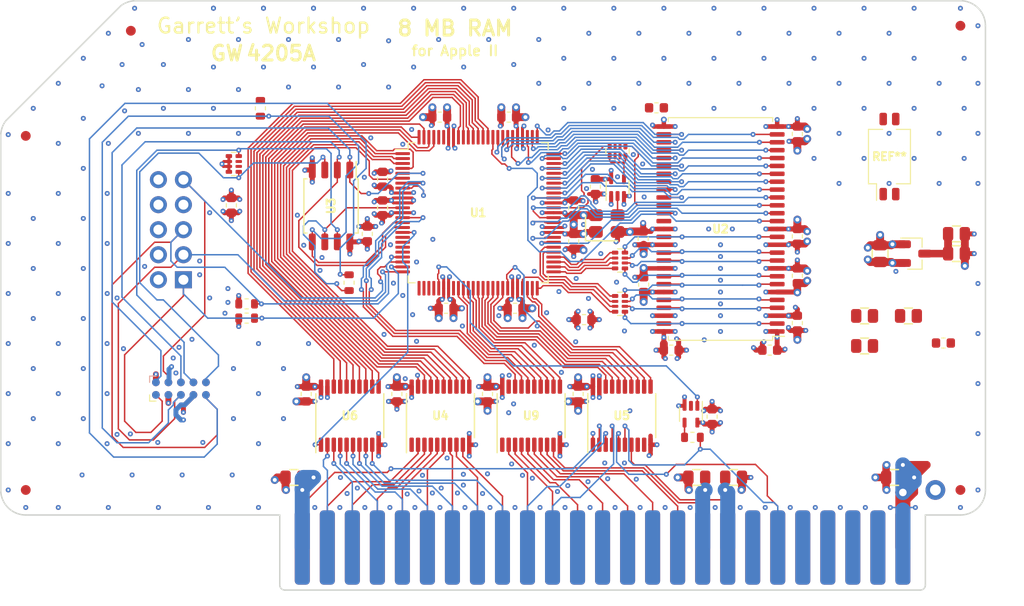
<source format=kicad_pcb>
(kicad_pcb (version 20171130) (host pcbnew "(5.1.5-0-10_14)")
  (title_block (title "GR8RAM (GW4205A)") (date 2021-01-06) (rev 0.9) (company "Garrett's Workshop"))
  (layers (0 F.Cu signal) (1 In1.Cu power) (2 In2.Cu power) (31 B.Cu signal) (34 B.Paste user) (35 F.Paste user) (36 B.SilkS user) (37 F.SilkS user) (38 B.Mask user) (39 F.Mask user) (44 Edge.Cuts user))
  (net 0 "")
  (net 1 +5V)
  (net 2 GND)
  (net 3 /A4)
  (net 4 /D7)
  (net 5 /D6)
  (net 6 /A8)
  (net 7 /A7)
  (net 8 /A6)
  (net 9 /A5)
  (net 10 /A3)
  (net 11 /A2)
  (net 12 /A1)
  (net 13 /A0)
  (net 14 /A9)
  (net 15 /D1)
  (net 16 /D5)
  (net 17 /D0)
  (net 18 /D2)
  (net 19 /D3)
  (net 20 /D4)
  (net 21 /A10)
  (net 22 +12V)
  (net 23 -12V)
  (net 24 -5V)
  (net 25 /~IOSEL~)
  (net 26 /A11)
  (net 27 /A12)
  (net 28 /A13)
  (net 29 /A14)
  (net 30 /A15)
  (net 31 /R~W~)
  (net 32 /~IOSTRB~)
  (net 33 /~NMI~)
  (net 34 /~IRQ~)
  (net 35 /~RES~)
  (net 36 /~INH~)
  (net 37 /COLORREF)
  (net 38 /7M)
  (net 39 /Q3)
  (net 40 /PHI1)
  (net 41 /USER1)
  (net 42 /PHI0)
  (net 43 /~DEVSEL~)
  (net 44 /INTin)
  (net 45 /DMAin)
  (net 46 /TCK)
  (net 47 /TDO)
  (net 48 /TMS)
  (net 49 "Net-(J2-Pad6)")
  (net 50 "Net-(J2-Pad7)")
  (net 51 "Net-(J2-Pad8)")
  (net 52 /TDI)
  (net 53 /RA0)
  (net 54 /RA1)
  (net 55 /RA2)
  (net 56 /RA3)
  (net 57 /RA4)
  (net 58 /RA5)
  (net 59 /RA6)
  (net 60 /RA7)
  (net 61 /RA8)
  (net 62 /RA9)
  (net 63 /RA10)
  (net 64 /RD0)
  (net 65 /RD1)
  (net 66 /RD2)
  (net 67 /RD3)
  (net 68 /RD4)
  (net 69 /RD5)
  (net 70 /RD6)
  (net 71 /RD7)
  (net 72 /VIDSYNC)
  (net 73 +3V3)
  (net 74 /~DMA~)
  (net 75 /R~RES~)
  (net 76 /R~IOSTRB~)
  (net 77 /R~DEVSEL~)
  (net 78 /R~IOSEL~)
  (net 79 /RA11)
  (net 80 /RA12)
  (net 81 /RA13)
  (net 82 /RA14)
  (net 83 /RA15)
  (net 84 /RINTin)
  (net 85 /RDMAin)
  (net 86 /NMI~OE~)
  (net 87 /IRQ~OE~)
  (net 88 /INH~OE~)
  (net 89 /DMA~OE~)
  (net 90 /RINTout)
  (net 91 /RDMAout)
  (net 92 /Adir)
  (net 93 /Ddir)
  (net 94 "Net-(U13-Pad3)")
  (net 95 /ACLK)
  (net 96 /RCLK)
  (net 97 /Dr0)
  (net 98 /Dr2)
  (net 99 /Dr1)
  (net 100 /Dr3)
  (net 101 /Dr7)
  (net 102 /Dr5)
  (net 103 /Dr6)
  (net 104 /Dr4)
  (net 105 /SD0)
  (net 106 /SD1)
  (net 107 /SD3)
  (net 108 /SD2)
  (net 109 /SD6)
  (net 110 /SD7)
  (net 111 /SD5)
  (net 112 /SD4)
  (net 113 /SDQML)
  (net 114 /S~WE~)
  (net 115 /S~CAS~)
  (net 116 /S~RAS~)
  (net 117 /S~CS~)
  (net 118 /SA0)
  (net 119 /SA3)
  (net 120 /SA4)
  (net 121 /SA6)
  (net 122 /SCKE)
  (net 123 /SDQMH)
  (net 124 /RR~W~in)
  (net 125 /RR~W~out)
  (net 126 /~PreBOD~)
  (net 127 "Net-(RN1-Pad6)")
  (net 128 "Net-(RN1-Pad7)")
  (net 129 "Net-(RN1-Pad1)")
  (net 130 "Net-(RN1-Pad2)")
  (net 131 "Net-(RN1-Pad3)")
  (net 132 /~RDY~)
  (net 133 /~Menu~)
  (net 134 "Net-(R22-Pad2)")
  (net 135 /SA12)
  (net 136 /SBA0)
  (net 137 /SA11)
  (net 138 /SBA1)
  (net 139 /SA9)
  (net 140 /SA10)
  (net 141 /SA8)
  (net 142 /SA7)
  (net 143 /SA1)
  (net 144 /SA2)
  (net 145 /SA5)
  (net 146 /MISO)
  (net 147 /MOSI)
  (net 148 /RDY~OE~)
  (net 149 /F~CS~)
  (net 150 /FCK)
  (net 151 /RES~OE~)
  (net 152 /FD2)
  (net 153 /FD3)
  (net 154 "Net-(J5-Pad10)")
  (net 155 "Net-(J5-Pad9)")
  (net 156 "Net-(J4-Pad6)")
  (net 157 "Net-(J4-Pad7)")
  (net 158 "Net-(J4-Pad8)")
  (net 159 /~BOD~)
  (net 160 "Net-(RN5-Pad2)")
  (net 161 "Net-(RN5-Pad3)")
  (net 162 /RPHI0)
  (net 163 "Net-(J5-Pad6)")
  (module stdpads:SW_DIP_SPSTx02_Slide_DSHP02TS_P1.27mm (layer F.Cu) (at 135.8 95.7)
    (fp_text reference REF**)
    (fp_text value SW_DIP_SPSTx02_Slide_DSHP02TS_P1.27mm)
    (fp_text user %R (at 0 0 180) (layer F.SilkS) (effects (font (size 0.8128 0.8128) (thickness 0.2032))))
    (pad 4 smd roundrect (at -0.635 -3.81 90) (size 1.27 0.76) (layers F.Cu F.Paste F.Mask))
    (pad 3 smd roundrect (at 0.635 -3.81 90) (size 1.27 0.76) (layers F.Cu F.Paste F.Mask))
    (pad 2 smd roundrect (at 0.635 3.81 90) (size 1.27 0.76) (layers F.Cu F.Paste F.Mask))
    (pad 1 smd roundrect (at -0.635 3.81 90) (size 1.27 0.76) (layers F.Cu F.Paste F.Mask))
  )
  (module stdpads:R_0603 (layer F.Cu) (at 80.95 108.5 90)
    (fp_text reference R31)
    (fp_text value 33)
    (pad 2 smd roundrect (at 0.8 0 90) (size 0.7 0.95) (layers F.Cu F.Paste F.Mask) (net 163 "Net-(J5-Pad6)"))
    (pad 1 smd roundrect (at -0.8 0 90) (size 0.7 0.95) (layers F.Cu F.Paste F.Mask) (net 150 /FCK))
  )
  (module Connector_IDC:IDC-Header_2x05_P2.54mm_Vertical (layer F.Cu) (at 64.135 108.204 180)
    (fp_text reference J4 hide)
    (fp_text value JTAG)
    (pad 1 thru_hole rect (at 0 0 180) (size 1.7272 1.7272) (drill 1.016) (layers *.Cu *.Mask) (net 46 /TCK))
    (pad 2 thru_hole oval (at 2.54 0 180) (size 1.7272 1.7272) (drill 1.016) (layers *.Cu *.Mask) (net 2 GND))
    (pad 3 thru_hole oval (at 0 2.54 180) (size 1.7272 1.7272) (drill 1.016) (layers *.Cu *.Mask) (net 47 /TDO))
    (pad 4 thru_hole oval (at 2.54 2.54 180) (size 1.7272 1.7272) (drill 1.016) (layers *.Cu *.Mask) (net 73 +3V3))
    (pad 5 thru_hole oval (at 0 5.08 180) (size 1.7272 1.7272) (drill 1.016) (layers *.Cu *.Mask) (net 48 /TMS))
    (pad 6 thru_hole oval (at 2.54 5.08 180) (size 1.7272 1.7272) (drill 1.016) (layers *.Cu *.Mask) (net 156 "Net-(J4-Pad6)"))
    (pad 7 thru_hole oval (at 0 7.62 180) (size 1.7272 1.7272) (drill 1.016) (layers *.Cu *.Mask) (net 157 "Net-(J4-Pad7)"))
    (pad 8 thru_hole oval (at 2.54 7.62 180) (size 1.7272 1.7272) (drill 1.016) (layers *.Cu *.Mask) (net 158 "Net-(J4-Pad8)"))
    (pad 9 thru_hole oval (at 0 10.16 180) (size 1.7272 1.7272) (drill 1.016) (layers *.Cu *.Mask) (net 52 /TDI))
    (pad 10 thru_hole oval (at 2.54 10.16 180) (size 1.7272 1.7272) (drill 1.016) (layers *.Cu *.Mask) (net 2 GND))
  )
  (module stdpads:Fiducial (layer F.Cu) (at 48.133 93.599 90)
    (fp_text reference FID2 hide)
    (fp_text value Fiducial hide)
    (pad ~ smd circle (at 0 0 90) (size 1 1) (layers F.Cu F.Mask) (clearance 0.575))
  )
  (module stdpads:SOIC-8_5.3mm (layer F.Cu) (at 79.121 100.711 180)
    (fp_text reference U3)
    (fp_text value W25Q128JVSIQ)
    (fp_text user %R (at 0 0 270) (layer F.SilkS) (effects (font (size 0.8128 0.8128) (thickness 0.2032))))
    (pad 8 smd roundrect (at -1.905 -3.65 270) (size 1.7 0.7) (layers F.Cu F.Paste F.Mask) (net 73 +3V3))
    (pad 7 smd roundrect (at -0.635 -3.65 270) (size 1.7 0.7) (layers F.Cu F.Paste F.Mask) (net 153 /FD3))
    (pad 6 smd roundrect (at 0.635 -3.65 270) (size 1.7 0.7) (layers F.Cu F.Paste F.Mask) (net 150 /FCK))
    (pad 5 smd roundrect (at 1.905 -3.65 270) (size 1.7 0.7) (layers F.Cu F.Paste F.Mask) (net 147 /MOSI))
    (pad 4 smd roundrect (at 1.905 3.65 270) (size 1.7 0.7) (layers F.Cu F.Paste F.Mask) (net 2 GND))
    (pad 3 smd roundrect (at 0.635 3.65 270) (size 1.7 0.7) (layers F.Cu F.Paste F.Mask) (net 152 /FD2))
    (pad 2 smd roundrect (at -0.635 3.65 270) (size 1.7 0.7) (layers F.Cu F.Paste F.Mask) (net 146 /MISO))
    (pad 1 smd roundrect (at -1.905 3.65 270) (size 1.7 0.7) (layers F.Cu F.Paste F.Mask) (net 149 /F~CS~))
  )
  (module stdpads:R_0603 (layer F.Cu) (at 71.95 90.8 90)
    (fp_text reference R19)
    (fp_text value 1k)
    (pad 1 smd roundrect (at -0.8 0 90) (size 0.7 0.95) (layers F.Cu F.Paste F.Mask) (net 147 /MOSI))
    (pad 2 smd roundrect (at 0.8 0 90) (size 0.7 0.95) (layers F.Cu F.Paste F.Mask) (net 133 /~Menu~))
  )
  (module stdpads:R4_0402 (layer F.Cu) (at 69.25 96.45 90)
    (fp_text reference RN5)
    (fp_text value 4x10k)
    (pad 5 smd roundrect (at 0.8 -0.5 180) (size 0.65 0.4) (layers F.Cu F.Paste F.Mask) (net 73 +3V3))
    (pad 6 smd roundrect (at 0.25 -0.5 180) (size 0.65 0.3) (layers F.Cu F.Paste F.Mask) (net 73 +3V3))
    (pad 8 smd roundrect (at -0.8 -0.5 180) (size 0.65 0.4) (layers F.Cu F.Paste F.Mask) (net 73 +3V3))
    (pad 7 smd roundrect (at -0.25 -0.5 180) (size 0.65 0.3) (layers F.Cu F.Paste F.Mask) (net 73 +3V3))
    (pad 4 smd roundrect (at 0.8 0.5 180) (size 0.65 0.4) (layers F.Cu F.Paste F.Mask) (net 153 /FD3))
    (pad 2 smd roundrect (at -0.25 0.5 180) (size 0.65 0.3) (layers F.Cu F.Paste F.Mask) (net 160 "Net-(RN5-Pad2)"))
    (pad 3 smd roundrect (at 0.25 0.5 180) (size 0.65 0.3) (layers F.Cu F.Paste F.Mask) (net 161 "Net-(RN5-Pad3)"))
    (pad 1 smd roundrect (at -0.8 0.5 180) (size 0.65 0.4) (layers F.Cu F.Paste F.Mask) (net 152 /FD2))
  )
  (module stdpads:R_0603 (layer F.Cu) (at 70.55 110.65)
    (fp_text reference R28)
    (fp_text value 22k)
    (pad 2 smd roundrect (at 0.8 0) (size 0.7 0.95) (layers F.Cu F.Paste F.Mask) (net 48 /TMS))
    (pad 1 smd roundrect (at -0.8 0) (size 0.7 0.95) (layers F.Cu F.Paste F.Mask) (net 73 +3V3))
  )
  (module stdpads:R_0603 (layer F.Cu) (at 70.55 112.1 180)
    (fp_text reference R29)
    (fp_text value 22k)
    (pad 1 smd roundrect (at -0.8 0 180) (size 0.7 0.95) (layers F.Cu F.Paste F.Mask) (net 46 /TCK))
    (pad 2 smd roundrect (at 0.8 0 180) (size 0.7 0.95) (layers F.Cu F.Paste F.Mask) (net 2 GND))
  )
  (module stdpads:TSSOP-20_4.4x6.5mm_P0.65mm (layer F.Cu) (at 81.025 122)
    (fp_text reference U6)
    (fp_text value 74AHC245PW)
    (fp_text user %R (at 0 0) (layer F.SilkS) (effects (font (size 0.8128 0.8128) (thickness 0.2032))))
    (pad 1 smd roundrect (at -2.925 2.95 90) (size 1.45 0.45) (layers F.Cu F.Paste F.Mask) (net 93 /Ddir))
    (pad 2 smd roundrect (at -2.275 2.95 90) (size 1.45 0.45) (layers F.Cu F.Paste F.Mask) (net 17 /D0))
    (pad 3 smd roundrect (at -1.625 2.95 90) (size 1.45 0.45) (layers F.Cu F.Paste F.Mask) (net 15 /D1))
    (pad 4 smd roundrect (at -0.975 2.95 90) (size 1.45 0.45) (layers F.Cu F.Paste F.Mask) (net 18 /D2))
    (pad 5 smd roundrect (at -0.325 2.95 90) (size 1.45 0.45) (layers F.Cu F.Paste F.Mask) (net 19 /D3))
    (pad 6 smd roundrect (at 0.325 2.95 90) (size 1.45 0.45) (layers F.Cu F.Paste F.Mask) (net 20 /D4))
    (pad 7 smd roundrect (at 0.975 2.95 90) (size 1.45 0.45) (layers F.Cu F.Paste F.Mask) (net 16 /D5))
    (pad 8 smd roundrect (at 1.625 2.95 90) (size 1.45 0.45) (layers F.Cu F.Paste F.Mask) (net 5 /D6))
    (pad 9 smd roundrect (at 2.275 2.95 90) (size 1.45 0.45) (layers F.Cu F.Paste F.Mask) (net 4 /D7))
    (pad 10 smd roundrect (at 2.925 2.95 90) (size 1.45 0.45) (layers F.Cu F.Paste F.Mask) (net 2 GND))
    (pad 11 smd roundrect (at 2.925 -2.95 90) (size 1.45 0.45) (layers F.Cu F.Paste F.Mask) (net 71 /RD7))
    (pad 12 smd roundrect (at 2.275 -2.95 90) (size 1.45 0.45) (layers F.Cu F.Paste F.Mask) (net 70 /RD6))
    (pad 13 smd roundrect (at 1.625 -2.95 90) (size 1.45 0.45) (layers F.Cu F.Paste F.Mask) (net 69 /RD5))
    (pad 14 smd roundrect (at 0.975 -2.95 90) (size 1.45 0.45) (layers F.Cu F.Paste F.Mask) (net 68 /RD4))
    (pad 15 smd roundrect (at 0.325 -2.95 90) (size 1.45 0.45) (layers F.Cu F.Paste F.Mask) (net 67 /RD3))
    (pad 16 smd roundrect (at -0.325 -2.95 90) (size 1.45 0.45) (layers F.Cu F.Paste F.Mask) (net 66 /RD2))
    (pad 17 smd roundrect (at -0.975 -2.95 90) (size 1.45 0.45) (layers F.Cu F.Paste F.Mask) (net 65 /RD1))
    (pad 18 smd roundrect (at -1.625 -2.95 90) (size 1.45 0.45) (layers F.Cu F.Paste F.Mask) (net 64 /RD0))
    (pad 19 smd roundrect (at -2.275 -2.95 90) (size 1.45 0.45) (layers F.Cu F.Paste F.Mask) (net 2 GND))
    (pad 20 smd roundrect (at -2.925 -2.95 90) (size 1.45 0.45) (layers F.Cu F.Paste F.Mask) (net 73 +3V3))
  )
  (module stdpads:TQFP-100_14x14mm_P0.5mm (layer F.Cu) (at 94.05 101.4 270)
    (fp_text reference U1)
    (fp_text value EPM240T100C5N)
    (fp_text user %R (at 0 0) (layer F.SilkS) (effects (font (size 0.8128 0.8128) (thickness 0.2032))))
    (pad 100 smd roundrect (at -7.6625 6) (size 0.3 1.475) (layers F.Cu F.Paste F.Mask) (net 53 /RA0))
    (pad 99 smd roundrect (at -7.6625 5.5) (size 0.3 1.475) (layers F.Cu F.Paste F.Mask) (net 71 /RD7))
    (pad 98 smd roundrect (at -7.6625 5) (size 0.3 1.475) (layers F.Cu F.Paste F.Mask) (net 54 /RA1))
    (pad 97 smd roundrect (at -7.6625 4.5) (size 0.3 1.475) (layers F.Cu F.Paste F.Mask) (net 55 /RA2))
    (pad 96 smd roundrect (at -7.6625 4) (size 0.3 1.475) (layers F.Cu F.Paste F.Mask) (net 126 /~PreBOD~))
    (pad 95 smd roundrect (at -7.6625 3.5) (size 0.3 1.475) (layers F.Cu F.Paste F.Mask) (net 159 /~BOD~))
    (pad 94 smd roundrect (at -7.6625 3) (size 0.3 1.475) (layers F.Cu F.Paste F.Mask) (net 73 +3V3))
    (pad 93 smd roundrect (at -7.6625 2.5) (size 0.3 1.475) (layers F.Cu F.Paste F.Mask) (net 2 GND))
    (pad 92 smd roundrect (at -7.6625 2) (size 0.3 1.475) (layers F.Cu F.Paste F.Mask) (net 70 /RD6))
    (pad 91 smd roundrect (at -7.6625 1.5) (size 0.3 1.475) (layers F.Cu F.Paste F.Mask) (net 69 /RD5))
    (pad 90 smd roundrect (at -7.6625 1) (size 0.3 1.475) (layers F.Cu F.Paste F.Mask) (net 68 /RD4))
    (pad 89 smd roundrect (at -7.6625 0.5) (size 0.3 1.475) (layers F.Cu F.Paste F.Mask) (net 67 /RD3))
    (pad 88 smd roundrect (at -7.6625 0) (size 0.3 1.475) (layers F.Cu F.Paste F.Mask) (net 66 /RD2))
    (pad 87 smd roundrect (at -7.6625 -0.5) (size 0.3 1.475) (layers F.Cu F.Paste F.Mask) (net 65 /RD1))
    (pad 86 smd roundrect (at -7.6625 -1) (size 0.3 1.475) (layers F.Cu F.Paste F.Mask) (net 64 /RD0))
    (pad 85 smd roundrect (at -7.6625 -1.5) (size 0.3 1.475) (layers F.Cu F.Paste F.Mask) (net 113 /SDQML))
    (pad 84 smd roundrect (at -7.6625 -2) (size 0.3 1.475) (layers F.Cu F.Paste F.Mask) (net 119 /SA3))
    (pad 83 smd roundrect (at -7.6625 -2.5) (size 0.3 1.475) (layers F.Cu F.Paste F.Mask) (net 145 /SA5))
    (pad 82 smd roundrect (at -7.6625 -3) (size 0.3 1.475) (layers F.Cu F.Paste F.Mask) (net 144 /SA2))
    (pad 81 smd roundrect (at -7.6625 -3.5) (size 0.3 1.475) (layers F.Cu F.Paste F.Mask) (net 143 /SA1))
    (pad 80 smd roundrect (at -7.6625 -4) (size 0.3 1.475) (layers F.Cu F.Paste F.Mask) (net 73 +3V3))
    (pad 79 smd roundrect (at -7.6625 -4.5) (size 0.3 1.475) (layers F.Cu F.Paste F.Mask) (net 2 GND))
    (pad 78 smd roundrect (at -7.6625 -5) (size 0.3 1.475) (layers F.Cu F.Paste F.Mask) (net 142 /SA7))
    (pad 77 smd roundrect (at -7.6625 -5.5) (size 0.3 1.475) (layers F.Cu F.Paste F.Mask) (net 121 /SA6))
    (pad 76 smd roundrect (at -7.6625 -6) (size 0.3 1.475) (layers F.Cu F.Paste F.Mask) (net 120 /SA4))
    (pad 75 smd roundrect (at -6 -7.6625) (size 1.475 0.3) (layers F.Cu F.Paste F.Mask) (net 118 /SA0))
    (pad 74 smd roundrect (at -5.5 -7.6625) (size 1.475 0.3) (layers F.Cu F.Paste F.Mask) (net 141 /SA8))
    (pad 73 smd roundrect (at -5 -7.6625) (size 1.475 0.3) (layers F.Cu F.Paste F.Mask) (net 140 /SA10))
    (pad 72 smd roundrect (at -4.5 -7.6625) (size 1.475 0.3) (layers F.Cu F.Paste F.Mask) (net 139 /SA9))
    (pad 71 smd roundrect (at -4 -7.6625) (size 1.475 0.3) (layers F.Cu F.Paste F.Mask) (net 138 /SBA1))
    (pad 70 smd roundrect (at -3.5 -7.6625) (size 1.475 0.3) (layers F.Cu F.Paste F.Mask) (net 137 /SA11))
    (pad 69 smd roundrect (at -3 -7.6625) (size 1.475 0.3) (layers F.Cu F.Paste F.Mask) (net 136 /SBA0))
    (pad 68 smd roundrect (at -2.5 -7.6625) (size 1.475 0.3) (layers F.Cu F.Paste F.Mask) (net 135 /SA12))
    (pad 67 smd roundrect (at -2 -7.6625) (size 1.475 0.3) (layers F.Cu F.Paste F.Mask) (net 117 /S~CS~))
    (pad 66 smd roundrect (at -1.5 -7.6625) (size 1.475 0.3) (layers F.Cu F.Paste F.Mask) (net 122 /SCKE))
    (pad 65 smd roundrect (at -1 -7.6625) (size 1.475 0.3) (layers F.Cu F.Paste F.Mask) (net 2 GND))
    (pad 64 smd roundrect (at -0.5 -7.6625) (size 1.475 0.3) (layers F.Cu F.Paste F.Mask) (net 95 /ACLK))
    (pad 63 smd roundrect (at 0 -7.6625) (size 1.475 0.3) (layers F.Cu F.Paste F.Mask) (net 73 +3V3))
    (pad 62 smd roundrect (at 0.5 -7.6625) (size 1.475 0.3) (layers F.Cu F.Paste F.Mask) (net 116 /S~RAS~))
    (pad 61 smd roundrect (at 1 -7.6625) (size 1.475 0.3) (layers F.Cu F.Paste F.Mask) (net 115 /S~CAS~))
    (pad 60 smd roundrect (at 1.5 -7.6625) (size 1.475 0.3) (layers F.Cu F.Paste F.Mask) (net 2 GND))
    (pad 59 smd roundrect (at 2 -7.6625) (size 1.475 0.3) (layers F.Cu F.Paste F.Mask) (net 73 +3V3))
    (pad 58 smd roundrect (at 2.5 -7.6625) (size 1.475 0.3) (layers F.Cu F.Paste F.Mask) (net 114 /S~WE~))
    (pad 57 smd roundrect (at 3 -7.6625) (size 1.475 0.3) (layers F.Cu F.Paste F.Mask) (net 123 /SDQMH))
    (pad 56 smd roundrect (at 3.5 -7.6625) (size 1.475 0.3) (layers F.Cu F.Paste F.Mask) (net 98 /Dr2))
    (pad 55 smd roundrect (at 4 -7.6625) (size 1.475 0.3) (layers F.Cu F.Paste F.Mask) (net 100 /Dr3))
    (pad 54 smd roundrect (at 4.5 -7.6625) (size 1.475 0.3) (layers F.Cu F.Paste F.Mask) (net 101 /Dr7))
    (pad 53 smd roundrect (at 5 -7.6625) (size 1.475 0.3) (layers F.Cu F.Paste F.Mask) (net 103 /Dr6))
    (pad 52 smd roundrect (at 5.5 -7.6625) (size 1.475 0.3) (layers F.Cu F.Paste F.Mask) (net 102 /Dr5))
    (pad 51 smd roundrect (at 6 -7.6625) (size 1.475 0.3) (layers F.Cu F.Paste F.Mask) (net 104 /Dr4))
    (pad 50 smd roundrect (at 7.6625 -6) (size 0.3 1.475) (layers F.Cu F.Paste F.Mask) (net 97 /Dr0))
    (pad 49 smd roundrect (at 7.6625 -5.5) (size 0.3 1.475) (layers F.Cu F.Paste F.Mask) (net 84 /RINTin))
    (pad 48 smd roundrect (at 7.6625 -5) (size 0.3 1.475) (layers F.Cu F.Paste F.Mask) (net 85 /RDMAin))
    (pad 47 smd roundrect (at 7.6625 -4.5) (size 0.3 1.475) (layers F.Cu F.Paste F.Mask) (net 99 /Dr1))
    (pad 46 smd roundrect (at 7.6625 -4) (size 0.3 1.475) (layers F.Cu F.Paste F.Mask) (net 2 GND))
    (pad 45 smd roundrect (at 7.6625 -3.5) (size 0.3 1.475) (layers F.Cu F.Paste F.Mask) (net 73 +3V3))
    (pad 44 smd roundrect (at 7.6625 -3) (size 0.3 1.475) (layers F.Cu F.Paste F.Mask) (net 75 /R~RES~))
    (pad 43 smd roundrect (at 7.6625 -2.5) (size 0.3 1.475) (layers F.Cu F.Paste F.Mask) (net 124 /RR~W~in))
    (pad 42 smd roundrect (at 7.6625 -2) (size 0.3 1.475) (layers F.Cu F.Paste F.Mask) (net 76 /R~IOSTRB~))
    (pad 41 smd roundrect (at 7.6625 -1.5) (size 0.3 1.475) (layers F.Cu F.Paste F.Mask) (net 162 /RPHI0))
    (pad 40 smd roundrect (at 7.6625 -1) (size 0.3 1.475) (layers F.Cu F.Paste F.Mask) (net 77 /R~DEVSEL~))
    (pad 39 smd roundrect (at 7.6625 -0.5) (size 0.3 1.475) (layers F.Cu F.Paste F.Mask) (net 78 /R~IOSEL~))
    (pad 38 smd roundrect (at 7.6625 0) (size 0.3 1.475) (layers F.Cu F.Paste F.Mask) (net 83 /RA15))
    (pad 37 smd roundrect (at 7.6625 0.5) (size 0.3 1.475) (layers F.Cu F.Paste F.Mask) (net 82 /RA14))
    (pad 36 smd roundrect (at 7.6625 1) (size 0.3 1.475) (layers F.Cu F.Paste F.Mask) (net 81 /RA13))
    (pad 35 smd roundrect (at 7.6625 1.5) (size 0.3 1.475) (layers F.Cu F.Paste F.Mask) (net 80 /RA12))
    (pad 34 smd roundrect (at 7.6625 2) (size 0.3 1.475) (layers F.Cu F.Paste F.Mask) (net 79 /RA11))
    (pad 33 smd roundrect (at 7.6625 2.5) (size 0.3 1.475) (layers F.Cu F.Paste F.Mask) (net 125 /RR~W~out))
    (pad 32 smd roundrect (at 7.6625 3) (size 0.3 1.475) (layers F.Cu F.Paste F.Mask) (net 2 GND))
    (pad 31 smd roundrect (at 7.6625 3.5) (size 0.3 1.475) (layers F.Cu F.Paste F.Mask) (net 73 +3V3))
    (pad 30 smd roundrect (at 7.6625 4) (size 0.3 1.475) (layers F.Cu F.Paste F.Mask) (net 151 /RES~OE~))
    (pad 29 smd roundrect (at 7.6625 4.5) (size 0.3 1.475) (layers F.Cu F.Paste F.Mask) (net 87 /IRQ~OE~))
    (pad 28 smd roundrect (at 7.6625 5) (size 0.3 1.475) (layers F.Cu F.Paste F.Mask) (net 148 /RDY~OE~))
    (pad 27 smd roundrect (at 7.6625 5.5) (size 0.3 1.475) (layers F.Cu F.Paste F.Mask) (net 88 /INH~OE~))
    (pad 26 smd roundrect (at 7.6625 6) (size 0.3 1.475) (layers F.Cu F.Paste F.Mask) (net 86 /NMI~OE~))
    (pad 25 smd roundrect (at 6 7.6625) (size 1.475 0.3) (layers F.Cu F.Paste F.Mask) (net 47 /TDO))
    (pad 24 smd roundrect (at 5.5 7.6625) (size 1.475 0.3) (layers F.Cu F.Paste F.Mask) (net 46 /TCK))
    (pad 23 smd roundrect (at 5 7.6625) (size 1.475 0.3) (layers F.Cu F.Paste F.Mask) (net 52 /TDI))
    (pad 22 smd roundrect (at 4.5 7.6625) (size 1.475 0.3) (layers F.Cu F.Paste F.Mask) (net 48 /TMS))
    (pad 21 smd roundrect (at 4 7.6625) (size 1.475 0.3) (layers F.Cu F.Paste F.Mask) (net 89 /DMA~OE~))
    (pad 20 smd roundrect (at 3.5 7.6625) (size 1.475 0.3) (layers F.Cu F.Paste F.Mask) (net 90 /RINTout))
    (pad 19 smd roundrect (at 3 7.6625) (size 1.475 0.3) (layers F.Cu F.Paste F.Mask) (net 92 /Adir))
    (pad 18 smd roundrect (at 2.5 7.6625) (size 1.475 0.3) (layers F.Cu F.Paste F.Mask) (net 91 /RDMAout))
    (pad 17 smd roundrect (at 2 7.6625) (size 1.475 0.3) (layers F.Cu F.Paste F.Mask) (net 93 /Ddir))
    (pad 16 smd roundrect (at 1.5 7.6625) (size 1.475 0.3) (layers F.Cu F.Paste F.Mask) (net 146 /MISO))
    (pad 15 smd roundrect (at 1 7.6625) (size 1.475 0.3) (layers F.Cu F.Paste F.Mask) (net 147 /MOSI))
    (pad 14 smd roundrect (at 0.5 7.6625) (size 1.475 0.3) (layers F.Cu F.Paste F.Mask) (net 63 /RA10))
    (pad 13 smd roundrect (at 0 7.6625) (size 1.475 0.3) (layers F.Cu F.Paste F.Mask) (net 73 +3V3))
    (pad 12 smd roundrect (at -0.5 7.6625) (size 1.475 0.3) (layers F.Cu F.Paste F.Mask) (net 150 /FCK))
    (pad 11 smd roundrect (at -1 7.6625) (size 1.475 0.3) (layers F.Cu F.Paste F.Mask) (net 2 GND))
    (pad 10 smd roundrect (at -1.5 7.6625) (size 1.475 0.3) (layers F.Cu F.Paste F.Mask) (net 2 GND))
    (pad 9 smd roundrect (at -2 7.6625) (size 1.475 0.3) (layers F.Cu F.Paste F.Mask) (net 73 +3V3))
    (pad 8 smd roundrect (at -2.5 7.6625) (size 1.475 0.3) (layers F.Cu F.Paste F.Mask) (net 62 /RA9))
    (pad 7 smd roundrect (at -3 7.6625) (size 1.475 0.3) (layers F.Cu F.Paste F.Mask) (net 61 /RA8))
    (pad 6 smd roundrect (at -3.5 7.6625) (size 1.475 0.3) (layers F.Cu F.Paste F.Mask) (net 60 /RA7))
    (pad 5 smd roundrect (at -4 7.6625) (size 1.475 0.3) (layers F.Cu F.Paste F.Mask) (net 149 /F~CS~))
    (pad 4 smd roundrect (at -4.5 7.6625) (size 1.475 0.3) (layers F.Cu F.Paste F.Mask) (net 56 /RA3))
    (pad 3 smd roundrect (at -5 7.6625) (size 1.475 0.3) (layers F.Cu F.Paste F.Mask) (net 59 /RA6))
    (pad 2 smd roundrect (at -5.5 7.6625) (size 1.475 0.3) (layers F.Cu F.Paste F.Mask) (net 58 /RA5))
    (pad 1 smd roundrect (at -6 7.6625) (size 1.475 0.3) (layers F.Cu F.Paste F.Mask) (net 57 /RA4))
  )
  (module stdpads:R_0603 (layer F.Cu) (at 115.8 124.2 180)
    (fp_text reference R22)
    (fp_text value 33)
    (pad 1 smd roundrect (at -0.8 0 180) (size 0.7 0.95) (layers F.Cu F.Paste F.Mask) (net 35 /~RES~))
    (pad 2 smd roundrect (at 0.8 0 180) (size 0.7 0.95) (layers F.Cu F.Paste F.Mask) (net 134 "Net-(R22-Pad2)"))
  )
  (module stdpads:C_0603 (layer F.Cu) (at 69 100.65 270)
    (fp_text reference C44)
    (fp_text value 2u2)
    (pad 1 smd roundrect (at -0.75 0 270) (size 0.85 0.95) (layers F.Cu F.Paste F.Mask) (net 73 +3V3))
    (pad 2 smd roundrect (at 0.75 0 270) (size 0.85 0.95) (layers F.Cu F.Paste F.Mask) (net 2 GND))
  )
  (module stdpads:C_0603 (layer F.Cu) (at 104.8 112.25)
    (fp_text reference C43)
    (fp_text value 2u2)
    (pad 2 smd roundrect (at 0.75 0) (size 0.85 0.95) (layers F.Cu F.Paste F.Mask) (net 2 GND))
    (pad 1 smd roundrect (at -0.75 0) (size 0.85 0.95) (layers F.Cu F.Paste F.Mask) (net 73 +3V3))
  )
  (module Connector:Tag-Connect_TC2050-IDC-FP_2x05_P1.27mm_Vertical (layer B.Cu) (at 63.881 119.253)
    (fp_text reference J5)
    (fp_text value JTAG)
    (pad "" np_thru_hole circle (at 1.905 2.54) (size 2.3749 2.3749) (drill 2.3749) (layers *.Cu *.Mask))
    (pad "" np_thru_hole circle (at 1.905 -2.54) (size 2.3749 2.3749) (drill 2.3749) (layers *.Cu *.Mask))
    (pad "" np_thru_hole circle (at -3.81 -2.54) (size 2.3749 2.3749) (drill 2.3749) (layers *.Cu *.Mask))
    (pad "" np_thru_hole circle (at -3.81 2.54) (size 2.3749 2.3749) (drill 2.3749) (layers *.Cu *.Mask))
    (pad 10 connect circle (at -2.54 0.635) (size 0.7874 0.7874) (layers B.Cu B.Mask) (net 154 "Net-(J5-Pad10)"))
    (pad 9 connect circle (at -1.27 0.635) (size 0.7874 0.7874) (layers B.Cu B.Mask) (net 155 "Net-(J5-Pad9)"))
    (pad 8 connect circle (at 0 0.635) (size 0.7874 0.7874) (layers B.Cu B.Mask) (net 147 /MOSI))
    (pad 7 connect circle (at 1.27 0.635) (size 0.7874 0.7874) (layers B.Cu B.Mask) (net 2 GND))
    (pad 6 connect circle (at 2.54 0.635) (size 0.7874 0.7874) (layers B.Cu B.Mask) (net 163 "Net-(J5-Pad6)"))
    (pad 5 connect circle (at 2.54 -0.635) (size 0.7874 0.7874) (layers B.Cu B.Mask) (net 152 /FD2))
    (pad 4 connect circle (at 1.27 -0.635) (size 0.7874 0.7874) (layers B.Cu B.Mask) (net 153 /FD3))
    (pad 3 connect circle (at 0 -0.635) (size 0.7874 0.7874) (layers B.Cu B.Mask) (net 146 /MISO))
    (pad 2 connect circle (at -1.27 -0.635) (size 0.7874 0.7874) (layers B.Cu B.Mask) (net 73 +3V3))
    (pad 1 connect circle (at -2.54 -0.635) (size 0.7874 0.7874) (layers B.Cu B.Mask) (net 149 /F~CS~))
    (pad "" np_thru_hole circle (at -3.81 0) (size 0.9906 0.9906) (drill 0.9906) (layers *.Cu *.Mask))
    (pad "" np_thru_hole circle (at 3.81 -1.016) (size 0.9906 0.9906) (drill 0.9906) (layers *.Cu *.Mask))
    (pad "" np_thru_hole circle (at 3.81 1.016) (size 0.9906 0.9906) (drill 0.9906) (layers *.Cu *.Mask))
  )
  (module stdpads:SOT-353 (layer F.Cu) (at 108.2 98.85 270)
    (fp_text reference U16)
    (fp_text value 74LVC1G125GW)
    (pad 5 smd roundrect (at -0.85 0.65 90) (size 1 0.4) (layers F.Cu F.Paste F.Mask) (net 73 +3V3))
    (pad 4 smd roundrect (at -0.85 -0.65 90) (size 1 0.4) (layers F.Cu F.Paste F.Mask) (net 129 "Net-(RN1-Pad1)"))
    (pad 2 smd roundrect (at 0.85 0 90) (size 1 0.4) (layers F.Cu F.Paste F.Mask) (net 94 "Net-(U13-Pad3)"))
    (pad 1 smd roundrect (at 0.85 0.65 90) (size 1 0.4) (layers F.Cu F.Paste F.Mask) (net 2 GND))
    (pad 3 smd roundrect (at 0.85 -0.65 90) (size 1 0.4) (layers F.Cu F.Paste F.Mask) (net 2 GND))
  )
  (module stdpads:TSOP-II-54_22.2x10.16mm_P0.8mm (layer F.Cu) (at 118.65 103.05 180)
    (fp_text reference U2)
    (fp_text value W9825)
    (fp_text user %R (at 0 0) (layer F.SilkS) (effects (font (size 0.8128 0.8128) (thickness 0.2032))))
    (pad 1 smd roundrect (at -5.75 -10.4 180) (size 1.51 0.458) (layers F.Cu F.Paste F.Mask) (net 73 +3V3))
    (pad 2 smd roundrect (at -5.75 -9.6 180) (size 1.51 0.458) (layers F.Cu F.Paste F.Mask) (net 105 /SD0))
    (pad 3 smd roundrect (at -5.75 -8.8 180) (size 1.51 0.458) (layers F.Cu F.Paste F.Mask) (net 73 +3V3))
    (pad 4 smd roundrect (at -5.75 -8 180) (size 1.51 0.458) (layers F.Cu F.Paste F.Mask) (net 106 /SD1))
    (pad 5 smd roundrect (at -5.75 -7.2 180) (size 1.51 0.458) (layers F.Cu F.Paste F.Mask) (net 108 /SD2))
    (pad 6 smd roundrect (at -5.75 -6.4 180) (size 1.51 0.458) (layers F.Cu F.Paste F.Mask) (net 2 GND))
    (pad 7 smd roundrect (at -5.75 -5.6 180) (size 1.51 0.458) (layers F.Cu F.Paste F.Mask) (net 107 /SD3))
    (pad 8 smd roundrect (at -5.75 -4.8 180) (size 1.51 0.458) (layers F.Cu F.Paste F.Mask) (net 112 /SD4))
    (pad 9 smd roundrect (at -5.75 -4 180) (size 1.51 0.458) (layers F.Cu F.Paste F.Mask) (net 73 +3V3))
    (pad 10 smd roundrect (at -5.75 -3.2 180) (size 1.51 0.458) (layers F.Cu F.Paste F.Mask) (net 111 /SD5))
    (pad 11 smd roundrect (at -5.75 -2.4 180) (size 1.51 0.458) (layers F.Cu F.Paste F.Mask) (net 109 /SD6))
    (pad 12 smd roundrect (at -5.75 -1.6 180) (size 1.51 0.458) (layers F.Cu F.Paste F.Mask) (net 2 GND))
    (pad 13 smd roundrect (at -5.75 -0.8 180) (size 1.51 0.458) (layers F.Cu F.Paste F.Mask) (net 110 /SD7))
    (pad 14 smd roundrect (at -5.75 0 180) (size 1.51 0.458) (layers F.Cu F.Paste F.Mask) (net 73 +3V3))
    (pad 15 smd roundrect (at -5.75 0.8 180) (size 1.51 0.458) (layers F.Cu F.Paste F.Mask) (net 113 /SDQML))
    (pad 16 smd roundrect (at -5.75 1.6 180) (size 1.51 0.458) (layers F.Cu F.Paste F.Mask) (net 114 /S~WE~))
    (pad 17 smd roundrect (at -5.75 2.4 180) (size 1.51 0.458) (layers F.Cu F.Paste F.Mask) (net 115 /S~CAS~))
    (pad 18 smd roundrect (at -5.75 3.2 180) (size 1.51 0.458) (layers F.Cu F.Paste F.Mask) (net 116 /S~RAS~))
    (pad 19 smd roundrect (at -5.75 4 180) (size 1.51 0.458) (layers F.Cu F.Paste F.Mask) (net 117 /S~CS~))
    (pad 20 smd roundrect (at -5.75 4.8 180) (size 1.51 0.458) (layers F.Cu F.Paste F.Mask) (net 136 /SBA0))
    (pad 21 smd roundrect (at -5.75 5.6 180) (size 1.51 0.458) (layers F.Cu F.Paste F.Mask) (net 138 /SBA1))
    (pad 22 smd roundrect (at -5.75 6.4 180) (size 1.51 0.458) (layers F.Cu F.Paste F.Mask) (net 140 /SA10))
    (pad 23 smd roundrect (at -5.75 7.2 180) (size 1.51 0.458) (layers F.Cu F.Paste F.Mask) (net 118 /SA0))
    (pad 24 smd roundrect (at -5.75 8 180) (size 1.51 0.458) (layers F.Cu F.Paste F.Mask) (net 143 /SA1))
    (pad 25 smd roundrect (at -5.75 8.8 180) (size 1.51 0.458) (layers F.Cu F.Paste F.Mask) (net 144 /SA2))
    (pad 26 smd roundrect (at -5.75 9.6 180) (size 1.51 0.458) (layers F.Cu F.Paste F.Mask) (net 119 /SA3))
    (pad 27 smd roundrect (at -5.75 10.4 180) (size 1.51 0.458) (layers F.Cu F.Paste F.Mask) (net 73 +3V3))
    (pad 28 smd roundrect (at 5.75 10.4 180) (size 1.51 0.458) (layers F.Cu F.Paste F.Mask) (net 2 GND))
    (pad 29 smd roundrect (at 5.75 9.6 180) (size 1.51 0.458) (layers F.Cu F.Paste F.Mask) (net 120 /SA4))
    (pad 30 smd roundrect (at 5.75 8.8 180) (size 1.51 0.458) (layers F.Cu F.Paste F.Mask) (net 145 /SA5))
    (pad 31 smd roundrect (at 5.75 8 180) (size 1.51 0.458) (layers F.Cu F.Paste F.Mask) (net 121 /SA6))
    (pad 32 smd roundrect (at 5.75 7.2 180) (size 1.51 0.458) (layers F.Cu F.Paste F.Mask) (net 142 /SA7))
    (pad 33 smd roundrect (at 5.75 6.4 180) (size 1.51 0.458) (layers F.Cu F.Paste F.Mask) (net 141 /SA8))
    (pad 34 smd roundrect (at 5.75 5.6 180) (size 1.51 0.458) (layers F.Cu F.Paste F.Mask) (net 139 /SA9))
    (pad 35 smd roundrect (at 5.75 4.8 180) (size 1.51 0.458) (layers F.Cu F.Paste F.Mask) (net 137 /SA11))
    (pad 36 smd roundrect (at 5.75 4 180) (size 1.51 0.458) (layers F.Cu F.Paste F.Mask) (net 135 /SA12))
    (pad 37 smd roundrect (at 5.75 3.2 180) (size 1.51 0.458) (layers F.Cu F.Paste F.Mask) (net 122 /SCKE))
    (pad 38 smd roundrect (at 5.75 2.4 180) (size 1.51 0.458) (layers F.Cu F.Paste F.Mask) (net 96 /RCLK))
    (pad 39 smd roundrect (at 5.75 1.6 180) (size 1.51 0.458) (layers F.Cu F.Paste F.Mask) (net 123 /SDQMH))
    (pad 40 smd roundrect (at 5.75 0.8 180) (size 1.51 0.458) (layers F.Cu F.Paste F.Mask))
    (pad 41 smd roundrect (at 5.75 0 180) (size 1.51 0.458) (layers F.Cu F.Paste F.Mask) (net 2 GND))
    (pad 42 smd roundrect (at 5.75 -0.8 180) (size 1.51 0.458) (layers F.Cu F.Paste F.Mask) (net 110 /SD7))
    (pad 43 smd roundrect (at 5.75 -1.6 180) (size 1.51 0.458) (layers F.Cu F.Paste F.Mask) (net 73 +3V3))
    (pad 44 smd roundrect (at 5.75 -2.4 180) (size 1.51 0.458) (layers F.Cu F.Paste F.Mask) (net 109 /SD6))
    (pad 45 smd roundrect (at 5.75 -3.2 180) (size 1.51 0.458) (layers F.Cu F.Paste F.Mask) (net 111 /SD5))
    (pad 46 smd roundrect (at 5.75 -4 180) (size 1.51 0.458) (layers F.Cu F.Paste F.Mask) (net 2 GND))
    (pad 47 smd roundrect (at 5.75 -4.8 180) (size 1.51 0.458) (layers F.Cu F.Paste F.Mask) (net 112 /SD4))
    (pad 48 smd roundrect (at 5.75 -5.6 180) (size 1.51 0.458) (layers F.Cu F.Paste F.Mask) (net 107 /SD3))
    (pad 49 smd roundrect (at 5.75 -6.4 180) (size 1.51 0.458) (layers F.Cu F.Paste F.Mask) (net 73 +3V3))
    (pad 50 smd roundrect (at 5.75 -7.2 180) (size 1.51 0.458) (layers F.Cu F.Paste F.Mask) (net 108 /SD2))
    (pad 51 smd roundrect (at 5.75 -8 180) (size 1.51 0.458) (layers F.Cu F.Paste F.Mask) (net 106 /SD1))
    (pad 52 smd roundrect (at 5.75 -8.8 180) (size 1.51 0.458) (layers F.Cu F.Paste F.Mask) (net 2 GND))
    (pad 53 smd roundrect (at 5.75 -9.6 180) (size 1.51 0.458) (layers F.Cu F.Paste F.Mask) (net 105 /SD0))
    (pad 54 smd roundrect (at 5.75 -10.4 180) (size 1.51 0.458) (layers F.Cu F.Paste F.Mask) (net 2 GND))
  )
  (module stdpads:C_0805 (layer F.Cu) (at 134.85 105.55 90)
    (fp_text reference C10)
    (fp_text value 10u)
    (pad 1 smd roundrect (at -0.85 0 90) (size 1.05 1.4) (layers F.Cu F.Paste F.Mask) (net 73 +3V3))
    (pad 2 smd roundrect (at 0.85 0 90) (size 1.05 1.4) (layers F.Cu F.Paste F.Mask) (net 2 GND))
  )
  (module Connector:Tag-Connect_TC2050-IDC-FP_2x05_P1.27mm_Vertical (layer F.Cu) (at 63.881 119.253)
    (fp_text reference J2)
    (fp_text value JTAG)
    (pad "" np_thru_hole circle (at 3.81 -1.016) (size 0.9906 0.9906) (drill 0.9906) (layers *.Cu *.Mask))
    (pad "" np_thru_hole circle (at 3.81 1.016) (size 0.9906 0.9906) (drill 0.9906) (layers *.Cu *.Mask))
    (pad "" np_thru_hole circle (at -3.81 0) (size 0.9906 0.9906) (drill 0.9906) (layers *.Cu *.Mask))
    (pad 1 connect circle (at -2.54 0.635) (size 0.7874 0.7874) (layers F.Cu F.Mask) (net 46 /TCK))
    (pad 2 connect circle (at -1.27 0.635) (size 0.7874 0.7874) (layers F.Cu F.Mask) (net 2 GND))
    (pad 3 connect circle (at 0 0.635) (size 0.7874 0.7874) (layers F.Cu F.Mask) (net 47 /TDO))
    (pad 4 connect circle (at 1.27 0.635) (size 0.7874 0.7874) (layers F.Cu F.Mask) (net 73 +3V3))
    (pad 5 connect circle (at 2.54 0.635) (size 0.7874 0.7874) (layers F.Cu F.Mask) (net 48 /TMS))
    (pad 6 connect circle (at 2.54 -0.635) (size 0.7874 0.7874) (layers F.Cu F.Mask) (net 49 "Net-(J2-Pad6)"))
    (pad 7 connect circle (at 1.27 -0.635) (size 0.7874 0.7874) (layers F.Cu F.Mask) (net 50 "Net-(J2-Pad7)"))
    (pad 8 connect circle (at 0 -0.635) (size 0.7874 0.7874) (layers F.Cu F.Mask) (net 51 "Net-(J2-Pad8)"))
    (pad 9 connect circle (at -1.27 -0.635) (size 0.7874 0.7874) (layers F.Cu F.Mask) (net 52 /TDI))
    (pad 10 connect circle (at -2.54 -0.635) (size 0.7874 0.7874) (layers F.Cu F.Mask) (net 2 GND))
    (pad "" np_thru_hole circle (at -3.81 -2.54) (size 2.3749 2.3749) (drill 2.3749) (layers *.Cu *.Mask))
    (pad "" np_thru_hole circle (at -3.81 2.54) (size 2.3749 2.3749) (drill 2.3749) (layers *.Cu *.Mask))
    (pad "" np_thru_hole circle (at 1.905 2.54) (size 2.3749 2.3749) (drill 2.3749) (layers *.Cu *.Mask))
    (pad "" np_thru_hole circle (at 1.905 -2.54) (size 2.3749 2.3749) (drill 2.3749) (layers *.Cu *.Mask))
  )
  (module stdpads:C_0603 (layer F.Cu) (at 123.65 115.35 180)
    (fp_text reference C28)
    (fp_text value 2u2)
    (pad 2 smd roundrect (at 0.75 0 180) (size 0.85 0.95) (layers F.Cu F.Paste F.Mask) (net 2 GND))
    (pad 1 smd roundrect (at -0.75 0 180) (size 0.85 0.95) (layers F.Cu F.Paste F.Mask) (net 73 +3V3))
  )
  (module stdpads:TSSOP-20_4.4x6.5mm_P0.65mm (layer F.Cu) (at 108.625 122)
    (fp_text reference U5)
    (fp_text value 74AHC245PW)
    (fp_text user %R (at 0 0) (layer F.SilkS) (effects (font (size 0.8128 0.8128) (thickness 0.2032))))
    (pad 1 smd roundrect (at -2.925 2.95 90) (size 1.45 0.45) (layers F.Cu F.Paste F.Mask) (net 73 +3V3))
    (pad 2 smd roundrect (at -2.275 2.95 90) (size 1.45 0.45) (layers F.Cu F.Paste F.Mask) (net 25 /~IOSEL~))
    (pad 3 smd roundrect (at -1.625 2.95 90) (size 1.45 0.45) (layers F.Cu F.Paste F.Mask) (net 43 /~DEVSEL~))
    (pad 4 smd roundrect (at -0.975 2.95 90) (size 1.45 0.45) (layers F.Cu F.Paste F.Mask) (net 42 /PHI0))
    (pad 5 smd roundrect (at -0.325 2.95 90) (size 1.45 0.45) (layers F.Cu F.Paste F.Mask) (net 32 /~IOSTRB~))
    (pad 6 smd roundrect (at 0.325 2.95 90) (size 1.45 0.45) (layers F.Cu F.Paste F.Mask) (net 35 /~RES~))
    (pad 7 smd roundrect (at 0.975 2.95 90) (size 1.45 0.45) (layers F.Cu F.Paste F.Mask) (net 31 /R~W~))
    (pad 8 smd roundrect (at 1.625 2.95 90) (size 1.45 0.45) (layers F.Cu F.Paste F.Mask) (net 45 /DMAin))
    (pad 9 smd roundrect (at 2.275 2.95 90) (size 1.45 0.45) (layers F.Cu F.Paste F.Mask) (net 44 /INTin))
    (pad 10 smd roundrect (at 2.925 2.95 90) (size 1.45 0.45) (layers F.Cu F.Paste F.Mask) (net 2 GND))
    (pad 11 smd roundrect (at 2.925 -2.95 90) (size 1.45 0.45) (layers F.Cu F.Paste F.Mask) (net 84 /RINTin))
    (pad 12 smd roundrect (at 2.275 -2.95 90) (size 1.45 0.45) (layers F.Cu F.Paste F.Mask) (net 85 /RDMAin))
    (pad 13 smd roundrect (at 1.625 -2.95 90) (size 1.45 0.45) (layers F.Cu F.Paste F.Mask) (net 124 /RR~W~in))
    (pad 14 smd roundrect (at 0.975 -2.95 90) (size 1.45 0.45) (layers F.Cu F.Paste F.Mask) (net 75 /R~RES~))
    (pad 15 smd roundrect (at 0.325 -2.95 90) (size 1.45 0.45) (layers F.Cu F.Paste F.Mask) (net 76 /R~IOSTRB~))
    (pad 16 smd roundrect (at -0.325 -2.95 90) (size 1.45 0.45) (layers F.Cu F.Paste F.Mask) (net 162 /RPHI0))
    (pad 17 smd roundrect (at -0.975 -2.95 90) (size 1.45 0.45) (layers F.Cu F.Paste F.Mask) (net 77 /R~DEVSEL~))
    (pad 18 smd roundrect (at -1.625 -2.95 90) (size 1.45 0.45) (layers F.Cu F.Paste F.Mask) (net 78 /R~IOSEL~))
    (pad 19 smd roundrect (at -2.275 -2.95 90) (size 1.45 0.45) (layers F.Cu F.Paste F.Mask) (net 2 GND))
    (pad 20 smd roundrect (at -2.925 -2.95 90) (size 1.45 0.45) (layers F.Cu F.Paste F.Mask) (net 73 +3V3))
  )
  (module stdpads:Crystal_SMD_3225-4Pin_3.2x2.5mm (layer F.Cu) (at 107.1 102.5)
    (fp_text reference U13)
    (fp_text value 25M)
    (pad 1 smd roundrect (at -1.1 0.85) (size 1.4 1.2) (layers F.Cu F.Paste F.Mask) (net 73 +3V3))
    (pad 2 smd roundrect (at 1.1 0.85) (size 1.4 1.2) (layers F.Cu F.Paste F.Mask) (net 2 GND))
    (pad 3 smd roundrect (at 1.1 -0.85) (size 1.4 1.2) (layers F.Cu F.Paste F.Mask) (net 94 "Net-(U13-Pad3)"))
    (pad 4 smd roundrect (at -1.1 -0.85) (size 1.4 1.2) (layers F.Cu F.Paste F.Mask) (net 73 +3V3))
  )
  (module stdpads:C_0603 (layer F.Cu) (at 105.95 98.75 270)
    (fp_text reference C27)
    (fp_text value 2u2)
    (pad 1 smd roundrect (at -0.75 0 270) (size 0.85 0.95) (layers F.Cu F.Paste F.Mask) (net 73 +3V3))
    (pad 2 smd roundrect (at 0.75 0 270) (size 0.85 0.95) (layers F.Cu F.Paste F.Mask) (net 2 GND))
  )
  (module stdpads:C_0603 (layer F.Cu) (at 110.85 108.7 90)
    (fp_text reference C34)
    (fp_text value 2u2)
    (pad 1 smd roundrect (at -0.75 0 90) (size 0.85 0.95) (layers F.Cu F.Paste F.Mask) (net 73 +3V3))
    (pad 2 smd roundrect (at 0.75 0 90) (size 0.85 0.95) (layers F.Cu F.Paste F.Mask) (net 2 GND))
  )
  (module stdpads:C_0603 (layer F.Cu) (at 113.65 115.35 180)
    (fp_text reference C35)
    (fp_text value 2u2)
    (pad 1 smd roundrect (at -0.75 0 180) (size 0.85 0.95) (layers F.Cu F.Paste F.Mask) (net 73 +3V3))
    (pad 2 smd roundrect (at 0.75 0 180) (size 0.85 0.95) (layers F.Cu F.Paste F.Mask) (net 2 GND))
  )
  (module stdpads:C_0603 (layer F.Cu) (at 126.45 93.4 270)
    (fp_text reference C32)
    (fp_text value 2u2)
    (pad 2 smd roundrect (at 0.75 0 270) (size 0.85 0.95) (layers F.Cu F.Paste F.Mask) (net 2 GND))
    (pad 1 smd roundrect (at -0.75 0 270) (size 0.85 0.95) (layers F.Cu F.Paste F.Mask) (net 73 +3V3))
  )
  (module stdpads:C_0603 (layer F.Cu) (at 110.8 104.05 90)
    (fp_text reference C33)
    (fp_text value 2u2)
    (pad 1 smd roundrect (at -0.75 0 90) (size 0.85 0.95) (layers F.Cu F.Paste F.Mask) (net 73 +3V3))
    (pad 2 smd roundrect (at 0.75 0 90) (size 0.85 0.95) (layers F.Cu F.Paste F.Mask) (net 2 GND))
  )
  (module stdpads:C_0603 (layer F.Cu) (at 126.45 107.8 270)
    (fp_text reference C30)
    (fp_text value 2u2)
    (pad 1 smd roundrect (at -0.75 0 270) (size 0.85 0.95) (layers F.Cu F.Paste F.Mask) (net 73 +3V3))
    (pad 2 smd roundrect (at 0.75 0 270) (size 0.85 0.95) (layers F.Cu F.Paste F.Mask) (net 2 GND))
  )
  (module stdpads:C_0603 (layer F.Cu) (at 126.45 112.6 270)
    (fp_text reference C29)
    (fp_text value 2u2)
    (pad 1 smd roundrect (at -0.75 0 270) (size 0.85 0.95) (layers F.Cu F.Paste F.Mask) (net 73 +3V3))
    (pad 2 smd roundrect (at 0.75 0 270) (size 0.85 0.95) (layers F.Cu F.Paste F.Mask) (net 2 GND))
  )
  (module stdpads:C_0603 (layer F.Cu) (at 126.45 103.8 270)
    (fp_text reference C31)
    (fp_text value 2u2)
    (pad 1 smd roundrect (at -0.75 0 270) (size 0.85 0.95) (layers F.Cu F.Paste F.Mask) (net 73 +3V3))
    (pad 2 smd roundrect (at 0.75 0 270) (size 0.85 0.95) (layers F.Cu F.Paste F.Mask) (net 2 GND))
  )
  (module stdpads:AppleIIBus_Edge (layer F.Cu) (at 106.68 135.382)
    (fp_text reference J1 hide)
    (fp_text value AppleIIBus)
    (pad 1 smd roundrect (at -30.48 0 180) (size 1.524 7.54) (layers F.Cu F.Mask) (net 25 /~IOSEL~))
    (pad 2 smd roundrect (at -27.94 0 180) (size 1.524 7.54) (layers F.Cu F.Mask) (net 13 /A0))
    (pad 3 smd roundrect (at -25.4 0 180) (size 1.524 7.54) (layers F.Cu F.Mask) (net 12 /A1))
    (pad 4 smd roundrect (at -22.86 0 180) (size 1.524 7.54) (layers F.Cu F.Mask) (net 11 /A2))
    (pad 5 smd roundrect (at -20.32 0 180) (size 1.524 7.54) (layers F.Cu F.Mask) (net 10 /A3))
    (pad 6 smd roundrect (at -17.78 0 180) (size 1.524 7.54) (layers F.Cu F.Mask) (net 3 /A4))
    (pad 7 smd roundrect (at -15.24 0 180) (size 1.524 7.54) (layers F.Cu F.Mask) (net 9 /A5))
    (pad 8 smd roundrect (at -12.7 0 180) (size 1.524 7.54) (layers F.Cu F.Mask) (net 8 /A6))
    (pad 9 smd roundrect (at -10.16 0 180) (size 1.524 7.54) (layers F.Cu F.Mask) (net 7 /A7))
    (pad 10 smd roundrect (at -7.62 0 180) (size 1.524 7.54) (layers F.Cu F.Mask) (net 6 /A8))
    (pad 11 smd roundrect (at -5.08 0 180) (size 1.524 7.54) (layers F.Cu F.Mask) (net 14 /A9))
    (pad 12 smd roundrect (at -2.54 0 180) (size 1.524 7.54) (layers F.Cu F.Mask) (net 21 /A10))
    (pad 13 smd roundrect (at 0 0 180) (size 1.524 7.54) (layers F.Cu F.Mask) (net 26 /A11))
    (pad 14 smd roundrect (at 2.54 0 180) (size 1.524 7.54) (layers F.Cu F.Mask) (net 27 /A12))
    (pad 15 smd roundrect (at 5.08 0 180) (size 1.524 7.54) (layers F.Cu F.Mask) (net 28 /A13))
    (pad 16 smd roundrect (at 7.62 0 180) (size 1.524 7.54) (layers F.Cu F.Mask) (net 29 /A14))
    (pad 17 smd roundrect (at 10.16 0 180) (size 1.524 7.54) (layers F.Cu F.Mask) (net 30 /A15))
    (pad 18 smd roundrect (at 12.7 0 180) (size 1.524 7.54) (layers F.Cu F.Mask) (net 31 /R~W~))
    (pad 19 smd roundrect (at 15.24 0 180) (size 1.524 7.54) (layers F.Cu F.Mask) (net 72 /VIDSYNC))
    (pad 20 smd roundrect (at 17.78 0 180) (size 1.524 7.54) (layers F.Cu F.Mask) (net 32 /~IOSTRB~))
    (pad 21 smd roundrect (at 20.32 0 180) (size 1.524 7.54) (layers F.Cu F.Mask) (net 132 /~RDY~))
    (pad 22 smd roundrect (at 22.86 0 180) (size 1.524 7.54) (layers F.Cu F.Mask) (net 74 /~DMA~))
    (pad 23 smd roundrect (at 25.4 0 180) (size 1.524 7.54) (layers F.Cu F.Mask) (net 44 /INTin))
    (pad 24 smd roundrect (at 27.94 0 180) (size 1.524 7.54) (layers F.Cu F.Mask) (net 45 /DMAin))
    (pad 25 smd roundrect (at 30.48 0 180) (size 1.524 7.54) (layers F.Cu F.Mask) (net 1 +5V))
    (pad 29 smd roundrect (at 22.86 0 180) (size 1.524 7.54) (layers B.Cu B.Mask) (net 33 /~NMI~))
    (pad 30 smd roundrect (at 20.32 0 180) (size 1.524 7.54) (layers B.Cu B.Mask) (net 34 /~IRQ~))
    (pad 31 smd roundrect (at 17.78 0 180) (size 1.524 7.54) (layers B.Cu B.Mask) (net 35 /~RES~))
    (pad 32 smd roundrect (at 15.24 0 180) (size 1.524 7.54) (layers B.Cu B.Mask) (net 36 /~INH~))
    (pad 33 smd roundrect (at 12.7 0 180) (size 1.524 7.54) (layers B.Cu B.Mask) (net 23 -12V))
    (pad 34 smd roundrect (at 10.16 0 180) (size 1.524 7.54) (layers B.Cu B.Mask) (net 24 -5V))
    (pad 35 smd roundrect (at 7.62 0 180) (size 1.524 7.54) (layers B.Cu B.Mask) (net 37 /COLORREF))
    (pad 36 smd roundrect (at 5.08 0 180) (size 1.524 7.54) (layers B.Cu B.Mask) (net 38 /7M))
    (pad 37 smd roundrect (at 2.54 0 180) (size 1.524 7.54) (layers B.Cu B.Mask) (net 39 /Q3))
    (pad 38 smd roundrect (at 0 0 180) (size 1.524 7.54) (layers B.Cu B.Mask) (net 40 /PHI1))
    (pad 39 smd roundrect (at -2.54 0 180) (size 1.524 7.54) (layers B.Cu B.Mask) (net 41 /USER1))
    (pad 40 smd roundrect (at -5.08 0 180) (size 1.524 7.54) (layers B.Cu B.Mask) (net 42 /PHI0))
    (pad 41 smd roundrect (at -7.62 0 180) (size 1.524 7.54) (layers B.Cu B.Mask) (net 43 /~DEVSEL~))
    (pad 42 smd roundrect (at -10.16 0 180) (size 1.524 7.54) (layers B.Cu B.Mask) (net 4 /D7))
    (pad 43 smd roundrect (at -12.7 0 180) (size 1.524 7.54) (layers B.Cu B.Mask) (net 5 /D6))
    (pad 44 smd roundrect (at -15.24 0 180) (size 1.524 7.54) (layers B.Cu B.Mask) (net 16 /D5))
    (pad 45 smd roundrect (at -17.78 0 180) (size 1.524 7.54) (layers B.Cu B.Mask) (net 20 /D4))
    (pad 46 smd roundrect (at -20.32 0 180) (size 1.524 7.54) (layers B.Cu B.Mask) (net 19 /D3))
    (pad 47 smd roundrect (at -22.86 0 180) (size 1.524 7.54) (layers B.Cu B.Mask) (net 18 /D2))
    (pad 48 smd roundrect (at -25.4 0 180) (size 1.524 7.54) (layers B.Cu B.Mask) (net 15 /D1))
    (pad 49 smd roundrect (at -27.94 0 180) (size 1.524 7.54) (layers B.Cu B.Mask) (net 17 /D0))
    (pad 50 smd roundrect (at -30.48 0 180) (size 1.524 7.54) (layers B.Cu B.Mask) (net 22 +12V))
    (pad 28 smd roundrect (at 25.4 0 180) (size 1.524 7.54) (layers B.Cu B.Mask) (net 44 /INTin))
    (pad 27 smd roundrect (at 27.94 0 180) (size 1.524 7.54) (layers B.Cu B.Mask) (net 45 /DMAin))
    (pad 26 smd roundrect (at 30.48 0 180) (size 1.524 7.54) (layers B.Cu B.Mask) (net 2 GND))
  )
  (module stdpads:C_0805 (layer F.Cu) (at 116.244 128.27)
    (fp_text reference C3 hide)
    (fp_text value 10u hide)
    (pad 2 smd roundrect (at 0.85 0) (size 1.05 1.4) (layers F.Cu F.Paste F.Mask) (net 24 -5V))
    (pad 1 smd roundrect (at -0.85 0) (size 1.05 1.4) (layers F.Cu F.Paste F.Mask) (net 2 GND))
  )
  (module stdpads:C_0805 (layer F.Cu) (at 119.976 128.27 180)
    (fp_text reference C2 hide)
    (fp_text value 10u hide)
    (pad 2 smd roundrect (at 0.85 0 180) (size 1.05 1.4) (layers F.Cu F.Paste F.Mask) (net 23 -12V))
    (pad 1 smd roundrect (at -0.85 0 180) (size 1.05 1.4) (layers F.Cu F.Paste F.Mask) (net 2 GND))
  )
  (module stdpads:PasteHole_1.1mm_PTH (layer F.Cu) (at 140.462 129.54)
    (fp_text reference H1 hide)
    (fp_text value " " hide)
    (pad 1 thru_hole circle (at 0 0) (size 2 2) (drill 1.1) (layers *.Cu *.Mask) (net 2 GND))
  )
  (module stdpads:C_0805 (layer F.Cu) (at 75.35 128.27 180)
    (fp_text reference C4 hide)
    (fp_text value 10u hide)
    (pad 1 smd roundrect (at -0.85 0 180) (size 1.05 1.4) (layers F.Cu F.Paste F.Mask) (net 22 +12V))
    (pad 2 smd roundrect (at 0.85 0 180) (size 1.05 1.4) (layers F.Cu F.Paste F.Mask) (net 2 GND))
  )
  (module stdpads:Fiducial (layer F.Cu) (at 143.002 129.54)
    (fp_text reference FID4 hide)
    (fp_text value Fiducial hide)
    (pad ~ smd circle (at 0 0) (size 1 1) (layers F.Cu F.Mask) (clearance 0.575))
  )
  (module stdpads:Fiducial (layer F.Cu) (at 48.133 129.54)
    (fp_text reference FID5 hide)
    (fp_text value Fiducial hide)
    (pad ~ smd circle (at 0 0) (size 1 1) (layers F.Cu F.Mask) (clearance 0.575))
  )
  (module stdpads:Fiducial (layer F.Cu) (at 143.002 82.423 270)
    (fp_text reference FID1 hide)
    (fp_text value Fiducial hide)
    (pad ~ smd circle (at 0 0 270) (size 1 1) (layers F.Cu F.Mask) (clearance 0.575))
  )
  (module stdpads:Fiducial (layer F.Cu) (at 58.801 82.931 90)
    (fp_text reference FID3 hide)
    (fp_text value Fiducial hide)
    (pad ~ smd circle (at 0 0 90) (size 1 1) (layers F.Cu F.Mask) (clearance 0.575))
  )
  (module stdpads:C_0603 (layer F.Cu) (at 103.75 104.3 270)
    (fp_text reference C23)
    (fp_text value 2u2)
    (pad 1 smd roundrect (at -0.75 0 270) (size 0.85 0.95) (layers F.Cu F.Paste F.Mask) (net 73 +3V3))
    (pad 2 smd roundrect (at 0.75 0 270) (size 0.85 0.95) (layers F.Cu F.Paste F.Mask) (net 2 GND))
  )
  (module stdpads:C_0603 (layer F.Cu) (at 97.8 111.1)
    (fp_text reference C22)
    (fp_text value 2u2)
    (pad 2 smd roundrect (at 0.75 0) (size 0.85 0.95) (layers F.Cu F.Paste F.Mask) (net 2 GND))
    (pad 1 smd roundrect (at -0.75 0) (size 0.85 0.95) (layers F.Cu F.Paste F.Mask) (net 73 +3V3))
  )
  (module stdpads:C_0603 (layer F.Cu) (at 84.35 100.9 90)
    (fp_text reference C20)
    (fp_text value 2u2)
    (pad 1 smd roundrect (at -0.75 0 90) (size 0.85 0.95) (layers F.Cu F.Paste F.Mask) (net 73 +3V3))
    (pad 2 smd roundrect (at 0.75 0 90) (size 0.85 0.95) (layers F.Cu F.Paste F.Mask) (net 2 GND))
  )
  (module stdpads:C_0603 (layer F.Cu) (at 97.15 91.7 180)
    (fp_text reference C25)
    (fp_text value 2u2)
    (pad 1 smd roundrect (at -0.75 0 180) (size 0.85 0.95) (layers F.Cu F.Paste F.Mask) (net 73 +3V3))
    (pad 2 smd roundrect (at 0.75 0 180) (size 0.85 0.95) (layers F.Cu F.Paste F.Mask) (net 2 GND))
  )
  (module stdpads:C_0603 (layer F.Cu) (at 90.15 91.7 180)
    (fp_text reference C26)
    (fp_text value 2u2)
    (pad 2 smd roundrect (at 0.75 0 180) (size 0.85 0.95) (layers F.Cu F.Paste F.Mask) (net 2 GND))
    (pad 1 smd roundrect (at -0.75 0 180) (size 0.85 0.95) (layers F.Cu F.Paste F.Mask) (net 73 +3V3))
  )
  (module stdpads:C_0603 (layer F.Cu) (at 84.35 98 90)
    (fp_text reference C19)
    (fp_text value 2u2)
    (pad 2 smd roundrect (at 0.75 0 90) (size 0.85 0.95) (layers F.Cu F.Paste F.Mask) (net 2 GND))
    (pad 1 smd roundrect (at -0.75 0 90) (size 0.85 0.95) (layers F.Cu F.Paste F.Mask) (net 73 +3V3))
  )
  (module stdpads:C_0603 (layer F.Cu) (at 85.8 119.8 270)
    (fp_text reference C14)
    (fp_text value 2u2)
    (pad 2 smd roundrect (at 0.75 0 270) (size 0.85 0.95) (layers F.Cu F.Paste F.Mask) (net 2 GND))
    (pad 1 smd roundrect (at -0.75 0 270) (size 0.85 0.95) (layers F.Cu F.Paste F.Mask) (net 73 +3V3))
  )
  (module stdpads:C_0603 (layer F.Cu) (at 90.8 111.1)
    (fp_text reference C21)
    (fp_text value 2u2)
    (pad 1 smd roundrect (at -0.75 0) (size 0.85 0.95) (layers F.Cu F.Paste F.Mask) (net 73 +3V3))
    (pad 2 smd roundrect (at 0.75 0) (size 0.85 0.95) (layers F.Cu F.Paste F.Mask) (net 2 GND))
  )
  (module stdpads:C_0603 (layer F.Cu) (at 104.2 119.8 270)
    (fp_text reference C16)
    (fp_text value 2u2)
    (pad 2 smd roundrect (at 0.75 0 270) (size 0.85 0.95) (layers F.Cu F.Paste F.Mask) (net 2 GND))
    (pad 1 smd roundrect (at -0.75 0 270) (size 0.85 0.95) (layers F.Cu F.Paste F.Mask) (net 73 +3V3))
  )
  (module stdpads:C_0603 (layer F.Cu) (at 95 119.8 270)
    (fp_text reference C15)
    (fp_text value 2u2)
    (pad 1 smd roundrect (at -0.75 0 270) (size 0.85 0.95) (layers F.Cu F.Paste F.Mask) (net 73 +3V3))
    (pad 2 smd roundrect (at 0.75 0 270) (size 0.85 0.95) (layers F.Cu F.Paste F.Mask) (net 2 GND))
  )
  (module stdpads:C_0805 (layer F.Cu) (at 136.31 128.27 180)
    (fp_text reference C1)
    (fp_text value 10u)
    (pad 1 smd roundrect (at -0.85 0 180) (size 1.05 1.4) (layers F.Cu F.Paste F.Mask) (net 1 +5V))
    (pad 2 smd roundrect (at 0.85 0 180) (size 1.05 1.4) (layers F.Cu F.Paste F.Mask) (net 2 GND))
  )
  (module stdpads:TSSOP-20_4.4x6.5mm_P0.65mm (layer F.Cu) (at 99.425 122)
    (fp_text reference U9)
    (fp_text value 74AHC245PW)
    (fp_text user %R (at 0 0) (layer F.SilkS) (effects (font (size 0.8128 0.8128) (thickness 0.2032))))
    (pad 20 smd roundrect (at -2.925 -2.95 90) (size 1.45 0.45) (layers F.Cu F.Paste F.Mask) (net 73 +3V3))
    (pad 19 smd roundrect (at -2.275 -2.95 90) (size 1.45 0.45) (layers F.Cu F.Paste F.Mask) (net 2 GND))
    (pad 18 smd roundrect (at -1.625 -2.95 90) (size 1.45 0.45) (layers F.Cu F.Paste F.Mask) (net 61 /RA8))
    (pad 17 smd roundrect (at -0.975 -2.95 90) (size 1.45 0.45) (layers F.Cu F.Paste F.Mask) (net 62 /RA9))
    (pad 16 smd roundrect (at -0.325 -2.95 90) (size 1.45 0.45) (layers F.Cu F.Paste F.Mask) (net 63 /RA10))
    (pad 15 smd roundrect (at 0.325 -2.95 90) (size 1.45 0.45) (layers F.Cu F.Paste F.Mask) (net 79 /RA11))
    (pad 14 smd roundrect (at 0.975 -2.95 90) (size 1.45 0.45) (layers F.Cu F.Paste F.Mask) (net 80 /RA12))
    (pad 13 smd roundrect (at 1.625 -2.95 90) (size 1.45 0.45) (layers F.Cu F.Paste F.Mask) (net 81 /RA13))
    (pad 12 smd roundrect (at 2.275 -2.95 90) (size 1.45 0.45) (layers F.Cu F.Paste F.Mask) (net 82 /RA14))
    (pad 11 smd roundrect (at 2.925 -2.95 90) (size 1.45 0.45) (layers F.Cu F.Paste F.Mask) (net 83 /RA15))
    (pad 10 smd roundrect (at 2.925 2.95 90) (size 1.45 0.45) (layers F.Cu F.Paste F.Mask) (net 2 GND))
    (pad 9 smd roundrect (at 2.275 2.95 90) (size 1.45 0.45) (layers F.Cu F.Paste F.Mask) (net 30 /A15))
    (pad 8 smd roundrect (at 1.625 2.95 90) (size 1.45 0.45) (layers F.Cu F.Paste F.Mask) (net 29 /A14))
    (pad 7 smd roundrect (at 0.975 2.95 90) (size 1.45 0.45) (layers F.Cu F.Paste F.Mask) (net 28 /A13))
    (pad 6 smd roundrect (at 0.325 2.95 90) (size 1.45 0.45) (layers F.Cu F.Paste F.Mask) (net 27 /A12))
    (pad 5 smd roundrect (at -0.325 2.95 90) (size 1.45 0.45) (layers F.Cu F.Paste F.Mask) (net 26 /A11))
    (pad 4 smd roundrect (at -0.975 2.95 90) (size 1.45 0.45) (layers F.Cu F.Paste F.Mask) (net 21 /A10))
    (pad 3 smd roundrect (at -1.625 2.95 90) (size 1.45 0.45) (layers F.Cu F.Paste F.Mask) (net 14 /A9))
    (pad 2 smd roundrect (at -2.275 2.95 90) (size 1.45 0.45) (layers F.Cu F.Paste F.Mask) (net 6 /A8))
    (pad 1 smd roundrect (at -2.925 2.95 90) (size 1.45 0.45) (layers F.Cu F.Paste F.Mask) (net 73 +3V3))
  )
  (module stdpads:C_0603 (layer F.Cu) (at 103.75 100.9 90)
    (fp_text reference C24)
    (fp_text value 2u2)
    (pad 2 smd roundrect (at 0.75 0 90) (size 0.85 0.95) (layers F.Cu F.Paste F.Mask) (net 2 GND))
    (pad 1 smd roundrect (at -0.75 0 90) (size 0.85 0.95) (layers F.Cu F.Paste F.Mask) (net 73 +3V3))
  )
  (module stdpads:TSSOP-20_4.4x6.5mm_P0.65mm (layer F.Cu) (at 90.225 122)
    (fp_text reference U4)
    (fp_text value 74AHC245PW)
    (fp_text user %R (at 0 0) (layer F.SilkS) (effects (font (size 0.8128 0.8128) (thickness 0.2032))))
    (pad 20 smd roundrect (at -2.925 -2.95 90) (size 1.45 0.45) (layers F.Cu F.Paste F.Mask) (net 73 +3V3))
    (pad 19 smd roundrect (at -2.275 -2.95 90) (size 1.45 0.45) (layers F.Cu F.Paste F.Mask) (net 2 GND))
    (pad 18 smd roundrect (at -1.625 -2.95 90) (size 1.45 0.45) (layers F.Cu F.Paste F.Mask) (net 53 /RA0))
    (pad 17 smd roundrect (at -0.975 -2.95 90) (size 1.45 0.45) (layers F.Cu F.Paste F.Mask) (net 54 /RA1))
    (pad 16 smd roundrect (at -0.325 -2.95 90) (size 1.45 0.45) (layers F.Cu F.Paste F.Mask) (net 55 /RA2))
    (pad 15 smd roundrect (at 0.325 -2.95 90) (size 1.45 0.45) (layers F.Cu F.Paste F.Mask) (net 56 /RA3))
    (pad 14 smd roundrect (at 0.975 -2.95 90) (size 1.45 0.45) (layers F.Cu F.Paste F.Mask) (net 57 /RA4))
    (pad 13 smd roundrect (at 1.625 -2.95 90) (size 1.45 0.45) (layers F.Cu F.Paste F.Mask) (net 58 /RA5))
    (pad 12 smd roundrect (at 2.275 -2.95 90) (size 1.45 0.45) (layers F.Cu F.Paste F.Mask) (net 59 /RA6))
    (pad 11 smd roundrect (at 2.925 -2.95 90) (size 1.45 0.45) (layers F.Cu F.Paste F.Mask) (net 60 /RA7))
    (pad 10 smd roundrect (at 2.925 2.95 90) (size 1.45 0.45) (layers F.Cu F.Paste F.Mask) (net 2 GND))
    (pad 9 smd roundrect (at 2.275 2.95 90) (size 1.45 0.45) (layers F.Cu F.Paste F.Mask) (net 7 /A7))
    (pad 8 smd roundrect (at 1.625 2.95 90) (size 1.45 0.45) (layers F.Cu F.Paste F.Mask) (net 8 /A6))
    (pad 7 smd roundrect (at 0.975 2.95 90) (size 1.45 0.45) (layers F.Cu F.Paste F.Mask) (net 9 /A5))
    (pad 6 smd roundrect (at 0.325 2.95 90) (size 1.45 0.45) (layers F.Cu F.Paste F.Mask) (net 3 /A4))
    (pad 5 smd roundrect (at -0.325 2.95 90) (size 1.45 0.45) (layers F.Cu F.Paste F.Mask) (net 10 /A3))
    (pad 4 smd roundrect (at -0.975 2.95 90) (size 1.45 0.45) (layers F.Cu F.Paste F.Mask) (net 11 /A2))
    (pad 3 smd roundrect (at -1.625 2.95 90) (size 1.45 0.45) (layers F.Cu F.Paste F.Mask) (net 12 /A1))
    (pad 2 smd roundrect (at -2.275 2.95 90) (size 1.45 0.45) (layers F.Cu F.Paste F.Mask) (net 13 /A0))
    (pad 1 smd roundrect (at -2.925 2.95 90) (size 1.45 0.45) (layers F.Cu F.Paste F.Mask) (net 92 /Adir))
  )
  (module stdpads:SOT-23 (layer F.Cu) (at 138.35 105.55 180)
    (fp_text reference U8)
    (fp_text value XC6206P332MR)
    (pad 1 smd roundrect (at 1.05 0.95) (size 1.35 0.8) (layers F.Cu F.Paste F.Mask) (net 2 GND))
    (pad 2 smd roundrect (at 1.05 -0.95) (size 1.35 0.8) (layers F.Cu F.Paste F.Mask) (net 73 +3V3))
    (pad 3 smd roundrect (at -1.05 0) (size 1.35 0.8) (layers F.Cu F.Paste F.Mask) (net 1 +5V))
  )
  (module stdpads:C_0805 (layer F.Cu) (at 142.6 103.55)
    (fp_text reference C7)
    (fp_text value 10u)
    (pad 1 smd roundrect (at -0.85 0) (size 1.05 1.4) (layers F.Cu F.Paste F.Mask) (net 1 +5V))
    (pad 2 smd roundrect (at 0.85 0) (size 1.05 1.4) (layers F.Cu F.Paste F.Mask) (net 2 GND))
  )
  (module stdpads:C_0805 (layer F.Cu) (at 142.6 105.55)
    (fp_text reference C8)
    (fp_text value 10u)
    (pad 2 smd roundrect (at 0.85 0) (size 1.05 1.4) (layers F.Cu F.Paste F.Mask) (net 2 GND))
    (pad 1 smd roundrect (at -0.85 0) (size 1.05 1.4) (layers F.Cu F.Paste F.Mask) (net 1 +5V))
  )
  (module stdpads:PasteHole_1.152mm_NPTH (layer F.Cu) (at 48.133 96.139 90)
    (fp_text reference H3)
    (fp_text value " " hide)
    (pad "" np_thru_hole circle (at 0 0 90) (size 1.152 1.152) (drill 1.152) (layers *.Cu *.Mask))
  )
  (module stdpads:PasteHole_1.152mm_NPTH (layer F.Cu) (at 57.023 84.709 90)
    (fp_text reference H4)
    (fp_text value " " hide)
    (pad "" np_thru_hole circle (at 0 0 90) (size 1.152 1.152) (drill 1.152) (layers *.Cu *.Mask))
  )
  (module stdpads:PasteHole_1.152mm_NPTH (layer F.Cu) (at 143.002 127)
    (fp_text reference H6)
    (fp_text value " " hide)
    (pad "" np_thru_hole circle (at 0 0) (size 1.152 1.152) (drill 1.152) (layers *.Cu *.Mask))
  )
  (module stdpads:PasteHole_1.152mm_NPTH (layer F.Cu) (at 48.133 127)
    (fp_text reference H2)
    (fp_text value " " hide)
    (pad "" np_thru_hole circle (at 0 0) (size 1.152 1.152) (drill 1.152) (layers *.Cu *.Mask))
  )
  (module stdpads:PasteHole_1.152mm_NPTH (layer F.Cu) (at 140.462 82.423 270)
    (fp_text reference H5)
    (fp_text value " " hide)
    (pad "" np_thru_hole circle (at 0 0 270) (size 1.152 1.152) (drill 1.152) (layers *.Cu *.Mask))
  )
  (module stdpads:C_0603 (layer F.Cu) (at 76.6 119.8 270)
    (fp_text reference C13)
    (fp_text value 2u2)
    (pad 1 smd roundrect (at -0.75 0 270) (size 0.85 0.95) (layers F.Cu F.Paste F.Mask) (net 73 +3V3))
    (pad 2 smd roundrect (at 0.75 0 270) (size 0.85 0.95) (layers F.Cu F.Paste F.Mask) (net 2 GND))
  )
  (module stdpads:R4_0402 (layer F.Cu) (at 108.2 95.15)
    (fp_text reference RN1)
    (fp_text value 4x33)
    (pad 5 smd roundrect (at 0.8 -0.5 90) (size 0.65 0.4) (layers F.Cu F.Paste F.Mask) (net 96 /RCLK))
    (pad 6 smd roundrect (at 0.25 -0.5 90) (size 0.65 0.3) (layers F.Cu F.Paste F.Mask) (net 127 "Net-(RN1-Pad6)"))
    (pad 8 smd roundrect (at -0.8 -0.5 90) (size 0.65 0.4) (layers F.Cu F.Paste F.Mask) (net 95 /ACLK))
    (pad 7 smd roundrect (at -0.25 -0.5 90) (size 0.65 0.3) (layers F.Cu F.Paste F.Mask) (net 128 "Net-(RN1-Pad7)"))
    (pad 4 smd roundrect (at 0.8 0.5 90) (size 0.65 0.4) (layers F.Cu F.Paste F.Mask) (net 129 "Net-(RN1-Pad1)"))
    (pad 2 smd roundrect (at -0.25 0.5 90) (size 0.65 0.3) (layers F.Cu F.Paste F.Mask) (net 130 "Net-(RN1-Pad2)"))
    (pad 3 smd roundrect (at 0.25 0.5 90) (size 0.65 0.3) (layers F.Cu F.Paste F.Mask) (net 131 "Net-(RN1-Pad3)"))
    (pad 1 smd roundrect (at -0.8 0.5 90) (size 0.65 0.4) (layers F.Cu F.Paste F.Mask) (net 129 "Net-(RN1-Pad1)"))
  )
  (module stdpads:R4_0402 (layer F.Cu) (at 108.45 106.25 270)
    (fp_text reference RN2)
    (fp_text value 4x33)
    (pad 1 smd roundrect (at -0.8 0.5) (size 0.65 0.4) (layers F.Cu F.Paste F.Mask) (net 101 /Dr7))
    (pad 3 smd roundrect (at 0.25 0.5) (size 0.65 0.3) (layers F.Cu F.Paste F.Mask) (net 102 /Dr5))
    (pad 2 smd roundrect (at -0.25 0.5) (size 0.65 0.3) (layers F.Cu F.Paste F.Mask) (net 103 /Dr6))
    (pad 4 smd roundrect (at 0.8 0.5) (size 0.65 0.4) (layers F.Cu F.Paste F.Mask) (net 104 /Dr4))
    (pad 7 smd roundrect (at -0.25 -0.5) (size 0.65 0.3) (layers F.Cu F.Paste F.Mask) (net 109 /SD6))
    (pad 8 smd roundrect (at -0.8 -0.5) (size 0.65 0.4) (layers F.Cu F.Paste F.Mask) (net 110 /SD7))
    (pad 6 smd roundrect (at 0.25 -0.5) (size 0.65 0.3) (layers F.Cu F.Paste F.Mask) (net 111 /SD5))
    (pad 5 smd roundrect (at 0.8 -0.5) (size 0.65 0.4) (layers F.Cu F.Paste F.Mask) (net 112 /SD4))
  )
  (module stdpads:R4_0402 (layer F.Cu) (at 108.45 110.65 270)
    (fp_text reference RN3)
    (fp_text value 4x33)
    (pad 5 smd roundrect (at 0.8 -0.5) (size 0.65 0.4) (layers F.Cu F.Paste F.Mask) (net 105 /SD0))
    (pad 6 smd roundrect (at 0.25 -0.5) (size 0.65 0.3) (layers F.Cu F.Paste F.Mask) (net 106 /SD1))
    (pad 8 smd roundrect (at -0.8 -0.5) (size 0.65 0.4) (layers F.Cu F.Paste F.Mask) (net 107 /SD3))
    (pad 7 smd roundrect (at -0.25 -0.5) (size 0.65 0.3) (layers F.Cu F.Paste F.Mask) (net 108 /SD2))
    (pad 4 smd roundrect (at 0.8 0.5) (size 0.65 0.4) (layers F.Cu F.Paste F.Mask) (net 97 /Dr0))
    (pad 2 smd roundrect (at -0.25 0.5) (size 0.65 0.3) (layers F.Cu F.Paste F.Mask) (net 98 /Dr2))
    (pad 3 smd roundrect (at 0.25 0.5) (size 0.65 0.3) (layers F.Cu F.Paste F.Mask) (net 99 /Dr1))
    (pad 1 smd roundrect (at -0.8 0.5) (size 0.65 0.4) (layers F.Cu F.Paste F.Mask) (net 100 /Dr3))
  )
  (module stdpads:C_0603 (layer F.Cu) (at 82.8 103.551 90)
    (fp_text reference C18)
    (fp_text value 2u2)
    (pad 1 smd roundrect (at -0.75 0 90) (size 0.85 0.95) (layers F.Cu F.Paste F.Mask) (net 73 +3V3))
    (pad 2 smd roundrect (at 0.75 0 90) (size 0.85 0.95) (layers F.Cu F.Paste F.Mask) (net 2 GND))
  )
  (module stdpads:SOT-353 (layer F.Cu) (at 115.65 121.85 90)
    (fp_text reference U14)
    (fp_text value 74LVC1G125GW)
    (pad 5 smd roundrect (at -0.85 0.65 270) (size 1 0.4) (layers F.Cu F.Paste F.Mask) (net 73 +3V3))
    (pad 4 smd roundrect (at -0.85 -0.65 270) (size 1 0.4) (layers F.Cu F.Paste F.Mask) (net 134 "Net-(R22-Pad2)"))
    (pad 2 smd roundrect (at 0.85 0 270) (size 1 0.4) (layers F.Cu F.Paste F.Mask) (net 2 GND))
    (pad 1 smd roundrect (at 0.85 0.65 270) (size 1 0.4) (layers F.Cu F.Paste F.Mask) (net 151 /RES~OE~))
    (pad 3 smd roundrect (at 0.85 -0.65 270) (size 1 0.4) (layers F.Cu F.Paste F.Mask) (net 2 GND))
  )
  (module stdpads:C_0603 (layer F.Cu) (at 117.8 122.1 90)
    (fp_text reference C42)
    (fp_text value 2u2)
    (pad 1 smd roundrect (at -0.75 0 90) (size 0.85 0.95) (layers F.Cu F.Paste F.Mask) (net 73 +3V3))
    (pad 2 smd roundrect (at 0.75 0 90) (size 0.85 0.95) (layers F.Cu F.Paste F.Mask) (net 2 GND))
  )
  (module stdpads:C_0603 (layer F.Cu) (at 112.15 90.75)
    (fp_text reference C9)
    (fp_text value 2u2)
    (pad 2 smd roundrect (at 0.75 0) (size 0.85 0.95) (layers F.Cu F.Paste F.Mask) (net 2 GND))
    (pad 1 smd roundrect (at -0.75 0) (size 0.85 0.95) (layers F.Cu F.Paste F.Mask) (net 1 +5V))
  )
  (module stdpads:C_0805 (layer F.Cu) (at 133.275001 111.875001)
    (fp_text reference C11)
    (fp_text value 10u)
    (pad 1 smd roundrect (at -0.85 0) (size 1.05 1.4) (layers F.Cu F.Paste F.Mask) (net 73 +3V3))
    (pad 2 smd roundrect (at 0.85 0) (size 1.05 1.4) (layers F.Cu F.Paste F.Mask) (net 2 GND))
  )
  (module stdpads:C_0603 (layer F.Cu) (at 141.275001 114.625001)
    (fp_text reference C12)
    (fp_text value 2u2)
    (pad 1 smd roundrect (at -0.75 0) (size 0.85 0.95) (layers F.Cu F.Paste F.Mask) (net 73 +3V3))
    (pad 2 smd roundrect (at 0.75 0) (size 0.85 0.95) (layers F.Cu F.Paste F.Mask) (net 2 GND))
  )
  (module stdpads:C_0805 (layer F.Cu) (at 133.275001 114.925001)
    (fp_text reference C36)
    (fp_text value 10u)
    (pad 2 smd roundrect (at 0.85 0) (size 1.05 1.4) (layers F.Cu F.Paste F.Mask) (net 2 GND))
    (pad 1 smd roundrect (at -0.85 0) (size 1.05 1.4) (layers F.Cu F.Paste F.Mask) (net 73 +3V3))
  )
  (module stdpads:C_0805 (layer F.Cu) (at 137.725001 111.875001)
    (fp_text reference C37)
    (fp_text value 10u)
    (pad 1 smd roundrect (at -0.85 0) (size 1.05 1.4) (layers F.Cu F.Paste F.Mask) (net 73 +3V3))
    (pad 2 smd roundrect (at 0.85 0) (size 1.05 1.4) (layers F.Cu F.Paste F.Mask) (net 2 GND))
  )
  (gr_line (start 57.785 80.391) (end 46.101001 92.074999) (layer Edge.Cuts) (width 0.15))
  (gr_arc (start 59.309 82.423) (end 59.309 79.883) (angle -36.86989765) (layer Edge.Cuts) (width 0.15))
  (gr_arc (start 48.133 93.599) (end 45.593 93.599) (angle 36.86992923) (layer Edge.Cuts) (width 0.15))
  (gr_text "for Apple II" (at 91.694 84.963) (layer F.SilkS) (effects (font (size 1.016 1.016) (thickness 0.2032))))
  (gr_text 4205A (at 70.358 85.217) (layer F.SilkS) (effects (font (size 1.5 1.5) (thickness 0.3)) (justify left)))
  (gr_text "8 MB RAM" (at 91.694 82.677) (layer F.SilkS) (effects (font (size 1.524 1.524) (thickness 0.3))))
  (gr_text "Garrett’s Workshop" (at 72.263 82.423) (layer F.SilkS) (effects (font (size 1.524 1.524) (thickness 0.225))))
  (gr_text GW (at 70.358 85.217) (layer F.SilkS) (effects (font (size 1.5 1.5) (thickness 0.3)) (justify right)))
  (gr_line (start 48.133 132.08) (end 73.914 132.08) (layer Edge.Cuts) (width 0.15))
  (gr_line (start 59.309 79.883) (end 143.002 79.883) (layer Edge.Cuts) (width 0.15))
  (gr_arc (start 143.002 82.423) (end 145.542 82.423) (angle -90) (layer Edge.Cuts) (width 0.15))
  (gr_line (start 138.938 139.7) (end 74.422 139.7) (layer Edge.Cuts) (width 0.15))
  (gr_line (start 145.542 129.54) (end 145.542 82.423) (angle 90) (layer Edge.Cuts) (width 0.15))
  (gr_arc (start 74.422 139.192) (end 73.914 139.192) (angle -90) (layer Edge.Cuts) (width 0.15))
  (gr_arc (start 138.938 139.192) (end 138.938 139.7) (angle -90) (layer Edge.Cuts) (width 0.15))
  (gr_line (start 73.914 132.08) (end 73.914 139.192) (layer Edge.Cuts) (width 0.15))
  (gr_line (start 45.593 129.54) (end 45.593 93.599) (layer Edge.Cuts) (width 0.15))
  (gr_arc (start 48.133 129.54) (end 45.593 129.54) (angle -90) (layer Edge.Cuts) (width 0.15))
  (gr_line (start 143.002 132.08) (end 139.446 132.08) (layer Edge.Cuts) (width 0.15))
  (gr_line (start 139.446 132.08) (end 139.446 139.192) (layer Edge.Cuts) (width 0.15))
  (gr_arc (start 143.002 129.54) (end 143.002 132.08) (angle -90) (layer Edge.Cuts) (width 0.15))
  (via (at 137.16 127) (size 0.8) (drill 0.4) (layers F.Cu B.Cu) (net 1))
  (segment (start 137.16 128.27) (end 137.16 127) (width 0.762) (layer F.Cu) (net 1))
  (via (at 138.303 128.27) (size 0.8) (drill 0.4) (layers F.Cu B.Cu) (net 1))
  (via (at 137.16 129.794) (size 1.524) (drill 0.762) (layers F.Cu B.Cu) (net 1))
  (segment (start 137.16 135.382) (end 137.16 129.794) (width 1.524) (layer F.Cu) (net 1))
  (segment (start 137.16 127) (end 137.75 127) (width 0.8) (layer F.Cu) (net 1))
  (segment (start 139.573 127) (end 138.303 128.27) (width 0.8) (layer F.Cu) (net 1))
  (segment (start 139.573 127) (end 137.75 127) (width 0.8) (layer F.Cu) (net 1))
  (segment (start 137.16 127) (end 138.5 127) (width 0.8) (layer F.Cu) (net 1))
  (segment (start 137.16 127) (end 137.16 127.96) (width 0.8) (layer B.Cu) (net 1))
  (segment (start 137.16 129.794) (end 137.16 127) (width 1.524) (layer B.Cu) (net 1))
  (segment (start 138.303 128.651) (end 137.16 129.794) (width 1.524) (layer B.Cu) (net 1))
  (segment (start 138.303 128.27) (end 138.303 128.651) (width 1.524) (layer B.Cu) (net 1))
  (segment (start 138.303 128.143) (end 137.16 127) (width 1.524) (layer B.Cu) (net 1))
  (segment (start 137.16 128.27) (end 137.16 129.794) (width 0.8) (layer F.Cu) (net 1))
  (segment (start 138.303 128.27) (end 138.303 129.794) (width 0.8) (layer F.Cu) (net 1))
  (segment (start 138.303 129.794) (end 137.16 129.794) (width 0.8) (layer F.Cu) (net 1))
  (segment (start 137.16 129.794) (end 137.668 129.794) (width 0.8) (layer F.Cu) (net 1))
  (segment (start 138.303 129.159) (end 138.303 128.27) (width 0.8) (layer F.Cu) (net 1))
  (segment (start 137.668 129.794) (end 138.303 129.159) (width 0.8) (layer F.Cu) (net 1))
  (segment (start 138.303 127.381) (end 138.303 128.27) (width 0.8) (layer F.Cu) (net 1))
  (segment (start 137.922 127) (end 138.303 127.381) (width 0.8) (layer F.Cu) (net 1))
  (segment (start 137.16 127) (end 137.922 127) (width 0.8) (layer F.Cu) (net 1))
  (segment (start 137.16 130.937) (end 137.16 135.382) (width 0.8) (layer F.Cu) (net 1))
  (segment (start 138.303 129.794) (end 137.16 130.937) (width 0.8) (layer F.Cu) (net 1))
  (segment (start 138.1125 127.9525) (end 137.16 127) (width 0.8) (layer B.Cu) (net 1))
  (segment (start 138.6205 127.9525) (end 138.1125 127.9525) (width 0.8) (layer B.Cu) (net 1))
  (segment (start 137.16 127) (end 136.906 127) (width 0.8) (layer B.Cu) (net 1))
  (segment (start 136.915002 127) (end 137.16 127) (width 0.8) (layer B.Cu) (net 1))
  (segment (start 137.16 128.27) (end 138.303 128.27) (width 0.762) (layer F.Cu) (net 1))
  (segment (start 137.16 128.94) (end 137.16 129.794) (width 0.5) (layer B.Cu) (net 1))
  (segment (start 137.856 129.794) (end 137.16 129.794) (width 0.45) (layer B.Cu) (net 1))
  (segment (start 138.53 128.27) (end 138.303 128.27) (width 0.5) (layer B.Cu) (net 1))
  (segment (start 137.16 129.794) (end 137.16 128.651) (width 0.5) (layer B.Cu) (net 1))
  (via (at 60.2 106.85) (size 0.5) (drill 0.2) (layers F.Cu B.Cu) (net 2))
  (via (at 74.803 83.82) (size 0.5) (drill 0.2) (layers F.Cu B.Cu) (net 2))
  (via (at 79.883 83.82) (size 0.5) (drill 0.2) (layers F.Cu B.Cu) (net 2))
  (via (at 84.963 83.947) (size 0.5) (drill 0.2) (layers F.Cu B.Cu) (net 2))
  (via (at 90.043 83.82) (size 0.5) (drill 0.2) (layers F.Cu B.Cu) (net 2))
  (via (at 102.743 80.645) (size 0.5) (drill 0.2) (layers F.Cu B.Cu) (net 2))
  (via (at 119.85 103.05) (size 0.5) (drill 0.2) (layers F.Cu B.Cu) (net 2))
  (via (at 117.45 103.05) (size 0.5) (drill 0.2) (layers F.Cu B.Cu) (net 2))
  (via (at 118.65 109.45) (size 0.5) (drill 0.2) (layers F.Cu B.Cu) (net 2))
  (via (at 118.65 107.05) (size 0.5) (drill 0.2) (layers F.Cu B.Cu) (net 2))
  (via (at 118.65 104.65) (size 0.5) (drill 0.2) (layers F.Cu B.Cu) (net 2))
  (via (at 118.65 110.65) (size 0.5) (drill 0.2) (layers F.Cu B.Cu) (net 2))
  (via (at 118.65 111.85) (size 0.5) (drill 0.2) (layers F.Cu B.Cu) (net 2))
  (via (at 118.65 113.45) (size 0.5) (drill 0.2) (layers F.Cu B.Cu) (net 2))
  (via (at 118.65 105.85) (size 0.5) (drill 0.2) (layers F.Cu B.Cu) (net 2))
  (via (at 118.65 108.25) (size 0.5) (drill 0.2) (layers F.Cu B.Cu) (net 2))
  (via (at 144.78 93.345) (size 0.5) (drill 0.2) (layers F.Cu B.Cu) (net 2))
  (via (at 51.435 131.318) (size 0.5) (drill 0.2) (layers F.Cu B.Cu) (net 2))
  (via (at 143.002 131.318) (size 0.5) (drill 0.2) (layers F.Cu B.Cu) (net 2))
  (via (at 144.78 129.54) (size 0.5) (drill 0.2) (layers F.Cu B.Cu) (net 2))
  (via (at 46.355 104.521) (size 0.5) (drill 0.2) (layers F.Cu B.Cu) (net 2))
  (via (at 46.355 124.841) (size 0.5) (drill 0.2) (layers F.Cu B.Cu) (net 2))
  (via (at 46.355 119.761) (size 0.5) (drill 0.2) (layers F.Cu B.Cu) (net 2))
  (via (at 46.355 109.601) (size 0.5) (drill 0.2) (layers F.Cu B.Cu) (net 2))
  (via (at 71.755 131.318) (size 0.5) (drill 0.2) (layers F.Cu B.Cu) (net 2))
  (via (at 117.983 80.645) (size 0.5) (drill 0.2) (layers F.Cu B.Cu) (net 2))
  (via (at 112.903 80.645) (size 0.5) (drill 0.2) (layers F.Cu B.Cu) (net 2))
  (via (at 107.823 80.645) (size 0.5) (drill 0.2) (layers F.Cu B.Cu) (net 2))
  (via (at 97.663 80.645) (size 0.5) (drill 0.2) (layers F.Cu B.Cu) (net 2))
  (via (at 92.583 80.645) (size 0.5) (drill 0.2) (layers F.Cu B.Cu) (net 2))
  (via (at 87.503 80.645) (size 0.5) (drill 0.2) (layers F.Cu B.Cu) (net 2))
  (via (at 48.133 131.318) (size 0.5) (drill 0.2) (layers F.Cu B.Cu) (net 2))
  (via (at 46.355 129.54) (size 0.5) (drill 0.2) (layers F.Cu B.Cu) (net 2))
  (via (at 144.78 82.423) (size 0.5) (drill 0.2) (layers F.Cu B.Cu) (net 2))
  (via (at 144.78 98.425) (size 0.5) (drill 0.2) (layers F.Cu B.Cu) (net 2))
  (via (at 81.788 129.3495) (size 0.5) (drill 0.2) (layers F.Cu B.Cu) (net 2))
  (via (at 80.0735 128.27) (size 0.5) (drill 0.2) (layers F.Cu B.Cu) (net 2))
  (via (at 97.79 131.318) (size 0.5) (drill 0.2) (layers F.Cu B.Cu) (net 2))
  (via (at 85.09 131.318) (size 0.5) (drill 0.2) (layers F.Cu B.Cu) (net 2))
  (via (at 87.63 131.318) (size 0.5) (drill 0.2) (layers F.Cu B.Cu) (net 2))
  (via (at 102.87 131.318) (size 0.5) (drill 0.2) (layers F.Cu B.Cu) (net 2))
  (via (at 105.41 131.318) (size 0.5) (drill 0.2) (layers F.Cu B.Cu) (net 2))
  (via (at 107.95 131.318) (size 0.5) (drill 0.2) (layers F.Cu B.Cu) (net 2))
  (via (at 110.49 131.318) (size 0.5) (drill 0.2) (layers F.Cu B.Cu) (net 2))
  (via (at 113.03 131.318) (size 0.5) (drill 0.2) (layers F.Cu B.Cu) (net 2))
  (via (at 115.57 131.318) (size 0.5) (drill 0.2) (layers F.Cu B.Cu) (net 2))
  (via (at 118.11 131.318) (size 0.5) (drill 0.2) (layers F.Cu B.Cu) (net 2))
  (via (at 100.33 131.318) (size 0.5) (drill 0.2) (layers F.Cu B.Cu) (net 2))
  (via (at 95.25 131.318) (size 0.5) (drill 0.2) (layers F.Cu B.Cu) (net 2))
  (via (at 92.71 131.318) (size 0.5) (drill 0.2) (layers F.Cu B.Cu) (net 2))
  (via (at 90.17 131.318) (size 0.5) (drill 0.2) (layers F.Cu B.Cu) (net 2))
  (via (at 80.01 131.318) (size 0.5) (drill 0.2) (layers F.Cu B.Cu) (net 2))
  (via (at 77.47 131.318) (size 0.5) (drill 0.2) (layers F.Cu B.Cu) (net 2))
  (via (at 82.55 131.318) (size 0.5) (drill 0.2) (layers F.Cu B.Cu) (net 2))
  (via (at 138.303 80.645) (size 0.5) (drill 0.2) (layers F.Cu B.Cu) (net 2))
  (via (at 133.223 80.645) (size 0.5) (drill 0.2) (layers F.Cu B.Cu) (net 2))
  (via (at 128.143 80.645) (size 0.5) (drill 0.2) (layers F.Cu B.Cu) (net 2))
  (via (at 123.063 80.645) (size 0.5) (drill 0.2) (layers F.Cu B.Cu) (net 2))
  (via (at 46.355 99.441) (size 0.5) (drill 0.2) (layers F.Cu B.Cu) (net 2))
  (via (at 120.65 131.318) (size 0.5) (drill 0.2) (layers F.Cu B.Cu) (net 2))
  (via (at 125.73 131.318) (size 0.5) (drill 0.2) (layers F.Cu B.Cu) (net 2))
  (via (at 128.27 131.318) (size 0.5) (drill 0.2) (layers F.Cu B.Cu) (net 2))
  (via (at 123.19 131.318) (size 0.5) (drill 0.2) (layers F.Cu B.Cu) (net 2))
  (via (at 46.355 114.681) (size 0.5) (drill 0.2) (layers F.Cu B.Cu) (net 2))
  (via (at 144.78 88.265) (size 0.5) (drill 0.2) (layers F.Cu B.Cu) (net 2))
  (via (at 138.43 131.318) (size 0.5) (drill 0.2) (layers F.Cu B.Cu) (net 2))
  (segment (start 112.9 92.65) (end 112.9 91.95) (width 0.45) (layer F.Cu) (net 2))
  (segment (start 112.9 92.65) (end 114.05 92.65) (width 0.45) (layer F.Cu) (net 2))
  (segment (start 112.9 103.05) (end 114.05 103.05) (width 0.45) (layer F.Cu) (net 2))
  (segment (start 110.8 103.3) (end 111.6 103.3) (width 0.508) (layer F.Cu) (net 2))
  (segment (start 124.4 109.45) (end 123.25 109.45) (width 0.45) (layer F.Cu) (net 2))
  (via (at 126.45 105.4) (size 0.5) (drill 0.2) (layers F.Cu B.Cu) (net 2))
  (via (at 111.75 103.05) (size 0.5) (drill 0.2) (layers F.Cu B.Cu) (net 2))
  (segment (start 124.4 104.65) (end 125.55 104.65) (width 0.45) (layer F.Cu) (net 2))
  (segment (start 126.45 104.55) (end 125.65 104.55) (width 0.508) (layer F.Cu) (net 2))
  (via (at 125.55 104.65) (size 0.5) (drill 0.2) (layers F.Cu B.Cu) (net 2))
  (via (at 126.45 109.5) (size 0.762) (drill 0.381) (layers F.Cu B.Cu) (net 2))
  (via (at 114.05 92.65) (size 0.5) (drill 0.2) (layers F.Cu B.Cu) (net 2))
  (via (at 123.25 104.65) (size 0.5) (drill 0.2) (layers F.Cu B.Cu) (net 2))
  (segment (start 126.45 108.55) (end 126.45 109.5) (width 0.762) (layer F.Cu) (net 2))
  (segment (start 125.65 104.55) (end 125.55 104.65) (width 0.508) (layer F.Cu) (net 2))
  (via (at 114.05 103.05) (size 0.5) (drill 0.2) (layers F.Cu B.Cu) (net 2))
  (segment (start 124.4 104.65) (end 123.25 104.65) (width 0.45) (layer F.Cu) (net 2))
  (segment (start 124.4 109.45) (end 126.4 109.45) (width 0.508) (layer F.Cu) (net 2))
  (segment (start 112.9 103.05) (end 111.75 103.05) (width 0.45) (layer F.Cu) (net 2))
  (segment (start 111.65 103.15) (end 111.75 103.05) (width 0.508) (layer F.Cu) (net 2))
  (via (at 123.25 109.45) (size 0.5) (drill 0.2) (layers F.Cu B.Cu) (net 2))
  (segment (start 126.4 109.45) (end 126.45 109.5) (width 0.508) (layer F.Cu) (net 2))
  (segment (start 126.45 104.55) (end 126.45 105.4) (width 0.508) (layer F.Cu) (net 2))
  (segment (start 109.95 107.95) (end 110.85 107.95) (width 0.5) (layer F.Cu) (net 2))
  (via (at 109.95 107.95) (size 0.5) (drill 0.2) (layers F.Cu B.Cu) (net 2))
  (segment (start 110.85 107.95) (end 110.85 107) (width 0.8) (layer F.Cu) (net 2))
  (via (at 110.85 107) (size 0.8) (drill 0.4) (layers F.Cu B.Cu) (net 2))
  (segment (start 112.9 111.85) (end 114.05 111.85) (width 0.45) (layer F.Cu) (net 2))
  (via (at 114.05 107.05) (size 0.5) (drill 0.2) (layers F.Cu B.Cu) (net 2))
  (via (at 111.75 111.85) (size 0.5) (drill 0.2) (layers F.Cu B.Cu) (net 2))
  (segment (start 112.9 111.85) (end 111.75 111.85) (width 0.45) (layer F.Cu) (net 2))
  (segment (start 112.9 107.05) (end 114.05 107.05) (width 0.45) (layer F.Cu) (net 2))
  (via (at 114.05 111.85) (size 0.5) (drill 0.2) (layers F.Cu B.Cu) (net 2))
  (via (at 130.81 131.318) (size 0.5) (drill 0.2) (layers F.Cu B.Cu) (net 2))
  (via (at 133.35 131.318) (size 0.5) (drill 0.2) (layers F.Cu B.Cu) (net 2))
  (via (at 135.89 131.318) (size 0.5) (drill 0.2) (layers F.Cu B.Cu) (net 2))
  (via (at 75.6 120.55) (size 0.8) (drill 0.4) (layers F.Cu B.Cu) (net 2))
  (segment (start 76.575 120.55) (end 77.475 120.55) (width 0.508) (layer F.Cu) (net 2))
  (segment (start 76.575 120.55) (end 75.6 120.55) (width 0.8) (layer F.Cu) (net 2))
  (via (at 77.475 120.55) (size 0.5) (drill 0.2) (layers F.Cu B.Cu) (net 2))
  (segment (start 94.975 120.55) (end 95.875 120.55) (width 0.508) (layer F.Cu) (net 2))
  (via (at 94 120.55) (size 0.8) (drill 0.4) (layers F.Cu B.Cu) (net 2))
  (via (at 95.875 120.55) (size 0.5) (drill 0.2) (layers F.Cu B.Cu) (net 2))
  (segment (start 94.975 120.55) (end 94 120.55) (width 0.8) (layer F.Cu) (net 2))
  (via (at 115.443 129.54) (size 0.8) (drill 0.4) (layers F.Cu B.Cu) (net 2))
  (segment (start 115.394 129.491) (end 115.443 129.54) (width 0.8) (layer F.Cu) (net 2))
  (segment (start 115.394 128.27) (end 115.394 129.491) (width 0.8) (layer F.Cu) (net 2))
  (via (at 114.3 128.27) (size 0.8) (drill 0.4) (layers F.Cu B.Cu) (net 2))
  (segment (start 115.394 128.27) (end 114.3 128.27) (width 0.8) (layer F.Cu) (net 2))
  (via (at 134.366 128.27) (size 0.8) (drill 0.4) (layers F.Cu B.Cu) (net 2))
  (segment (start 135.46 128.27) (end 134.366 128.27) (width 0.762) (layer F.Cu) (net 2))
  (via (at 135.509 127) (size 0.8) (drill 0.4) (layers F.Cu B.Cu) (net 2))
  (segment (start 135.46 127.049) (end 135.509 127) (width 0.762) (layer F.Cu) (net 2))
  (segment (start 135.46 128.27) (end 135.46 127.049) (width 0.762) (layer F.Cu) (net 2))
  (via (at 135.509 129.54) (size 0.8) (drill 0.4) (layers F.Cu B.Cu) (net 2))
  (segment (start 135.46 129.491) (end 135.509 129.54) (width 0.762) (layer F.Cu) (net 2))
  (segment (start 135.46 128.27) (end 135.46 129.491) (width 0.762) (layer F.Cu) (net 2))
  (via (at 104.2 121.5) (size 0.8) (drill 0.4) (layers F.Cu B.Cu) (net 2))
  (via (at 95 121.5) (size 0.8) (drill 0.4) (layers F.Cu B.Cu) (net 2))
  (segment (start 95 120.55) (end 95 121.5) (width 0.8) (layer F.Cu) (net 2))
  (via (at 83.95 126.1) (size 0.5) (drill 0.2) (layers F.Cu B.Cu) (net 2))
  (segment (start 83.95 124.95) (end 83.95 126.1) (width 0.45) (layer F.Cu) (net 2))
  (via (at 84.6 124.95) (size 0.5) (drill 0.2) (layers F.Cu B.Cu) (net 2))
  (segment (start 83.95 124.95) (end 84.6 124.95) (width 0.45) (layer F.Cu) (net 2))
  (via (at 93.15 123.8) (size 0.5) (drill 0.2) (layers F.Cu B.Cu) (net 2))
  (segment (start 93.15 124.95) (end 93.15 123.8) (width 0.45) (layer F.Cu) (net 2))
  (via (at 93.15 126.1) (size 0.5) (drill 0.2) (layers F.Cu B.Cu) (net 2))
  (segment (start 93.15 124.95) (end 93.15 126.1) (width 0.45) (layer F.Cu) (net 2))
  (via (at 93.8 124.95) (size 0.5) (drill 0.2) (layers F.Cu B.Cu) (net 2))
  (segment (start 93.15 124.95) (end 93.8 124.95) (width 0.45) (layer F.Cu) (net 2))
  (via (at 102.35 123.8) (size 0.5) (drill 0.2) (layers F.Cu B.Cu) (net 2))
  (segment (start 102.35 124.95) (end 102.35 123.8) (width 0.45) (layer F.Cu) (net 2))
  (via (at 103 124.95) (size 0.5) (drill 0.2) (layers F.Cu B.Cu) (net 2))
  (segment (start 102.35 124.95) (end 103 124.95) (width 0.45) (layer F.Cu) (net 2))
  (via (at 102.35 126.1) (size 0.5) (drill 0.2) (layers F.Cu B.Cu) (net 2))
  (segment (start 102.35 124.95) (end 102.35 126.1) (width 0.45) (layer F.Cu) (net 2))
  (segment (start 104.2 120.55) (end 103.2 120.55) (width 0.8) (layer F.Cu) (net 2))
  (segment (start 104.2 120.55) (end 104.2 121.5) (width 0.8) (layer F.Cu) (net 2))
  (via (at 112.2 124.95) (size 0.5) (drill 0.2) (layers F.Cu B.Cu) (net 2))
  (segment (start 111.55 124.95) (end 112.2 124.95) (width 0.45) (layer F.Cu) (net 2))
  (via (at 98.2 110.2) (size 0.5) (drill 0.2) (layers F.Cu B.Cu) (net 2))
  (segment (start 98.05 110.05) (end 98.2 110.2) (width 0.3) (layer F.Cu) (net 2))
  (segment (start 98.05 109.0625) (end 98.05 110.05) (width 0.3) (layer F.Cu) (net 2))
  (segment (start 98.55 111.1) (end 98.55 110.35) (width 0.5) (layer F.Cu) (net 2))
  (segment (start 98.4 110.2) (end 98.2 110.2) (width 0.5) (layer F.Cu) (net 2))
  (segment (start 98.55 110.35) (end 98.4 110.2) (width 0.5) (layer F.Cu) (net 2))
  (segment (start 91.05 110.05) (end 91.2 110.2) (width 0.3) (layer F.Cu) (net 2))
  (via (at 91.2 110.2) (size 0.5) (drill 0.2) (layers F.Cu B.Cu) (net 2))
  (segment (start 91.05 109.0625) (end 91.05 110.05) (width 0.3) (layer F.Cu) (net 2))
  (segment (start 91.55 111.1) (end 91.55 110.35) (width 0.5) (layer F.Cu) (net 2))
  (segment (start 91.4 110.2) (end 91.2 110.2) (width 0.5) (layer F.Cu) (net 2))
  (segment (start 91.55 110.35) (end 91.4 110.2) (width 0.5) (layer F.Cu) (net 2))
  (segment (start 91.55 111.1) (end 91.55 112.1) (width 0.8) (layer F.Cu) (net 2))
  (via (at 91.55 112.1) (size 0.8) (drill 0.4) (layers F.Cu B.Cu) (net 2))
  (via (at 98.55 112.1) (size 0.8) (drill 0.4) (layers F.Cu B.Cu) (net 2))
  (segment (start 98.55 111.1) (end 98.55 112.1) (width 0.8) (layer F.Cu) (net 2))
  (via (at 99.55 111.1) (size 0.8) (drill 0.4) (layers F.Cu B.Cu) (net 2))
  (segment (start 98.55 111.1) (end 99.55 111.1) (width 0.8) (layer F.Cu) (net 2))
  (via (at 102.85 100.4) (size 0.5) (drill 0.2) (layers F.Cu B.Cu) (net 2))
  (segment (start 101.7125 100.4) (end 102.85 100.4) (width 0.3) (layer F.Cu) (net 2))
  (via (at 102.85 102.75) (size 0.5) (drill 0.2) (layers F.Cu B.Cu) (net 2))
  (segment (start 102.7 102.9) (end 102.85 102.75) (width 0.3) (layer F.Cu) (net 2))
  (segment (start 101.7125 102.9) (end 102.7 102.9) (width 0.3) (layer F.Cu) (net 2))
  (segment (start 103.75 100.15) (end 103 100.15) (width 0.5) (layer F.Cu) (net 2))
  (segment (start 102.85 100.3) (end 102.85 100.4) (width 0.5) (layer F.Cu) (net 2))
  (segment (start 103 100.15) (end 102.85 100.3) (width 0.5) (layer F.Cu) (net 2))
  (via (at 85.25 100.15) (size 0.5) (drill 0.2) (layers F.Cu B.Cu) (net 2))
  (segment (start 86.3875 100.4) (end 85.45 100.4) (width 0.3) (layer F.Cu) (net 2))
  (segment (start 85.25 100.2) (end 85.25 100.15) (width 0.3) (layer F.Cu) (net 2))
  (segment (start 85.45 100.4) (end 85.25 100.2) (width 0.3) (layer F.Cu) (net 2))
  (segment (start 86.3875 99.9) (end 85.45 99.9) (width 0.3) (layer F.Cu) (net 2))
  (segment (start 85.25 100.1) (end 85.25 100.15) (width 0.3) (layer F.Cu) (net 2))
  (segment (start 85.45 99.9) (end 85.25 100.1) (width 0.3) (layer F.Cu) (net 2))
  (segment (start 84.35 100.15) (end 85.25 100.15) (width 0.5) (layer F.Cu) (net 2))
  (via (at 98.7 92.6) (size 0.5) (drill 0.2) (layers F.Cu B.Cu) (net 2))
  (segment (start 98.55 92.75) (end 98.7 92.6) (width 0.3) (layer F.Cu) (net 2))
  (segment (start 98.55 93.7375) (end 98.55 92.75) (width 0.3) (layer F.Cu) (net 2))
  (via (at 96.4 90.7) (size 0.8) (drill 0.4) (layers F.Cu B.Cu) (net 2))
  (segment (start 96.4 91.7) (end 96.4 90.7) (width 0.8) (layer F.Cu) (net 2))
  (via (at 89.4 90.7) (size 0.8) (drill 0.4) (layers F.Cu B.Cu) (net 2))
  (segment (start 89.4 91.7) (end 89.4 90.7) (width 0.8) (layer F.Cu) (net 2))
  (via (at 88.45 91.7) (size 0.8) (drill 0.4) (layers F.Cu B.Cu) (net 2))
  (segment (start 89.4 91.7) (end 88.45 91.7) (width 0.8) (layer F.Cu) (net 2))
  (via (at 96.3 92.59999) (size 0.5) (drill 0.2) (layers F.Cu B.Cu) (net 2))
  (segment (start 96.4 92.49999) (end 96.3 92.59999) (width 0.5) (layer F.Cu) (net 2))
  (segment (start 96.4 91.7) (end 96.4 92.49999) (width 0.5) (layer F.Cu) (net 2))
  (via (at 100.55 102.8) (size 0.5) (drill 0.2) (layers F.Cu B.Cu) (net 2))
  (segment (start 100.65 102.9) (end 100.55 102.8) (width 0.3) (layer F.Cu) (net 2))
  (segment (start 101.7125 102.9) (end 100.65 102.9) (width 0.3) (layer F.Cu) (net 2))
  (via (at 100.55 100.4) (size 0.5) (drill 0.2) (layers F.Cu B.Cu) (net 2))
  (segment (start 101.7125 100.4) (end 100.55 100.4) (width 0.3) (layer F.Cu) (net 2))
  (via (at 98.65 94.9) (size 0.5) (drill 0.2) (layers F.Cu B.Cu) (net 2))
  (segment (start 98.55 94.8) (end 98.65 94.9) (width 0.3) (layer F.Cu) (net 2))
  (segment (start 98.55 93.7375) (end 98.55 94.8) (width 0.3) (layer F.Cu) (net 2))
  (via (at 91.15 107.9) (size 0.5) (drill 0.2) (layers F.Cu B.Cu) (net 2))
  (segment (start 91.05 108) (end 91.15 107.9) (width 0.3) (layer F.Cu) (net 2))
  (segment (start 91.05 109.0625) (end 91.05 108) (width 0.3) (layer F.Cu) (net 2))
  (via (at 98.15 107.9) (size 0.5) (drill 0.2) (layers F.Cu B.Cu) (net 2))
  (segment (start 98.05 108) (end 98.15 107.9) (width 0.3) (layer F.Cu) (net 2))
  (segment (start 98.05 109.0625) (end 98.05 108) (width 0.3) (layer F.Cu) (net 2))
  (via (at 74.549 129.54) (size 0.8) (drill 0.4) (layers F.Cu B.Cu) (net 2))
  (segment (start 74.5 129.491) (end 74.549 129.54) (width 0.8) (layer F.Cu) (net 2))
  (segment (start 74.5 128.27) (end 74.5 129.491) (width 0.8) (layer F.Cu) (net 2))
  (via (at 120.777 129.54) (size 0.8) (drill 0.4) (layers F.Cu B.Cu) (net 2))
  (segment (start 120.826 129.491) (end 120.777 129.54) (width 0.8) (layer F.Cu) (net 2))
  (segment (start 120.826 128.27) (end 120.826 129.491) (width 0.8) (layer F.Cu) (net 2))
  (segment (start 137.16 135.382) (end 137.16 131.572) (width 1.524) (layer B.Cu) (net 2))
  (via (at 103.2 120.55) (size 0.8) (drill 0.4) (layers F.Cu B.Cu) (net 2))
  (segment (start 102.975 105.05) (end 103.75 105.05) (width 0.5) (layer F.Cu) (net 2))
  (via (at 102.875 105.15) (size 0.5) (drill 0.2) (layers F.Cu B.Cu) (net 2))
  (segment (start 102.875 105.15) (end 102.975 105.05) (width 0.5) (layer F.Cu) (net 2))
  (segment (start 73.66 128.27) (end 74.5 128.27) (width 0.8) (layer F.Cu) (net 2))
  (segment (start 73.406 128.524) (end 73.66 128.27) (width 0.8) (layer F.Cu) (net 2))
  (via (at 73.406 128.524) (size 0.8) (drill 0.4) (layers F.Cu B.Cu) (net 2))
  (via (at 104.75 102.6) (size 0.5) (drill 0.2) (layers F.Cu B.Cu) (net 2))
  (via (at 109.45 103.35) (size 0.8) (drill 0.4) (layers F.Cu B.Cu) (net 2))
  (segment (start 108.2 103.35) (end 109.45 103.35) (width 0.8) (layer F.Cu) (net 2))
  (via (at 109.8 95.5) (size 0.5) (drill 0.2) (layers F.Cu B.Cu) (net 2))
  (via (at 104 108.075) (size 0.5) (drill 0.2) (layers F.Cu B.Cu) (net 2))
  (segment (start 104.65 100.15) (end 104.7 100.2) (width 0.5) (layer F.Cu) (net 2))
  (segment (start 103.75 100.15) (end 104.65 100.15) (width 0.5) (layer F.Cu) (net 2))
  (via (at 104.7 100.2) (size 0.5) (drill 0.2) (layers F.Cu B.Cu) (net 2))
  (via (at 136.1 104.6) (size 0.8) (drill 0.4) (layers F.Cu B.Cu) (net 2))
  (segment (start 137.3 104.6) (end 136.1 104.6) (width 0.8) (layer F.Cu) (net 2))
  (segment (start 109.5 103.3) (end 109.45 103.35) (width 0.8) (layer F.Cu) (net 2))
  (segment (start 110.8 103.3) (end 109.5 103.3) (width 0.8) (layer F.Cu) (net 2))
  (segment (start 85.1 97.25) (end 84.35 97.25) (width 0.5) (layer F.Cu) (net 2))
  (segment (start 85.2 97.15) (end 85.1 97.25) (width 0.5) (layer F.Cu) (net 2))
  (via (at 85.2 97.15) (size 0.5) (drill 0.2) (layers F.Cu B.Cu) (net 2))
  (segment (start 106.35 120.15) (end 106.35 119.05) (width 0.45) (layer F.Cu) (net 2))
  (via (at 106.35 120.15) (size 0.5) (drill 0.2) (layers F.Cu B.Cu) (net 2))
  (segment (start 104.175 120.55) (end 105.05 120.55) (width 0.508) (layer F.Cu) (net 2))
  (via (at 105.05 120.55) (size 0.5) (drill 0.2) (layers F.Cu B.Cu) (net 2))
  (via (at 106.85 99.5) (size 0.5) (drill 0.2) (layers F.Cu B.Cu) (net 2))
  (segment (start 105.95 99.5) (end 106.85 99.5) (width 0.5) (layer F.Cu) (net 2))
  (via (at 106.35 117.95) (size 0.5) (drill 0.2) (layers F.Cu B.Cu) (net 2))
  (segment (start 106.35 119.05) (end 106.35 117.95) (width 0.45) (layer F.Cu) (net 2))
  (via (at 108.05 104.35) (size 0.5) (drill 0.2) (layers F.Cu B.Cu) (net 2))
  (segment (start 108.2 104.2) (end 108.05 104.35) (width 0.5) (layer F.Cu) (net 2))
  (segment (start 108.2 103.35) (end 108.2 104.2) (width 0.5) (layer F.Cu) (net 2))
  (via (at 92.4 111.1) (size 0.6) (drill 0.3) (layers F.Cu B.Cu) (net 2))
  (segment (start 91.55 111.1) (end 92.4 111.1) (width 0.6) (layer F.Cu) (net 2))
  (via (at 89.3 92.55) (size 0.5) (drill 0.2) (layers F.Cu B.Cu) (net 2))
  (segment (start 89.3 92.55) (end 89.4 92.45) (width 0.5) (layer F.Cu) (net 2))
  (segment (start 89.4 92.45) (end 89.4 91.7) (width 0.5) (layer F.Cu) (net 2))
  (via (at 86.65 118.25) (size 0.5) (drill 0.2) (layers F.Cu B.Cu) (net 2))
  (via (at 102.25 109.4) (size 0.5) (drill 0.2) (layers F.Cu B.Cu) (net 2))
  (via (at 105.25 110.1) (size 0.5) (drill 0.2) (layers F.Cu B.Cu) (net 2))
  (via (at 106.5 105.55) (size 0.5) (drill 0.2) (layers F.Cu B.Cu) (net 2))
  (via (at 110.75 96.45) (size 0.5) (drill 0.2) (layers F.Cu B.Cu) (net 2))
  (via (at 105.65 97) (size 0.5) (drill 0.2) (layers F.Cu B.Cu) (net 2))
  (via (at 108.2 97.75) (size 0.5) (drill 0.2) (layers F.Cu B.Cu) (net 2))
  (via (at 83.95 123.8) (size 0.5) (drill 0.2) (layers F.Cu B.Cu) (net 2))
  (segment (start 83.95 124.95) (end 83.95 123.8) (width 0.45) (layer F.Cu) (net 2))
  (via (at 85.45 108.55) (size 0.5) (drill 0.2) (layers F.Cu B.Cu) (net 2))
  (segment (start 126.45 114.3) (end 126.45 113.35) (width 0.8) (layer F.Cu) (net 2))
  (via (at 126.45 114.3) (size 0.8) (drill 0.4) (layers F.Cu B.Cu) (net 2))
  (via (at 103.75 105.85) (size 0.5) (drill 0.2) (layers F.Cu B.Cu) (net 2))
  (segment (start 103.75 105.05) (end 103.75 105.85) (width 0.5) (layer F.Cu) (net 2))
  (segment (start 61.341 118.618) (end 61.341 117.7925) (width 0.6) (layer F.Cu) (net 2))
  (via (at 61.341 117.7925) (size 0.5) (drill 0.2) (layers F.Cu B.Cu) (net 2))
  (segment (start 62.611 119.888) (end 62.611 120.7135) (width 0.6) (layer F.Cu) (net 2))
  (via (at 62.611 120.7135) (size 0.5) (drill 0.2) (layers F.Cu B.Cu) (net 2))
  (via (at 66.1035 124.714) (size 0.5) (drill 0.2) (layers F.Cu B.Cu) (net 2))
  (via (at 65.786 106.299) (size 0.5) (drill 0.2) (layers F.Cu B.Cu) (net 2))
  (via (at 65.786 107.696) (size 0.5) (drill 0.2) (layers F.Cu B.Cu) (net 2))
  (via (at 112.9 91.95) (size 0.6) (drill 0.3) (layers F.Cu B.Cu) (net 2))
  (via (at 125.6 94.15) (size 0.5) (drill 0.2) (layers F.Cu B.Cu) (net 2))
  (segment (start 126.45 94.15) (end 125.6 94.15) (width 0.5) (layer F.Cu) (net 2))
  (segment (start 136 104.7) (end 136.1 104.6) (width 0.8) (layer F.Cu) (net 2))
  (segment (start 134.85 104.7) (end 136 104.7) (width 0.8) (layer F.Cu) (net 2))
  (via (at 134.85 103.65) (size 0.8) (drill 0.4) (layers F.Cu B.Cu) (net 2))
  (segment (start 134.85 104.7) (end 134.85 103.65) (width 0.8) (layer F.Cu) (net 2))
  (segment (start 105.95 99.5) (end 105.301054 99.5) (width 0.4) (layer F.Cu) (net 2))
  (via (at 82.423 80.645) (size 0.5) (drill 0.2) (layers F.Cu B.Cu) (net 2))
  (via (at 77.343 80.645) (size 0.5) (drill 0.2) (layers F.Cu B.Cu) (net 2))
  (via (at 72.263 80.645) (size 0.5) (drill 0.2) (layers F.Cu B.Cu) (net 2))
  (via (at 67.183 80.645) (size 0.5) (drill 0.2) (layers F.Cu B.Cu) (net 2))
  (via (at 56.515 131.318) (size 0.5) (drill 0.2) (layers F.Cu B.Cu) (net 2))
  (via (at 61.595 131.318) (size 0.5) (drill 0.2) (layers F.Cu B.Cu) (net 2))
  (via (at 66.675 131.318) (size 0.5) (drill 0.2) (layers F.Cu B.Cu) (net 2))
  (via (at 48.895 122.301) (size 0.5) (drill 0.2) (layers F.Cu B.Cu) (net 2))
  (via (at 48.895 112.141) (size 0.5) (drill 0.2) (layers F.Cu B.Cu) (net 2))
  (via (at 48.895 107.061) (size 0.5) (drill 0.2) (layers F.Cu B.Cu) (net 2))
  (via (at 48.895 101.981) (size 0.5) (drill 0.2) (layers F.Cu B.Cu) (net 2))
  (via (at 48.895 117.221) (size 0.5) (drill 0.2) (layers F.Cu B.Cu) (net 2))
  (via (at 53.975 122.301) (size 0.5) (drill 0.2) (layers F.Cu B.Cu) (net 2))
  (via (at 53.975 112.141) (size 0.5) (drill 0.2) (layers F.Cu B.Cu) (net 2))
  (via (at 53.975 117.221) (size 0.5) (drill 0.2) (layers F.Cu B.Cu) (net 2))
  (via (at 51.435 119.761) (size 0.5) (drill 0.2) (layers F.Cu B.Cu) (net 2))
  (via (at 51.435 124.841) (size 0.5) (drill 0.2) (layers F.Cu B.Cu) (net 2))
  (via (at 51.435 114.681) (size 0.5) (drill 0.2) (layers F.Cu B.Cu) (net 2))
  (via (at 56.4 99.441) (size 0.5) (drill 0.2) (layers F.Cu B.Cu) (net 2))
  (via (at 56.388 119.761) (size 0.5) (drill 0.2) (layers F.Cu B.Cu) (net 2))
  (via (at 56.388 124.841) (size 0.5) (drill 0.2) (layers F.Cu B.Cu) (net 2))
  (via (at 56.4 109.6) (size 0.5) (drill 0.2) (layers F.Cu B.Cu) (net 2))
  (via (at 56.388 114.681) (size 0.5) (drill 0.2) (layers F.Cu B.Cu) (net 2))
  (via (at 56.4 104.521) (size 0.5) (drill 0.2) (layers F.Cu B.Cu) (net 2))
  (via (at 77.343 80.645) (size 0.5) (drill 0.2) (layers F.Cu B.Cu) (net 2))
  (via (at 72.263 80.645) (size 0.5) (drill 0.2) (layers F.Cu B.Cu) (net 2))
  (via (at 67.183 80.645) (size 0.5) (drill 0.2) (layers F.Cu B.Cu) (net 2))
  (via (at 53.848 128.016) (size 0.5) (drill 0.2) (layers F.Cu B.Cu) (net 2))
  (via (at 64.008 128.016) (size 0.5) (drill 0.2) (layers F.Cu B.Cu) (net 2))
  (via (at 58.928 128.016) (size 0.5) (drill 0.2) (layers F.Cu B.Cu) (net 2))
  (via (at 69.088 128.016) (size 0.5) (drill 0.2) (layers F.Cu B.Cu) (net 2))
  (via (at 56.515 94.361) (size 0.5) (drill 0.2) (layers F.Cu B.Cu) (net 2))
  (via (at 53.975 96.901) (size 0.5) (drill 0.2) (layers F.Cu B.Cu) (net 2))
  (via (at 120.523 83.185) (size 0.5) (drill 0.2) (layers F.Cu B.Cu) (net 2))
  (via (at 115.443 83.185) (size 0.5) (drill 0.2) (layers F.Cu B.Cu) (net 2))
  (via (at 135.763 83.185) (size 0.5) (drill 0.2) (layers F.Cu B.Cu) (net 2))
  (via (at 130.683 83.185) (size 0.5) (drill 0.2) (layers F.Cu B.Cu) (net 2))
  (via (at 125.603 83.185) (size 0.5) (drill 0.2) (layers F.Cu B.Cu) (net 2))
  (via (at 112.903 85.725) (size 0.5) (drill 0.2) (layers F.Cu B.Cu) (net 2))
  (via (at 133.223 85.725) (size 0.5) (drill 0.2) (layers F.Cu B.Cu) (net 2))
  (via (at 128.143 85.725) (size 0.5) (drill 0.2) (layers F.Cu B.Cu) (net 2))
  (via (at 123.063 85.725) (size 0.5) (drill 0.2) (layers F.Cu B.Cu) (net 2))
  (via (at 130.683 88.265) (size 0.5) (drill 0.2) (layers F.Cu B.Cu) (net 2))
  (via (at 143.383 85.725) (size 0.5) (drill 0.2) (layers F.Cu B.Cu) (net 2))
  (via (at 144.78 108.585) (size 0.5) (drill 0.2) (layers F.Cu B.Cu) (net 2))
  (via (at 144.78 113.665) (size 0.5) (drill 0.2) (layers F.Cu B.Cu) (net 2))
  (via (at 144.78 118.745) (size 0.5) (drill 0.2) (layers F.Cu B.Cu) (net 2))
  (via (at 144.78 123.825) (size 0.5) (drill 0.2) (layers F.Cu B.Cu) (net 2))
  (via (at 67.183 90.805) (size 0.5) (drill 0.2) (layers F.Cu B.Cu) (net 2))
  (via (at 62.103 90.805) (size 0.5) (drill 0.2) (layers F.Cu B.Cu) (net 2))
  (via (at 64.643 88.9) (size 0.5) (drill 0.2) (layers F.Cu B.Cu) (net 2))
  (via (at 62.103 86.36) (size 0.5) (drill 0.2) (layers F.Cu B.Cu) (net 2))
  (via (at 64.643 93.345) (size 0.5) (drill 0.2) (layers F.Cu B.Cu) (net 2))
  (via (at 58.166 91.059) (size 0.5) (drill 0.2) (layers F.Cu B.Cu) (net 2))
  (via (at 68.65 110.5) (size 0.5) (drill 0.2) (layers F.Cu B.Cu) (net 2))
  (via (at 68.65 109.1) (size 0.5) (drill 0.2) (layers F.Cu B.Cu) (net 2))
  (via (at 64.643 83.82) (size 0.5) (drill 0.2) (layers F.Cu B.Cu) (net 2))
  (via (at 95.123 83.82) (size 0.5) (drill 0.2) (layers F.Cu B.Cu) (net 2))
  (via (at 69.723 83.82) (size 0.5) (drill 0.2) (layers F.Cu B.Cu) (net 2))
  (via (at 100.203 83.82) (size 0.5) (drill 0.2) (layers F.Cu B.Cu) (net 2))
  (via (at 87.503 86.614) (size 0.5) (drill 0.2) (layers F.Cu B.Cu) (net 2))
  (via (at 82.423 86.36) (size 0.5) (drill 0.2) (layers F.Cu B.Cu) (net 2))
  (segment (start 104.6 105.05) (end 103.75 105.05) (width 0.8) (layer F.Cu) (net 2))
  (segment (start 104.75 105.2) (end 104.6 105.05) (width 0.8) (layer F.Cu) (net 2))
  (via (at 104.75 105.2) (size 0.8) (drill 0.4) (layers F.Cu B.Cu) (net 2))
  (via (at 89.45 104.1) (size 0.5) (drill 0.2) (layers F.Cu B.Cu) (net 2))
  (via (at 99.75 107.35) (size 0.5) (drill 0.2) (layers F.Cu B.Cu) (net 2))
  (via (at 144.4 105.55) (size 0.5) (drill 0.2) (layers F.Cu B.Cu) (net 2))
  (segment (start 143.45 105.55) (end 144.4 105.55) (width 0.5) (layer F.Cu) (net 2))
  (via (at 144.4 103.55) (size 0.5) (drill 0.2) (layers F.Cu B.Cu) (net 2))
  (segment (start 143.45 103.55) (end 144.4 103.55) (width 0.5) (layer F.Cu) (net 2))
  (via (at 143.45 106.8) (size 0.8) (drill 0.4) (layers F.Cu B.Cu) (net 2))
  (segment (start 143.45 105.55) (end 143.45 106.8) (width 0.8) (layer F.Cu) (net 2))
  (segment (start 143.45 105.55) (end 143.45 103.55) (width 0.8) (layer F.Cu) (net 2))
  (via (at 59.563 93.345) (size 0.5) (drill 0.2) (layers F.Cu B.Cu) (net 2))
  (via (at 59.563 88.9) (size 0.5) (drill 0.2) (layers F.Cu B.Cu) (net 2))
  (via (at 96.15 111.85) (size 0.5) (drill 0.2) (layers F.Cu B.Cu) (net 2))
  (via (at 58.05 115.2) (size 0.5) (drill 0.2) (layers F.Cu B.Cu) (net 2))
  (via (at 57.4 110.05) (size 0.5) (drill 0.2) (layers F.Cu B.Cu) (net 2))
  (via (at 66.8 110.05) (size 0.5) (drill 0.2) (layers F.Cu B.Cu) (net 2))
  (via (at 63.1 116.15) (size 0.5) (drill 0.2) (layers F.Cu B.Cu) (net 2))
  (via (at 61.5315 124.714) (size 0.5) (drill 0.2) (layers F.Cu B.Cu) (net 2))
  (via (at 58.75 123.85) (size 0.5) (drill 0.2) (layers F.Cu B.Cu) (net 2))
  (via (at 57.4 123.9) (size 0.5) (drill 0.2) (layers F.Cu B.Cu) (net 2))
  (via (at 66.8 101.4) (size 0.5) (drill 0.2) (layers F.Cu B.Cu) (net 2))
  (via (at 101.15 93) (size 0.5) (drill 0.2) (layers F.Cu B.Cu) (net 2))
  (via (at 102.5 117.6) (size 0.5) (drill 0.2) (layers F.Cu B.Cu) (net 2))
  (via (at 97.65 120.8) (size 0.5) (drill 0.2) (layers F.Cu B.Cu) (net 2))
  (via (at 110.1 128.45) (size 0.5) (drill 0.2) (layers F.Cu B.Cu) (net 2))
  (via (at 107.2 128.4) (size 0.5) (drill 0.2) (layers F.Cu B.Cu) (net 2))
  (via (at 105.2 128.7) (size 0.5) (drill 0.2) (layers F.Cu B.Cu) (net 2))
  (via (at 103.15 129.1) (size 0.5) (drill 0.2) (layers F.Cu B.Cu) (net 2))
  (via (at 102.1 129.7) (size 0.5) (drill 0.2) (layers F.Cu B.Cu) (net 2))
  (via (at 99.55 128.35) (size 0.5) (drill 0.2) (layers F.Cu B.Cu) (net 2))
  (via (at 86.85 129.95) (size 0.5) (drill 0.2) (layers F.Cu B.Cu) (net 2))
  (via (at 88.05 129.65) (size 0.5) (drill 0.2) (layers F.Cu B.Cu) (net 2))
  (via (at 90.3 129.35) (size 0.5) (drill 0.2) (layers F.Cu B.Cu) (net 2))
  (via (at 92.55 129.05) (size 0.5) (drill 0.2) (layers F.Cu B.Cu) (net 2))
  (via (at 94.5 129.9) (size 0.5) (drill 0.2) (layers F.Cu B.Cu) (net 2))
  (via (at 92.55 127.95) (size 0.5) (drill 0.2) (layers F.Cu B.Cu) (net 2))
  (via (at 90.9 126.3) (size 0.5) (drill 0.2) (layers F.Cu B.Cu) (net 2))
  (via (at 91.95 129.85) (size 0.5) (drill 0.2) (layers F.Cu B.Cu) (net 2))
  (via (at 89.4 129.85) (size 0.5) (drill 0.2) (layers F.Cu B.Cu) (net 2))
  (via (at 80.75 129.9) (size 0.5) (drill 0.2) (layers F.Cu B.Cu) (net 2))
  (via (at 88.4 128.05) (size 0.5) (drill 0.2) (layers F.Cu B.Cu) (net 2))
  (via (at 99.75 114.85) (size 0.5) (drill 0.2) (layers F.Cu B.Cu) (net 2))
  (via (at 106.9 126.8) (size 0.5) (drill 0.2) (layers F.Cu B.Cu) (net 2))
  (via (at 108.9 126.8) (size 0.5) (drill 0.2) (layers F.Cu B.Cu) (net 2))
  (via (at 97.45 126.9) (size 0.5) (drill 0.2) (layers F.Cu B.Cu) (net 2))
  (via (at 98.55 128.05) (size 0.5) (drill 0.2) (layers F.Cu B.Cu) (net 2))
  (via (at 95 127.9) (size 0.5) (drill 0.2) (layers F.Cu B.Cu) (net 2))
  (via (at 109.45 121.5) (size 0.5) (drill 0.2) (layers F.Cu B.Cu) (net 2))
  (via (at 97.15 121.7) (size 0.5) (drill 0.2) (layers F.Cu B.Cu) (net 2))
  (via (at 117 114.3) (size 0.5) (drill 0.2) (layers F.Cu B.Cu) (net 2))
  (via (at 108.9 113.4) (size 0.5) (drill 0.2) (layers F.Cu B.Cu) (net 2))
  (via (at 108.1 108.45) (size 0.5) (drill 0.2) (layers F.Cu B.Cu) (net 2))
  (via (at 126.45 95.1) (size 0.8) (drill 0.4) (layers F.Cu B.Cu) (net 2))
  (segment (start 126.45 94.15) (end 126.45 95.1) (width 0.8) (layer F.Cu) (net 2))
  (via (at 68.35 111.6) (size 0.5) (drill 0.2) (layers F.Cu B.Cu) (net 2))
  (segment (start 91.55 92.65) (end 91.55 93.7375) (width 0.3) (layer F.Cu) (net 2))
  (segment (start 91.6 92.6) (end 91.55 92.65) (width 0.3) (layer F.Cu) (net 2))
  (via (at 91.6 92.6) (size 0.5) (drill 0.2) (layers F.Cu B.Cu) (net 2))
  (segment (start 112.9 113.45) (end 112.9 114.05) (width 0.45) (layer F.Cu) (net 2))
  (via (at 112.9 114.05) (size 0.5) (drill 0.2) (layers F.Cu B.Cu) (net 2))
  (segment (start 112.9 114.7) (end 112.9 115.35) (width 0.8) (layer F.Cu) (net 2))
  (segment (start 112.9 114.7) (end 112.9 114.05) (width 0.5) (layer F.Cu) (net 2))
  (segment (start 110.9 107.05) (end 110.85 107) (width 0.45) (layer F.Cu) (net 2))
  (segment (start 112.9 107.05) (end 110.9 107.05) (width 0.45) (layer F.Cu) (net 2))
  (via (at 114.05 113.45) (size 0.5) (drill 0.2) (layers F.Cu B.Cu) (net 2))
  (segment (start 112.9 113.45) (end 114.05 113.45) (width 0.45) (layer F.Cu) (net 2))
  (segment (start 111.75 113.45) (end 112.9 113.45) (width 0.45) (layer F.Cu) (net 2))
  (via (at 111.75 113.45) (size 0.5) (drill 0.2) (layers F.Cu B.Cu) (net 2))
  (segment (start 110.8 103.3) (end 110.8 102.45) (width 0.6) (layer F.Cu) (net 2))
  (via (at 110.8 102.45) (size 0.6) (drill 0.3) (layers F.Cu B.Cu) (net 2))
  (via (at 136.45 107.35) (size 0.5) (drill 0.2) (layers F.Cu B.Cu) (net 2))
  (via (at 97.663 86.36) (size 0.5) (drill 0.2) (layers F.Cu B.Cu) (net 2))
  (segment (start 111.9 92.65) (end 112.9 92.65) (width 0.45) (layer F.Cu) (net 2))
  (segment (start 111.75 92.5) (end 111.9 92.65) (width 0.45) (layer F.Cu) (net 2))
  (via (at 111.75 92.5) (size 0.5) (drill 0.2) (layers F.Cu B.Cu) (net 2))
  (via (at 97.2 117.9) (size 0.5) (drill 0.2) (layers F.Cu B.Cu) (net 2))
  (segment (start 111.55 124.95) (end 111.55 124.05) (width 0.45) (layer F.Cu) (net 2))
  (via (at 69.723 88.9) (size 0.5) (drill 0.2) (layers F.Cu B.Cu) (net 2))
  (via (at 114.4 121) (size 0.5) (drill 0.2) (layers F.Cu B.Cu) (net 2))
  (segment (start 115 121) (end 114.4 121) (width 0.4) (layer F.Cu) (net 2))
  (via (at 115 120.1) (size 0.5) (drill 0.2) (layers F.Cu B.Cu) (net 2))
  (segment (start 115 121) (end 115 120.1) (width 0.4) (layer F.Cu) (net 2))
  (segment (start 111.55 125.9) (end 111.4 126.05) (width 0.45) (layer F.Cu) (net 2))
  (segment (start 111.55 124.95) (end 111.55 125.9) (width 0.45) (layer F.Cu) (net 2))
  (via (at 111.4 126.05) (size 0.5) (drill 0.2) (layers F.Cu B.Cu) (net 2))
  (segment (start 117.8 121.35) (end 117.8 120.55) (width 0.5) (layer F.Cu) (net 2))
  (segment (start 105.55 111.55) (end 105.4 111.4) (width 0.5) (layer F.Cu) (net 2))
  (segment (start 105.55 112.25) (end 105.55 111.55) (width 0.5) (layer F.Cu) (net 2))
  (via (at 105.4 111.4) (size 0.5) (drill 0.2) (layers F.Cu B.Cu) (net 2))
  (via (at 87.8 106.4) (size 0.5) (drill 0.2) (layers F.Cu B.Cu) (net 2))
  (segment (start 84.95 120.55) (end 85.8 120.55) (width 0.5) (layer F.Cu) (net 2))
  (via (at 84.95 120.55) (size 0.5) (drill 0.2) (layers F.Cu B.Cu) (net 2))
  (segment (start 85.8 120.55) (end 85.8 121.35) (width 0.5) (layer F.Cu) (net 2))
  (via (at 85.8 121.35) (size 0.5) (drill 0.2) (layers F.Cu B.Cu) (net 2))
  (segment (start 85.775 120.55) (end 86.65 120.55) (width 0.508) (layer F.Cu) (net 2))
  (via (at 86.65 120.55) (size 0.5) (drill 0.2) (layers F.Cu B.Cu) (net 2))
  (segment (start 87.95 117.95) (end 87.9 117.9) (width 0.15) (layer F.Cu) (net 2))
  (via (at 87.9 117.9) (size 0.5) (drill 0.2) (layers F.Cu B.Cu) (net 2))
  (segment (start 87.95 119.05) (end 87.95 117.95) (width 0.15) (layer F.Cu) (net 2))
  (via (at 85.15 104.65) (size 0.5) (drill 0.2) (layers F.Cu B.Cu) (net 2))
  (via (at 82.8 102) (size 0.5) (drill 0.2) (layers F.Cu B.Cu) (net 2))
  (segment (start 82.8 102.801) (end 82.8 102) (width 0.5) (layer F.Cu) (net 2))
  (via (at 83.65 102.8) (size 0.5) (drill 0.2) (layers F.Cu B.Cu) (net 2))
  (segment (start 83.649 102.801) (end 83.65 102.8) (width 0.5) (layer F.Cu) (net 2))
  (segment (start 82.8 102.801) (end 83.649 102.801) (width 0.5) (layer F.Cu) (net 2))
  (via (at 81.95 102.8) (size 0.5) (drill 0.2) (layers F.Cu B.Cu) (net 2))
  (segment (start 81.951 102.801) (end 81.95 102.8) (width 0.5) (layer F.Cu) (net 2))
  (segment (start 82.8 102.801) (end 81.951 102.801) (width 0.5) (layer F.Cu) (net 2))
  (via (at 77.216 98.298) (size 0.5) (drill 0.2) (layers F.Cu B.Cu) (net 2))
  (segment (start 77.216 97.061) (end 77.216 98.298) (width 0.5) (layer F.Cu) (net 2))
  (via (at 77.216 95.8215) (size 0.5) (drill 0.2) (layers F.Cu B.Cu) (net 2))
  (segment (start 77.216 97.061) (end 77.216 95.8215) (width 0.5) (layer F.Cu) (net 2))
  (via (at 76.454 97.0915) (size 0.5) (drill 0.2) (layers F.Cu B.Cu) (net 2))
  (segment (start 76.4845 97.061) (end 76.454 97.0915) (width 0.5) (layer F.Cu) (net 2))
  (segment (start 77.216 97.061) (end 76.4845 97.061) (width 0.5) (layer F.Cu) (net 2))
  (via (at 76.35 104.7) (size 0.5) (drill 0.2) (layers F.Cu B.Cu) (net 2))
  (via (at 87.3 92.95) (size 0.5) (drill 0.2) (layers F.Cu B.Cu) (net 2))
  (via (at 83.15 93.8) (size 0.5) (drill 0.2) (layers F.Cu B.Cu) (net 2))
  (via (at 86.4 94.45) (size 0.5) (drill 0.2) (layers F.Cu B.Cu) (net 2))
  (segment (start 83.65 100.15) (end 83.5 100.3) (width 0.5) (layer F.Cu) (net 2))
  (segment (start 84.35 100.15) (end 83.65 100.15) (width 0.5) (layer F.Cu) (net 2))
  (via (at 83.5 100.3) (size 0.5) (drill 0.2) (layers F.Cu B.Cu) (net 2))
  (segment (start 83.65 97.25) (end 83.5 97.4) (width 0.5) (layer F.Cu) (net 2))
  (segment (start 84.35 97.25) (end 83.65 97.25) (width 0.5) (layer F.Cu) (net 2))
  (via (at 83.5 97.4) (size 0.5) (drill 0.2) (layers F.Cu B.Cu) (net 2))
  (via (at 64.135 122.428) (size 0.5) (drill 0.2) (layers F.Cu B.Cu) (net 2))
  (segment (start 63.881 122.428) (end 64.135 122.428) (width 0.5) (layer B.Cu) (net 2))
  (segment (start 63.373 121.92) (end 63.881 122.428) (width 0.5) (layer B.Cu) (net 2))
  (segment (start 63.373 121.412) (end 63.373 121.92) (width 0.5) (layer B.Cu) (net 2))
  (segment (start 63.881 120.904) (end 63.373 121.412) (width 0.5) (layer B.Cu) (net 2))
  (segment (start 64.262 120.904) (end 63.881 120.904) (width 0.5) (layer B.Cu) (net 2))
  (segment (start 65.151 120.015) (end 64.262 120.904) (width 0.5) (layer B.Cu) (net 2))
  (segment (start 65.151 119.888) (end 65.151 120.015) (width 0.5) (layer B.Cu) (net 2))
  (via (at 79.883 88.646) (size 0.5) (drill 0.2) (layers F.Cu B.Cu) (net 2))
  (via (at 84.963 88.646) (size 0.5) (drill 0.2) (layers F.Cu B.Cu) (net 2))
  (via (at 74.803 88.646) (size 0.5) (drill 0.2) (layers F.Cu B.Cu) (net 2))
  (via (at 69.723 93.345) (size 0.5) (drill 0.2) (layers F.Cu B.Cu) (net 2))
  (segment (start 117.1 121.35) (end 116.95 121.5) (width 0.5) (layer F.Cu) (net 2))
  (segment (start 117.8 121.35) (end 117.1 121.35) (width 0.5) (layer F.Cu) (net 2))
  (via (at 116.95 121.5) (size 0.5) (drill 0.2) (layers F.Cu B.Cu) (net 2))
  (segment (start 118.5 121.35) (end 118.65 121.5) (width 0.5) (layer F.Cu) (net 2))
  (segment (start 117.8 121.35) (end 118.5 121.35) (width 0.5) (layer F.Cu) (net 2))
  (via (at 118.65 121.5) (size 0.5) (drill 0.2) (layers F.Cu B.Cu) (net 2))
  (segment (start 105.55 112.95) (end 105.55 112.25) (width 0.5) (layer F.Cu) (net 2))
  (segment (start 105.4 113.1) (end 105.55 112.95) (width 0.5) (layer F.Cu) (net 2))
  (via (at 105.4 113.1) (size 0.5) (drill 0.2) (layers F.Cu B.Cu) (net 2))
  (segment (start 126.45 113.35) (end 125.75 113.35) (width 0.5) (layer F.Cu) (net 2))
  (via (at 125.55 113.05) (size 0.5) (drill 0.2) (layers F.Cu B.Cu) (net 2))
  (segment (start 125.55 113.15) (end 125.55 113.05) (width 0.5) (layer F.Cu) (net 2))
  (segment (start 125.75 113.35) (end 125.55 113.15) (width 0.5) (layer F.Cu) (net 2))
  (via (at 92.45 112.9) (size 0.5) (drill 0.2) (layers F.Cu B.Cu) (net 2))
  (via (at 87.5 100.15) (size 0.5) (drill 0.2) (layers F.Cu B.Cu) (net 2))
  (segment (start 87.35 100.4) (end 86.3875 100.4) (width 0.3) (layer F.Cu) (net 2))
  (segment (start 87.5 100.15) (end 87.5 100.25) (width 0.3) (layer F.Cu) (net 2))
  (segment (start 87.5 100.25) (end 87.35 100.4) (width 0.3) (layer F.Cu) (net 2))
  (segment (start 87.5 100.05) (end 87.35 99.9) (width 0.3) (layer F.Cu) (net 2))
  (segment (start 87.35 99.9) (end 86.3875 99.9) (width 0.3) (layer F.Cu) (net 2))
  (segment (start 87.5 100.15) (end 87.5 100.05) (width 0.3) (layer F.Cu) (net 2))
  (via (at 91.7 94.85) (size 0.5) (drill 0.2) (layers F.Cu B.Cu) (net 2))
  (segment (start 91.7 94.85) (end 91.55 94.7) (width 0.3) (layer F.Cu) (net 2))
  (segment (start 91.55 94.7) (end 91.55 93.7375) (width 0.3) (layer F.Cu) (net 2))
  (via (at 138.303 85.725) (size 0.5) (drill 0.2) (layers F.Cu B.Cu) (net 2))
  (via (at 122 115.1) (size 0.5) (drill 0.2) (layers F.Cu B.Cu) (net 2))
  (segment (start 122.25 115.35) (end 122 115.1) (width 0.5) (layer F.Cu) (net 2))
  (segment (start 122.9 115.35) (end 122.25 115.35) (width 0.5) (layer F.Cu) (net 2))
  (segment (start 122.9 114.65) (end 123.05 114.5) (width 0.5) (layer F.Cu) (net 2))
  (segment (start 122.9 115.35) (end 122.9 114.65) (width 0.5) (layer F.Cu) (net 2))
  (via (at 123.05 114.5) (size 0.5) (drill 0.2) (layers F.Cu B.Cu) (net 2))
  (segment (start 127.2 94.15) (end 127.45 93.9) (width 0.8) (layer F.Cu) (net 2))
  (segment (start 126.45 94.15) (end 127.2 94.15) (width 0.8) (layer F.Cu) (net 2))
  (via (at 127.45 93.9) (size 0.8) (drill 0.4) (layers F.Cu B.Cu) (net 2))
  (segment (start 133.85 104.7) (end 133.6 104.95) (width 0.8) (layer F.Cu) (net 2))
  (segment (start 134.85 104.7) (end 133.85 104.7) (width 0.8) (layer F.Cu) (net 2))
  (via (at 133.6 104.95) (size 0.8) (drill 0.4) (layers F.Cu B.Cu) (net 2))
  (segment (start 127.2 108.55) (end 127.45 108.3) (width 0.8) (layer F.Cu) (net 2))
  (segment (start 126.45 108.55) (end 127.2 108.55) (width 0.8) (layer F.Cu) (net 2))
  (via (at 127.45 108.3) (size 0.8) (drill 0.4) (layers F.Cu B.Cu) (net 2))
  (segment (start 69.7 101.4) (end 69.85 101.25) (width 0.5) (layer F.Cu) (net 2))
  (segment (start 69 101.4) (end 69.7 101.4) (width 0.5) (layer F.Cu) (net 2))
  (via (at 69.85 101.25) (size 0.5) (drill 0.2) (layers F.Cu B.Cu) (net 2))
  (segment (start 68.3 101.4) (end 68.15 101.25) (width 0.5) (layer F.Cu) (net 2))
  (segment (start 69 101.4) (end 68.3 101.4) (width 0.5) (layer F.Cu) (net 2))
  (via (at 68.15 101.25) (size 0.5) (drill 0.2) (layers F.Cu B.Cu) (net 2))
  (via (at 127.3 113.35) (size 0.5) (drill 0.2) (layers F.Cu B.Cu) (net 2))
  (segment (start 126.45 113.35) (end 127.3 113.35) (width 0.5) (layer F.Cu) (net 2))
  (via (at 140.843 88.265) (size 0.5) (drill 0.2) (layers F.Cu B.Cu) (net 2))
  (via (at 135.763 88.265) (size 0.5) (drill 0.2) (layers F.Cu B.Cu) (net 2))
  (via (at 75.7 101.65) (size 0.5) (drill 0.2) (layers F.Cu B.Cu) (net 2))
  (via (at 78 107.25) (size 0.5) (drill 0.2) (layers F.Cu B.Cu) (net 2))
  (via (at 78.2 105.95) (size 0.5) (drill 0.2) (layers F.Cu B.Cu) (net 2))
  (via (at 82.5 97.8) (size 0.5) (drill 0.2) (layers F.Cu B.Cu) (net 2))
  (segment (start 127.2 104.55) (end 127.45 104.3) (width 0.762) (layer F.Cu) (net 2))
  (segment (start 126.45 104.55) (end 127.2 104.55) (width 0.762) (layer F.Cu) (net 2))
  (via (at 127.45 104.3) (size 0.762) (drill 0.381) (layers F.Cu B.Cu) (net 2))
  (via (at 69.75 112.95) (size 0.5) (drill 0.2) (layers F.Cu B.Cu) (net 2))
  (segment (start 69.75 112.1) (end 69.75 112.95) (width 0.5) (layer F.Cu) (net 2))
  (via (at 121.7295 128.27) (size 0.5) (drill 0.2) (layers F.Cu B.Cu) (net 2))
  (segment (start 120.826 128.27) (end 121.7295 128.27) (width 0.5) (layer F.Cu) (net 2))
  (via (at 51.435 99.441) (size 0.5) (drill 0.2) (layers F.Cu B.Cu) (net 2))
  (via (at 51.435 104.521) (size 0.5) (drill 0.2) (layers F.Cu B.Cu) (net 2))
  (via (at 51.435 109.601) (size 0.5) (drill 0.2) (layers F.Cu B.Cu) (net 2))
  (via (at 53.975 101.981) (size 0.5) (drill 0.2) (layers F.Cu B.Cu) (net 2))
  (via (at 53.975 107.061) (size 0.5) (drill 0.2) (layers F.Cu B.Cu) (net 2))
  (via (at 65 114.25) (size 0.5) (drill 0.2) (layers F.Cu B.Cu) (net 2))
  (via (at 63.6905 115.062) (size 0.5) (drill 0.2) (layers F.Cu B.Cu) (net 2))
  (via (at 63.373 117.6655) (size 0.5) (drill 0.2) (layers F.Cu B.Cu) (net 2))
  (segment (start 138.43 131.318) (end 137.414 131.318) (width 0.15) (layer B.Cu) (net 2))
  (segment (start 137.414 131.318) (end 137.16 131.572) (width 0.15) (layer B.Cu) (net 2))
  (segment (start 135.89 131.318) (end 136.906 131.318) (width 0.15) (layer B.Cu) (net 2))
  (segment (start 136.906 131.318) (end 137.16 131.572) (width 0.15) (layer B.Cu) (net 2))
  (via (at 87.4 111.75) (size 0.5) (drill 0.2) (layers F.Cu B.Cu) (net 2))
  (via (at 86.4 109.8) (size 0.5) (drill 0.2) (layers F.Cu B.Cu) (net 2))
  (via (at 46.355 93.472) (size 0.5) (drill 0.2) (layers F.Cu B.Cu) (net 2))
  (via (at 59.182 80.645) (size 0.5) (drill 0.2) (layers F.Cu B.Cu) (net 2))
  (via (at 51.435 94.361) (size 0.5) (drill 0.2) (layers F.Cu B.Cu) (net 2))
  (via (at 53.975 91.821) (size 0.5) (drill 0.2) (layers F.Cu B.Cu) (net 2))
  (via (at 56.515 83.185) (size 0.5) (drill 0.2) (layers F.Cu B.Cu) (net 2))
  (via (at 53.975 85.725) (size 0.5) (drill 0.2) (layers F.Cu B.Cu) (net 2))
  (via (at 51.435 88.265) (size 0.5) (drill 0.2) (layers F.Cu B.Cu) (net 2))
  (via (at 48.895 90.805) (size 0.5) (drill 0.2) (layers F.Cu B.Cu) (net 2))
  (via (at 55.88 88.519) (size 0.5) (drill 0.2) (layers F.Cu B.Cu) (net 2))
  (via (at 117.983 85.725) (size 0.5) (drill 0.2) (layers F.Cu B.Cu) (net 2))
  (via (at 71.755 114.681) (size 0.5) (drill 0.2) (layers F.Cu B.Cu) (net 2))
  (via (at 71.755 124.841) (size 0.5) (drill 0.2) (layers F.Cu B.Cu) (net 2))
  (via (at 74.295 122.301) (size 0.5) (drill 0.2) (layers F.Cu B.Cu) (net 2))
  (via (at 71.755 119.761) (size 0.5) (drill 0.2) (layers F.Cu B.Cu) (net 2))
  (via (at 74.295 117.221) (size 0.5) (drill 0.2) (layers F.Cu B.Cu) (net 2))
  (via (at 69.215 122.301) (size 0.5) (drill 0.2) (layers F.Cu B.Cu) (net 2))
  (via (at 69.215 117.221) (size 0.5) (drill 0.2) (layers F.Cu B.Cu) (net 2))
  (via (at 76.835 114.681) (size 0.5) (drill 0.2) (layers F.Cu B.Cu) (net 2))
  (via (at 143.002 80.645) (size 0.5) (drill 0.2) (layers F.Cu B.Cu) (net 2))
  (via (at 84.5 113.75) (size 0.5) (drill 0.2) (layers F.Cu B.Cu) (net 2))
  (via (at 87.8 114.45) (size 0.5) (drill 0.2) (layers F.Cu B.Cu) (net 2))
  (via (at 110.9 99.8) (size 0.5) (drill 0.2) (layers F.Cu B.Cu) (net 2))
  (via (at 78.75 120.15) (size 0.5) (drill 0.2) (layers F.Cu B.Cu) (net 2))
  (segment (start 78.75 119.05) (end 78.75 120.15) (width 0.45) (layer F.Cu) (net 2))
  (via (at 105.05 98.95) (size 0.5) (drill 0.2) (layers F.Cu B.Cu) (net 2))
  (via (at 107.55 100.55) (size 0.5) (drill 0.2) (layers F.Cu B.Cu) (net 2))
  (segment (start 107.55 99.7) (end 107.55 100.55) (width 0.4) (layer F.Cu) (net 2))
  (segment (start 108.85 99.7) (end 108.85 100.55) (width 0.4) (layer F.Cu) (net 2))
  (via (at 108.85 100.55) (size 0.5) (drill 0.2) (layers F.Cu B.Cu) (net 2))
  (segment (start 109.4 99.7) (end 108.85 99.7) (width 0.4) (layer F.Cu) (net 2))
  (via (at 109.4 99.7) (size 0.5) (drill 0.2) (layers F.Cu B.Cu) (net 2))
  (via (at 106 100.3) (size 0.5) (drill 0.2) (layers F.Cu B.Cu) (net 2))
  (segment (start 106 100.3) (end 105.95 100.25) (width 0.5) (layer F.Cu) (net 2))
  (segment (start 105.95 100.25) (end 105.95 99.5) (width 0.5) (layer F.Cu) (net 2))
  (via (at 92.583 86.614) (size 0.5) (drill 0.2) (layers F.Cu B.Cu) (net 2))
  (via (at 67.183 86.614) (size 0.5) (drill 0.2) (layers F.Cu B.Cu) (net 2))
  (via (at 72.263 86.614) (size 0.5) (drill 0.2) (layers F.Cu B.Cu) (net 2))
  (via (at 77.343 86.614) (size 0.5) (drill 0.2) (layers F.Cu B.Cu) (net 2))
  (via (at 57.912 86.36) (size 0.5) (drill 0.2) (layers F.Cu B.Cu) (net 2))
  (via (at 59.944 84.328) (size 0.5) (drill 0.2) (layers F.Cu B.Cu) (net 2))
  (segment (start 88.9 127.5) (end 88.9 135.382) (width 0.15) (layer F.Cu) (net 3))
  (segment (start 90.55 125.85) (end 88.9 127.5) (width 0.15) (layer F.Cu) (net 3))
  (segment (start 90.55 124.95) (end 90.55 125.85) (width 0.15) (layer F.Cu) (net 3))
  (segment (start 83.3 124.95) (end 83.3 126.85) (width 0.15) (layer F.Cu) (net 4))
  (via (at 83.3 126.85) (size 0.5) (drill 0.2) (layers F.Cu B.Cu) (net 4))
  (segment (start 96.52 131.191) (end 96.52 135.382) (width 0.15) (layer B.Cu) (net 4))
  (segment (start 93.879 128.55) (end 96.52 131.191) (width 0.15) (layer B.Cu) (net 4))
  (segment (start 85 128.55) (end 93.879 128.55) (width 0.15) (layer B.Cu) (net 4))
  (segment (start 83.3 126.85) (end 85 128.55) (width 0.15) (layer B.Cu) (net 4))
  (via (at 82.65 126.1) (size 0.5) (drill 0.2) (layers F.Cu B.Cu) (net 5))
  (segment (start 82.65 124.95) (end 82.65 126.1) (width 0.15) (layer F.Cu) (net 5))
  (segment (start 93.98 131.191) (end 93.98 135.382) (width 0.15) (layer B.Cu) (net 5))
  (segment (start 91.639 128.85) (end 93.98 131.191) (width 0.15) (layer B.Cu) (net 5))
  (segment (start 84.527 128.85) (end 91.639 128.85) (width 0.15) (layer B.Cu) (net 5))
  (segment (start 82.65 126.973) (end 84.527 128.85) (width 0.15) (layer B.Cu) (net 5))
  (segment (start 82.65 126.1) (end 82.65 126.973) (width 0.15) (layer B.Cu) (net 5))
  (segment (start 97.15 125.9) (end 97.15 124.95) (width 0.15) (layer F.Cu) (net 6))
  (segment (start 99.06 127.81) (end 97.15 125.9) (width 0.15) (layer F.Cu) (net 6))
  (segment (start 99.06 135.382) (end 99.06 127.81) (width 0.15) (layer F.Cu) (net 6))
  (segment (start 92.5 126.15) (end 92.5 124.95) (width 0.15) (layer F.Cu) (net 7))
  (segment (start 96.52 130.17) (end 92.5 126.15) (width 0.15) (layer F.Cu) (net 7))
  (segment (start 96.52 135.382) (end 96.52 130.17) (width 0.15) (layer F.Cu) (net 7))
  (segment (start 93.98 128.28) (end 93.98 135.382) (width 0.15) (layer F.Cu) (net 8))
  (segment (start 91.85 126.15) (end 93.98 128.28) (width 0.15) (layer F.Cu) (net 8))
  (segment (start 91.85 124.95) (end 91.85 126.15) (width 0.15) (layer F.Cu) (net 8))
  (segment (start 91.44 126.09) (end 91.44 135.382) (width 0.15) (layer F.Cu) (net 9))
  (segment (start 91.2 125.85) (end 91.44 126.09) (width 0.15) (layer F.Cu) (net 9))
  (segment (start 91.2 124.95) (end 91.2 125.85) (width 0.15) (layer F.Cu) (net 9))
  (segment (start 86.36 129.39) (end 86.36 130.81) (width 0.15) (layer F.Cu) (net 10))
  (segment (start 86.36 130.81) (end 86.36 135.382) (width 0.15) (layer F.Cu) (net 10))
  (segment (start 89.9 125.85) (end 86.36 129.39) (width 0.15) (layer F.Cu) (net 10))
  (segment (start 89.9 124.95) (end 89.9 125.85) (width 0.15) (layer F.Cu) (net 10))
  (segment (start 89.25 125.85) (end 89.25 124.95) (width 0.15) (layer F.Cu) (net 11))
  (segment (start 85.8 129.3) (end 89.25 125.85) (width 0.15) (layer F.Cu) (net 11))
  (segment (start 84.95 129.3) (end 85.8 129.3) (width 0.15) (layer F.Cu) (net 11))
  (segment (start 83.82 130.43) (end 84.95 129.3) (width 0.15) (layer F.Cu) (net 11))
  (segment (start 83.82 135.382) (end 83.82 130.43) (width 0.15) (layer F.Cu) (net 11))
  (segment (start 81.28 131.064) (end 81.28 135.382) (width 0.15) (layer F.Cu) (net 12))
  (segment (start 83.344 129) (end 81.28 131.064) (width 0.15) (layer F.Cu) (net 12))
  (segment (start 85.5 129) (end 83.344 129) (width 0.15) (layer F.Cu) (net 12))
  (segment (start 88.6 125.9) (end 85.5 129) (width 0.15) (layer F.Cu) (net 12))
  (segment (start 88.6 124.95) (end 88.6 125.9) (width 0.15) (layer F.Cu) (net 12))
  (segment (start 87.95 125.85) (end 87.95 124.95) (width 0.15) (layer F.Cu) (net 13))
  (segment (start 85.1 128.7) (end 87.95 125.85) (width 0.15) (layer F.Cu) (net 13))
  (segment (start 81.231 128.7) (end 85.1 128.7) (width 0.15) (layer F.Cu) (net 13))
  (segment (start 78.74 131.191) (end 81.231 128.7) (width 0.15) (layer F.Cu) (net 13))
  (segment (start 78.74 135.382) (end 78.74 131.191) (width 0.15) (layer F.Cu) (net 13))
  (segment (start 101.6 130.9) (end 101.6 135.382) (width 0.15) (layer F.Cu) (net 14))
  (segment (start 101.6 129.7) (end 101.6 130.9) (width 0.15) (layer F.Cu) (net 14))
  (segment (start 97.8 125.9) (end 101.6 129.7) (width 0.15) (layer F.Cu) (net 14))
  (segment (start 97.8 124.95) (end 97.8 125.9) (width 0.15) (layer F.Cu) (net 14))
  (segment (start 81.28 128.73) (end 79.4 126.85) (width 0.15) (layer B.Cu) (net 15))
  (segment (start 81.28 135.382) (end 81.28 128.73) (width 0.15) (layer B.Cu) (net 15))
  (via (at 79.4 126.85) (size 0.5) (drill 0.2) (layers F.Cu B.Cu) (net 15))
  (segment (start 79.4 124.95) (end 79.4 126.85) (width 0.15) (layer F.Cu) (net 15))
  (via (at 82 126.85) (size 0.5) (drill 0.2) (layers F.Cu B.Cu) (net 16))
  (segment (start 82 124.95) (end 82 126.85) (width 0.15) (layer F.Cu) (net 16))
  (segment (start 89.399 129.15) (end 91.44 131.191) (width 0.15) (layer B.Cu) (net 16))
  (segment (start 84.3 129.15) (end 89.399 129.15) (width 0.15) (layer B.Cu) (net 16))
  (segment (start 91.44 131.191) (end 91.44 135.382) (width 0.15) (layer B.Cu) (net 16))
  (segment (start 82 126.85) (end 84.3 129.15) (width 0.15) (layer B.Cu) (net 16))
  (via (at 78.75 126.1) (size 0.5) (drill 0.2) (layers F.Cu B.Cu) (net 17))
  (segment (start 78.75 124.95) (end 78.75 126.1) (width 0.15) (layer F.Cu) (net 17))
  (segment (start 78.35 126.5) (end 78.75 126.1) (width 0.15) (layer B.Cu) (net 17))
  (segment (start 78.35 127.15) (end 78.35 126.5) (width 0.15) (layer B.Cu) (net 17))
  (segment (start 78.35 127.15) (end 78.75 127.55) (width 0.15) (layer B.Cu) (net 17))
  (segment (start 78.75 127.55) (end 78.75 135.372) (width 0.15) (layer B.Cu) (net 17))
  (segment (start 78.75 135.372) (end 78.74 135.382) (width 0.15) (layer B.Cu) (net 17))
  (segment (start 83.82 130.683) (end 83.82 131.064) (width 0.15) (layer B.Cu) (net 18))
  (segment (start 80.05 126.913) (end 83.82 130.683) (width 0.15) (layer B.Cu) (net 18))
  (segment (start 83.82 131.064) (end 83.82 135.382) (width 0.15) (layer B.Cu) (net 18))
  (segment (start 80.05 126.1) (end 80.05 126.913) (width 0.15) (layer B.Cu) (net 18))
  (via (at 80.05 126.1) (size 0.5) (drill 0.2) (layers F.Cu B.Cu) (net 18))
  (segment (start 80.05 124.95) (end 80.05 126.1) (width 0.15) (layer F.Cu) (net 18))
  (via (at 80.7 126.85) (size 0.5) (drill 0.2) (layers F.Cu B.Cu) (net 19))
  (segment (start 80.7 124.95) (end 80.7 126.85) (width 0.15) (layer F.Cu) (net 19))
  (segment (start 86.36 130.4925) (end 86.36 135.382) (width 0.15) (layer B.Cu) (net 19))
  (segment (start 85.6175 129.75) (end 86.36 130.4925) (width 0.15) (layer B.Cu) (net 19))
  (segment (start 83.6 129.75) (end 85.6175 129.75) (width 0.15) (layer B.Cu) (net 19))
  (segment (start 80.7 126.85) (end 83.6 129.75) (width 0.15) (layer B.Cu) (net 19))
  (via (at 81.35 126.1) (size 0.5) (drill 0.2) (layers F.Cu B.Cu) (net 20))
  (segment (start 81.35 124.95) (end 81.35 126.1) (width 0.15) (layer F.Cu) (net 20))
  (segment (start 88.9 131.191) (end 88.9 135.382) (width 0.15) (layer B.Cu) (net 20))
  (segment (start 87.159 129.45) (end 88.9 131.191) (width 0.15) (layer B.Cu) (net 20))
  (segment (start 83.857 129.45) (end 87.159 129.45) (width 0.15) (layer B.Cu) (net 20))
  (segment (start 81.35 126.943) (end 83.857 129.45) (width 0.15) (layer B.Cu) (net 20))
  (segment (start 81.35 126.1) (end 81.35 126.943) (width 0.15) (layer B.Cu) (net 20))
  (segment (start 104.14 131.04) (end 104.14 135.382) (width 0.15) (layer F.Cu) (net 21))
  (segment (start 101.9 128.8) (end 104.14 131.04) (width 0.15) (layer F.Cu) (net 21))
  (segment (start 101.35 128.8) (end 101.9 128.8) (width 0.15) (layer F.Cu) (net 21))
  (segment (start 98.45 125.9) (end 101.35 128.8) (width 0.15) (layer F.Cu) (net 21))
  (segment (start 98.45 124.95) (end 98.45 125.9) (width 0.15) (layer F.Cu) (net 21))
  (segment (start 76.2 129.54) (end 76.2 129.413) (width 1.524) (layer B.Cu) (net 22))
  (segment (start 76.2 129.413) (end 77.343 128.27) (width 1.524) (layer B.Cu) (net 22))
  (segment (start 76.2 128.27) (end 77.343 128.27) (width 0.8) (layer F.Cu) (net 22))
  (via (at 77.343 128.27) (size 0.8) (drill 0.4) (layers F.Cu B.Cu) (net 22))
  (segment (start 76.2 135.382) (end 76.2 129.54) (width 1.524) (layer B.Cu) (net 22))
  (segment (start 76.2 128.27) (end 76.2 129.54) (width 0.8) (layer F.Cu) (net 22))
  (via (at 76.2 129.54) (size 0.8) (drill 0.4) (layers F.Cu B.Cu) (net 22))
  (segment (start 77.343 128.27) (end 76.327 128.27) (width 1.524) (layer B.Cu) (net 22))
  (segment (start 76.2 128.397) (end 76.2 129.54) (width 1.524) (layer B.Cu) (net 22))
  (segment (start 76.327 128.27) (end 76.2 128.397) (width 1.524) (layer B.Cu) (net 22))
  (segment (start 119.38 135.382) (end 119.38 129.794) (width 1.524) (layer B.Cu) (net 23))
  (segment (start 119.38 129.794) (end 119.126 129.54) (width 1.524) (layer B.Cu) (net 23))
  (segment (start 119.126 128.27) (end 119.126 129.54) (width 0.8) (layer F.Cu) (net 23))
  (via (at 119.126 129.54) (size 0.8) (drill 0.4) (layers F.Cu B.Cu) (net 23))
  (segment (start 117.094 128.27) (end 117.094 129.54) (width 0.8) (layer F.Cu) (net 24))
  (via (at 117.094 129.54) (size 0.8) (drill 0.4) (layers F.Cu B.Cu) (net 24))
  (segment (start 116.84 129.794) (end 117.094 129.54) (width 1.524) (layer B.Cu) (net 24))
  (segment (start 116.84 135.382) (end 116.84 129.794) (width 1.524) (layer B.Cu) (net 24))
  (segment (start 106.35 124.95) (end 106.35 123.05) (width 0.15) (layer F.Cu) (net 25))
  (via (at 106.35 123.05) (size 0.5) (drill 0.2) (layers F.Cu B.Cu) (net 25))
  (segment (start 76.2 131.05) (end 76.2 135.382) (width 0.15) (layer F.Cu) (net 25))
  (segment (start 79.488 127.762) (end 76.2 131.05) (width 0.15) (layer F.Cu) (net 25))
  (segment (start 84.819 127.762) (end 79.488 127.762) (width 0.15) (layer F.Cu) (net 25))
  (segment (start 85.2 127.381) (end 84.819 127.762) (width 0.15) (layer F.Cu) (net 25))
  (via (at 85.2 127.381) (size 0.5) (drill 0.2) (layers F.Cu B.Cu) (net 25))
  (segment (start 106.5 123.2) (end 106.35 123.05) (width 0.15) (layer B.Cu) (net 25))
  (segment (start 103.669 127.381) (end 106.5 124.55) (width 0.15) (layer B.Cu) (net 25))
  (segment (start 106.5 124.55) (end 106.5 123.2) (width 0.15) (layer B.Cu) (net 25))
  (segment (start 85.2 127.381) (end 103.669 127.381) (width 0.15) (layer B.Cu) (net 25))
  (segment (start 106.68 130.88) (end 106.68 135.382) (width 0.15) (layer F.Cu) (net 26))
  (segment (start 104.3 128.5) (end 106.68 130.88) (width 0.15) (layer F.Cu) (net 26))
  (segment (start 101.7 128.5) (end 104.3 128.5) (width 0.15) (layer F.Cu) (net 26))
  (segment (start 99.1 125.9) (end 101.7 128.5) (width 0.15) (layer F.Cu) (net 26))
  (segment (start 99.1 124.95) (end 99.1 125.9) (width 0.15) (layer F.Cu) (net 26))
  (segment (start 109.22 131.17) (end 109.22 135.382) (width 0.15) (layer F.Cu) (net 27))
  (segment (start 106.25 128.2) (end 109.22 131.17) (width 0.15) (layer F.Cu) (net 27))
  (segment (start 99.75 125.9) (end 102.05 128.2) (width 0.15) (layer F.Cu) (net 27))
  (segment (start 102.05 128.2) (end 106.25 128.2) (width 0.15) (layer F.Cu) (net 27))
  (segment (start 99.75 124.95) (end 99.75 125.9) (width 0.15) (layer F.Cu) (net 27))
  (segment (start 111.76 130.81) (end 111.76 135.382) (width 0.15) (layer F.Cu) (net 28))
  (segment (start 108.85 127.9) (end 111.76 130.81) (width 0.15) (layer F.Cu) (net 28))
  (segment (start 102.4 127.9) (end 108.85 127.9) (width 0.15) (layer F.Cu) (net 28))
  (segment (start 100.4 125.9) (end 102.4 127.9) (width 0.15) (layer F.Cu) (net 28))
  (segment (start 100.4 124.95) (end 100.4 125.9) (width 0.15) (layer F.Cu) (net 28))
  (segment (start 110.709 127.6) (end 114.3 131.191) (width 0.15) (layer F.Cu) (net 29))
  (segment (start 101.05 125.95) (end 102.7 127.6) (width 0.15) (layer F.Cu) (net 29))
  (segment (start 114.3 131.191) (end 114.3 135.382) (width 0.15) (layer F.Cu) (net 29))
  (segment (start 102.7 127.6) (end 110.709 127.6) (width 0.15) (layer F.Cu) (net 29))
  (segment (start 101.05 124.95) (end 101.05 125.95) (width 0.15) (layer F.Cu) (net 29))
  (segment (start 116.49 130.84) (end 116.84 131.19) (width 0.15) (layer F.Cu) (net 30))
  (segment (start 110.85 127.3) (end 114.39 130.84) (width 0.15) (layer F.Cu) (net 30))
  (segment (start 102.85 127.3) (end 110.85 127.3) (width 0.15) (layer F.Cu) (net 30))
  (segment (start 116.84 131.19) (end 116.84 135.382) (width 0.15) (layer F.Cu) (net 30))
  (segment (start 114.39 130.84) (end 116.49 130.84) (width 0.15) (layer F.Cu) (net 30))
  (segment (start 101.7 126.15) (end 102.85 127.3) (width 0.15) (layer F.Cu) (net 30))
  (segment (start 101.7 124.95) (end 101.7 126.15) (width 0.15) (layer F.Cu) (net 30))
  (segment (start 118.74 130.54) (end 114.54 130.54) (width 0.15) (layer F.Cu) (net 31))
  (segment (start 119.38 131.18) (end 118.74 130.54) (width 0.15) (layer F.Cu) (net 31))
  (segment (start 119.38 135.382) (end 119.38 131.18) (width 0.15) (layer F.Cu) (net 31))
  (segment (start 109.95 127) (end 111 127) (width 0.15) (layer F.Cu) (net 31))
  (segment (start 109.6 126.65) (end 109.95 127) (width 0.15) (layer F.Cu) (net 31))
  (segment (start 109.6 124.95) (end 109.6 126.65) (width 0.15) (layer F.Cu) (net 31))
  (segment (start 114.54 130.54) (end 111 127) (width 0.15) (layer F.Cu) (net 31))
  (via (at 108.3 123.8) (size 0.5) (drill 0.2) (layers F.Cu B.Cu) (net 32))
  (segment (start 108.3 124.95) (end 108.3 123.8) (width 0.15) (layer F.Cu) (net 32))
  (via (at 113.15 127.95) (size 0.5) (drill 0.2) (layers F.Cu B.Cu) (net 32))
  (segment (start 108.1 124) (end 108.3 123.8) (width 0.15) (layer B.Cu) (net 32))
  (segment (start 108.1 126.7) (end 108.1 124) (width 0.15) (layer B.Cu) (net 32))
  (segment (start 109.35 127.95) (end 108.1 126.7) (width 0.15) (layer B.Cu) (net 32))
  (segment (start 113.15 127.95) (end 109.35 127.95) (width 0.15) (layer B.Cu) (net 32))
  (segment (start 124.46 131.191) (end 124.46 135.382) (width 0.15) (layer F.Cu) (net 32))
  (segment (start 123.4 130.131) (end 124.46 131.191) (width 0.15) (layer F.Cu) (net 32))
  (segment (start 123.4 128.15) (end 123.4 130.131) (width 0.15) (layer F.Cu) (net 32))
  (segment (start 122.2 126.95) (end 123.4 128.15) (width 0.15) (layer F.Cu) (net 32))
  (segment (start 114.15 126.95) (end 122.2 126.95) (width 0.15) (layer F.Cu) (net 32))
  (segment (start 113.15 127.95) (end 114.15 126.95) (width 0.15) (layer F.Cu) (net 32))
  (via (at 108.95 123.05) (size 0.5) (drill 0.2) (layers F.Cu B.Cu) (net 35))
  (segment (start 108.95 123.05) (end 108.95 124.95) (width 0.15) (layer F.Cu) (net 35))
  (segment (start 124.46 135.382) (end 124.46 131.191) (width 0.15) (layer B.Cu) (net 35))
  (segment (start 124.079 130.81) (end 124.46 131.191) (width 0.15) (layer B.Cu) (net 35))
  (segment (start 123.01 130.81) (end 124.079 130.81) (width 0.15) (layer B.Cu) (net 35))
  (segment (start 117.6 125.4) (end 123.01 130.81) (width 0.15) (layer B.Cu) (net 35))
  (segment (start 116.6 124.2) (end 116.6 125.4) (width 0.15) (layer F.Cu) (net 35))
  (via (at 116.6 125.4) (size 0.5) (drill 0.2) (layers F.Cu B.Cu) (net 35))
  (segment (start 107.65 124.95) (end 107.65 123.05) (width 0.15) (layer F.Cu) (net 42))
  (via (at 107.65 123.05) (size 0.5) (drill 0.2) (layers F.Cu B.Cu) (net 42))
  (segment (start 101.6 131.191) (end 101.6 135.382) (width 0.15) (layer B.Cu) (net 42))
  (segment (start 107.65 123.05) (end 107.8 123.2) (width 0.15) (layer B.Cu) (net 42))
  (segment (start 107.8 126.896) (end 104.394 130.302) (width 0.15) (layer B.Cu) (net 42))
  (segment (start 104.394 130.302) (end 102.489 130.302) (width 0.15) (layer B.Cu) (net 42))
  (segment (start 102.489 130.302) (end 101.6 131.191) (width 0.15) (layer B.Cu) (net 42))
  (segment (start 107.8 123.2) (end 107.8 126.896) (width 0.15) (layer B.Cu) (net 42))
  (segment (start 107 124.95) (end 107 123.8) (width 0.15) (layer F.Cu) (net 43))
  (via (at 107 123.8) (size 0.5) (drill 0.2) (layers F.Cu B.Cu) (net 43))
  (segment (start 99.06 131.191) (end 99.06 135.382) (width 0.15) (layer B.Cu) (net 43))
  (segment (start 101.051 129.2) (end 99.06 131.191) (width 0.15) (layer B.Cu) (net 43))
  (segment (start 102.321 129.2) (end 101.051 129.2) (width 0.15) (layer B.Cu) (net 43))
  (segment (start 106.8 124.721) (end 102.321 129.2) (width 0.15) (layer B.Cu) (net 43))
  (segment (start 106.8 124) (end 106.8 124.721) (width 0.15) (layer B.Cu) (net 43))
  (segment (start 107 123.8) (end 106.8 124) (width 0.15) (layer B.Cu) (net 43))
  (via (at 85.25 106.9) (size 0.5) (drill 0.2) (layers F.Cu B.Cu) (net 46))
  (segment (start 86.3875 106.9) (end 85.25 106.9) (width 0.15) (layer F.Cu) (net 46))
  (segment (start 64.135 109.855) (end 64.135 108.204) (width 0.15) (layer F.Cu) (net 46))
  (segment (start 58.166 115.824) (end 64.135 109.855) (width 0.15) (layer F.Cu) (net 46))
  (segment (start 58.166 122.555) (end 58.166 115.824) (width 0.15) (layer F.Cu) (net 46))
  (segment (start 59.309 123.698) (end 58.166 122.555) (width 0.15) (layer F.Cu) (net 46))
  (segment (start 60.833 123.698) (end 59.309 123.698) (width 0.15) (layer F.Cu) (net 46))
  (segment (start 61.976 122.555) (end 60.833 123.698) (width 0.15) (layer F.Cu) (net 46))
  (segment (start 61.976 120.523) (end 61.976 122.555) (width 0.15) (layer F.Cu) (net 46))
  (segment (start 61.341 119.888) (end 61.976 120.523) (width 0.15) (layer F.Cu) (net 46))
  (via (at 72.1 112.1) (size 0.5) (drill 0.2) (layers F.Cu B.Cu) (net 46))
  (segment (start 71.35 112.1) (end 72.1 112.1) (width 0.15) (layer F.Cu) (net 46))
  (segment (start 64.135 109.635) (end 64.135 108.204) (width 0.15) (layer B.Cu) (net 46))
  (segment (start 66.6 112.1) (end 64.135 109.635) (width 0.15) (layer B.Cu) (net 46))
  (segment (start 72.1 112.1) (end 66.6 112.1) (width 0.15) (layer B.Cu) (net 46))
  (segment (start 85.95 109.6) (end 83.45 112.1) (width 0.15) (layer B.Cu) (net 46))
  (segment (start 85.95 107.6) (end 85.95 109.6) (width 0.15) (layer B.Cu) (net 46))
  (segment (start 83.45 112.1) (end 72.1 112.1) (width 0.15) (layer B.Cu) (net 46))
  (segment (start 85.25 106.9) (end 85.95 107.6) (width 0.15) (layer B.Cu) (net 46))
  (via (at 84.35 107.4) (size 0.5) (drill 0.2) (layers F.Cu B.Cu) (net 47))
  (segment (start 86.3875 107.4) (end 84.35 107.4) (width 0.15) (layer F.Cu) (net 47))
  (segment (start 61.214 106.934) (end 62.865 106.934) (width 0.15) (layer F.Cu) (net 47))
  (segment (start 62.865 106.934) (end 64.135 105.664) (width 0.15) (layer F.Cu) (net 47))
  (segment (start 57.531 123.3375) (end 57.531 110.617) (width 0.15) (layer F.Cu) (net 47))
  (segment (start 57.531 110.617) (end 61.214 106.934) (width 0.15) (layer F.Cu) (net 47))
  (segment (start 63.246 122.301) (end 61.087 124.46) (width 0.15) (layer F.Cu) (net 47))
  (segment (start 58.6535 124.46) (end 57.531 123.3375) (width 0.15) (layer F.Cu) (net 47))
  (segment (start 63.246 120.523) (end 63.246 122.301) (width 0.15) (layer F.Cu) (net 47))
  (segment (start 61.087 124.46) (end 58.6535 124.46) (width 0.15) (layer F.Cu) (net 47))
  (segment (start 63.881 119.888) (end 63.246 120.523) (width 0.15) (layer F.Cu) (net 47))
  (segment (start 84.65 107.7) (end 84.35 107.4) (width 0.15) (layer B.Cu) (net 47))
  (segment (start 74.35 110.35) (end 83.75 110.35) (width 0.15) (layer B.Cu) (net 47))
  (segment (start 83.75 110.35) (end 84.65 109.45) (width 0.15) (layer B.Cu) (net 47))
  (segment (start 84.65 109.45) (end 84.65 107.7) (width 0.15) (layer B.Cu) (net 47))
  (segment (start 69.664 105.664) (end 74.35 110.35) (width 0.15) (layer B.Cu) (net 47))
  (segment (start 64.135 105.664) (end 69.664 105.664) (width 0.15) (layer B.Cu) (net 47))
  (via (at 85.25 105.9) (size 0.5) (drill 0.2) (layers F.Cu B.Cu) (net 48))
  (segment (start 86.3875 105.9) (end 85.25 105.9) (width 0.15) (layer F.Cu) (net 48))
  (segment (start 72.05 110.65) (end 71.35 110.65) (width 0.15) (layer F.Cu) (net 48))
  (via (at 72.05 110.65) (size 0.5) (drill 0.2) (layers F.Cu B.Cu) (net 48))
  (segment (start 68.334 106.934) (end 72.05 110.65) (width 0.15) (layer B.Cu) (net 48))
  (segment (start 63.5 106.934) (end 68.334 106.934) (width 0.15) (layer B.Cu) (net 48))
  (segment (start 62.865 106.299) (end 63.5 106.934) (width 0.15) (layer B.Cu) (net 48))
  (segment (start 62.865 104.394) (end 62.865 106.299) (width 0.15) (layer B.Cu) (net 48))
  (segment (start 64.135 103.124) (end 62.865 104.394) (width 0.15) (layer B.Cu) (net 48))
  (segment (start 66.421 120.2055) (end 66.421 119.888) (width 0.15) (layer F.Cu) (net 48))
  (segment (start 67.564 121.3485) (end 66.421 120.2055) (width 0.15) (layer F.Cu) (net 48))
  (segment (start 67.564 123.952) (end 67.564 121.3485) (width 0.15) (layer F.Cu) (net 48))
  (segment (start 66.294 125.222) (end 67.564 123.952) (width 0.15) (layer F.Cu) (net 48))
  (segment (start 58.022 125.222) (end 66.294 125.222) (width 0.15) (layer F.Cu) (net 48))
  (segment (start 56.896 124.096) (end 58.022 125.222) (width 0.15) (layer F.Cu) (net 48))
  (segment (start 56.896 108.712) (end 56.896 124.096) (width 0.15) (layer F.Cu) (net 48))
  (segment (start 61.214 104.394) (end 56.896 108.712) (width 0.15) (layer F.Cu) (net 48))
  (segment (start 62.865 104.394) (end 61.214 104.394) (width 0.15) (layer F.Cu) (net 48))
  (segment (start 64.135 103.124) (end 62.865 104.394) (width 0.15) (layer F.Cu) (net 48))
  (segment (start 85.25 106.2) (end 85.25 105.9) (width 0.15) (layer B.Cu) (net 48))
  (segment (start 84.75 106.7) (end 85.25 106.2) (width 0.15) (layer B.Cu) (net 48))
  (segment (start 84.95 109.6) (end 84.95 107.3) (width 0.15) (layer B.Cu) (net 48))
  (segment (start 84.75 107.1) (end 84.75 106.7) (width 0.15) (layer B.Cu) (net 48))
  (segment (start 83.9 110.65) (end 84.95 109.6) (width 0.15) (layer B.Cu) (net 48))
  (segment (start 84.95 107.3) (end 84.75 107.1) (width 0.15) (layer B.Cu) (net 48))
  (segment (start 72.05 110.65) (end 83.9 110.65) (width 0.15) (layer B.Cu) (net 48))
  (via (at 84.15 108.4) (size 0.5) (drill 0.2) (layers F.Cu B.Cu) (net 52))
  (segment (start 85.05 106.4) (end 86.3875 106.4) (width 0.15) (layer F.Cu) (net 52))
  (segment (start 84.55 106.9) (end 85.05 106.4) (width 0.15) (layer F.Cu) (net 52))
  (segment (start 83.85 107.2) (end 84.15 106.9) (width 0.15) (layer F.Cu) (net 52))
  (segment (start 83.85 107.6) (end 83.85 107.2) (width 0.15) (layer F.Cu) (net 52))
  (segment (start 84.15 106.9) (end 84.55 106.9) (width 0.15) (layer F.Cu) (net 52))
  (segment (start 84.15 107.9) (end 83.85 107.6) (width 0.15) (layer F.Cu) (net 52))
  (segment (start 84.15 108.4) (end 84.15 107.9) (width 0.15) (layer F.Cu) (net 52))
  (segment (start 66.3 100.209) (end 64.135 98.044) (width 0.15) (layer F.Cu) (net 52))
  (segment (start 66.3 111.754) (end 66.3 100.209) (width 0.15) (layer F.Cu) (net 52))
  (segment (start 62.103 115.951) (end 66.3 111.754) (width 0.15) (layer F.Cu) (net 52))
  (segment (start 62.103 117.475) (end 62.103 115.951) (width 0.15) (layer F.Cu) (net 52))
  (segment (start 62.611 117.983) (end 62.103 117.475) (width 0.15) (layer F.Cu) (net 52))
  (segment (start 62.611 118.618) (end 62.611 117.983) (width 0.15) (layer F.Cu) (net 52))
  (segment (start 76.141 110.05) (end 64.135 98.044) (width 0.15) (layer B.Cu) (net 52))
  (segment (start 83.6 110.05) (end 76.141 110.05) (width 0.15) (layer B.Cu) (net 52))
  (segment (start 84.35 109.3) (end 83.6 110.05) (width 0.15) (layer B.Cu) (net 52))
  (segment (start 84.35 108.6) (end 84.35 109.3) (width 0.15) (layer B.Cu) (net 52))
  (segment (start 84.15 108.4) (end 84.35 108.6) (width 0.15) (layer B.Cu) (net 52))
  (segment (start 87.2875 93.7375) (end 88.05 93.7375) (width 0.15) (layer F.Cu) (net 53))
  (segment (start 76.45 92.7) (end 86.25 92.7) (width 0.15) (layer F.Cu) (net 53))
  (segment (start 73.1 96.05) (end 76.45 92.7) (width 0.15) (layer F.Cu) (net 53))
  (segment (start 73.1 106.35) (end 73.1 96.05) (width 0.15) (layer F.Cu) (net 53))
  (segment (start 88.6 119.05) (end 88.6 117.9) (width 0.15) (layer F.Cu) (net 53))
  (segment (start 83.8 117.05) (end 73.1 106.35) (width 0.15) (layer F.Cu) (net 53))
  (segment (start 87.75 117.05) (end 83.8 117.05) (width 0.15) (layer F.Cu) (net 53))
  (segment (start 86.25 92.7) (end 87.2875 93.7375) (width 0.15) (layer F.Cu) (net 53))
  (segment (start 88.6 117.9) (end 87.75 117.05) (width 0.15) (layer F.Cu) (net 53))
  (segment (start 89.05 94.65) (end 89.05 93.7375) (width 0.15) (layer F.Cu) (net 54))
  (segment (start 88.9 94.8) (end 89.05 94.65) (width 0.15) (layer F.Cu) (net 54))
  (segment (start 87.9 94.8) (end 88.9 94.8) (width 0.15) (layer F.Cu) (net 54))
  (segment (start 86.1 93) (end 87.9 94.8) (width 0.15) (layer F.Cu) (net 54))
  (segment (start 76.6 93) (end 86.1 93) (width 0.15) (layer F.Cu) (net 54))
  (segment (start 73.4 96.2) (end 76.6 93) (width 0.15) (layer F.Cu) (net 54))
  (segment (start 73.4 106.2) (end 73.4 96.2) (width 0.15) (layer F.Cu) (net 54))
  (segment (start 89.25 119.05) (end 89.25 118.1) (width 0.15) (layer F.Cu) (net 54))
  (segment (start 83.95 116.75) (end 73.4 106.2) (width 0.15) (layer F.Cu) (net 54))
  (segment (start 87.9 116.75) (end 83.95 116.75) (width 0.15) (layer F.Cu) (net 54))
  (segment (start 89.25 118.1) (end 87.9 116.75) (width 0.15) (layer F.Cu) (net 54))
  (segment (start 89.1 95.1) (end 89.55 94.65) (width 0.15) (layer F.Cu) (net 55))
  (segment (start 85.95 93.3) (end 87.75 95.1) (width 0.15) (layer F.Cu) (net 55))
  (segment (start 89.55 94.65) (end 89.55 93.7375) (width 0.15) (layer F.Cu) (net 55))
  (segment (start 73.7 106.05) (end 73.7 96.35) (width 0.15) (layer F.Cu) (net 55))
  (segment (start 87.75 95.1) (end 89.1 95.1) (width 0.15) (layer F.Cu) (net 55))
  (segment (start 88.2 116.45) (end 84.1 116.45) (width 0.15) (layer F.Cu) (net 55))
  (segment (start 73.7 96.35) (end 76.75 93.3) (width 0.15) (layer F.Cu) (net 55))
  (segment (start 89.9 118.15) (end 88.2 116.45) (width 0.15) (layer F.Cu) (net 55))
  (segment (start 76.75 93.3) (end 85.95 93.3) (width 0.15) (layer F.Cu) (net 55))
  (segment (start 84.1 116.45) (end 73.7 106.05) (width 0.15) (layer F.Cu) (net 55))
  (segment (start 89.9 119.05) (end 89.9 118.15) (width 0.15) (layer F.Cu) (net 55))
  (segment (start 87.45 96.75) (end 87.3 96.9) (width 0.15) (layer F.Cu) (net 56))
  (segment (start 87.15 94.95) (end 87.45 95.25) (width 0.15) (layer F.Cu) (net 56))
  (segment (start 83.75 95.1) (end 85.4 95.1) (width 0.15) (layer F.Cu) (net 56))
  (segment (start 90.55 119.05) (end 90.55 118.15) (width 0.15) (layer F.Cu) (net 56))
  (segment (start 85.55 94.95) (end 87.15 94.95) (width 0.15) (layer F.Cu) (net 56))
  (segment (start 82.25 93.6) (end 83.75 95.1) (width 0.15) (layer F.Cu) (net 56))
  (segment (start 87.45 95.25) (end 87.45 96.75) (width 0.15) (layer F.Cu) (net 56))
  (segment (start 76.9 93.6) (end 82.25 93.6) (width 0.15) (layer F.Cu) (net 56))
  (segment (start 87.3 96.9) (end 86.3875 96.9) (width 0.15) (layer F.Cu) (net 56))
  (segment (start 84.25 116.15) (end 74 105.9) (width 0.15) (layer F.Cu) (net 56))
  (segment (start 74 96.5) (end 76.9 93.6) (width 0.15) (layer F.Cu) (net 56))
  (segment (start 90.55 118.15) (end 88.55 116.15) (width 0.15) (layer F.Cu) (net 56))
  (segment (start 88.55 116.15) (end 84.25 116.15) (width 0.15) (layer F.Cu) (net 56))
  (segment (start 85.4 95.1) (end 85.55 94.95) (width 0.15) (layer F.Cu) (net 56))
  (segment (start 74 105.9) (end 74 96.5) (width 0.15) (layer F.Cu) (net 56))
  (segment (start 83.6 95.4) (end 86.3875 95.4) (width 0.15) (layer F.Cu) (net 57))
  (segment (start 82.1 93.9) (end 83.6 95.4) (width 0.15) (layer F.Cu) (net 57))
  (segment (start 77.05 93.9) (end 82.1 93.9) (width 0.15) (layer F.Cu) (net 57))
  (segment (start 74.3 96.65) (end 77.05 93.9) (width 0.15) (layer F.Cu) (net 57))
  (segment (start 74.3 105.75) (end 74.3 96.65) (width 0.15) (layer F.Cu) (net 57))
  (segment (start 84.4 115.85) (end 74.3 105.75) (width 0.15) (layer F.Cu) (net 57))
  (segment (start 88.9 115.85) (end 84.4 115.85) (width 0.15) (layer F.Cu) (net 57))
  (segment (start 91.2 118.15) (end 88.9 115.85) (width 0.15) (layer F.Cu) (net 57))
  (segment (start 91.2 119.05) (end 91.2 118.15) (width 0.15) (layer F.Cu) (net 57))
  (segment (start 85.5 95.9) (end 86.3875 95.9) (width 0.15) (layer F.Cu) (net 58))
  (segment (start 85.3 95.7) (end 85.5 95.9) (width 0.15) (layer F.Cu) (net 58))
  (segment (start 83.45 95.7) (end 85.3 95.7) (width 0.15) (layer F.Cu) (net 58))
  (segment (start 81.95 94.2) (end 83.45 95.7) (width 0.15) (layer F.Cu) (net 58))
  (segment (start 77.2 94.2) (end 81.95 94.2) (width 0.15) (layer F.Cu) (net 58))
  (segment (start 74.6 96.8) (end 77.2 94.2) (width 0.15) (layer F.Cu) (net 58))
  (segment (start 74.6 105.6) (end 74.6 96.8) (width 0.15) (layer F.Cu) (net 58))
  (segment (start 84.55 115.55) (end 74.6 105.6) (width 0.15) (layer F.Cu) (net 58))
  (segment (start 89.25 115.55) (end 84.55 115.55) (width 0.15) (layer F.Cu) (net 58))
  (segment (start 91.85 118.15) (end 89.25 115.55) (width 0.15) (layer F.Cu) (net 58))
  (segment (start 91.85 119.05) (end 91.85 118.15) (width 0.15) (layer F.Cu) (net 58))
  (segment (start 81.8 94.5) (end 83.3 96) (width 0.15) (layer F.Cu) (net 59))
  (segment (start 77.35 94.5) (end 81.8 94.5) (width 0.15) (layer F.Cu) (net 59))
  (segment (start 74.9 96.95) (end 77.35 94.5) (width 0.15) (layer F.Cu) (net 59))
  (segment (start 74.9 105.45) (end 74.9 96.95) (width 0.15) (layer F.Cu) (net 59))
  (segment (start 89.6 115.25) (end 84.7 115.25) (width 0.15) (layer F.Cu) (net 59))
  (segment (start 85.5 96.4) (end 86.3875 96.4) (width 0.15) (layer F.Cu) (net 59))
  (segment (start 92.5 118.15) (end 89.6 115.25) (width 0.15) (layer F.Cu) (net 59))
  (segment (start 85.1 96) (end 85.5 96.4) (width 0.15) (layer F.Cu) (net 59))
  (segment (start 83.3 96) (end 85.1 96) (width 0.15) (layer F.Cu) (net 59))
  (segment (start 84.7 115.25) (end 74.9 105.45) (width 0.15) (layer F.Cu) (net 59))
  (segment (start 92.5 119.05) (end 92.5 118.15) (width 0.15) (layer F.Cu) (net 59))
  (segment (start 89.95 114.95) (end 93.15 118.15) (width 0.15) (layer F.Cu) (net 60))
  (segment (start 75.2 105.3) (end 84.85 114.95) (width 0.15) (layer F.Cu) (net 60))
  (segment (start 77.5 94.8) (end 75.2 97.1) (width 0.15) (layer F.Cu) (net 60))
  (segment (start 83 96.15) (end 81.65 94.8) (width 0.15) (layer F.Cu) (net 60))
  (segment (start 85.35 98) (end 83.4 98) (width 0.15) (layer F.Cu) (net 60))
  (segment (start 85.45 97.9) (end 85.35 98) (width 0.15) (layer F.Cu) (net 60))
  (segment (start 84.85 114.95) (end 89.95 114.95) (width 0.15) (layer F.Cu) (net 60))
  (segment (start 81.65 94.8) (end 77.5 94.8) (width 0.15) (layer F.Cu) (net 60))
  (segment (start 75.2 97.1) (end 75.2 105.3) (width 0.15) (layer F.Cu) (net 60))
  (segment (start 93.15 118.15) (end 93.15 119.05) (width 0.15) (layer F.Cu) (net 60))
  (segment (start 83 97.6) (end 83 96.15) (width 0.15) (layer F.Cu) (net 60))
  (segment (start 83.4 98) (end 83 97.6) (width 0.15) (layer F.Cu) (net 60))
  (segment (start 86.3875 97.9) (end 85.45 97.9) (width 0.15) (layer F.Cu) (net 60))
  (segment (start 88.45 98.4) (end 86.3875 98.4) (width 0.15) (layer F.Cu) (net 61))
  (via (at 88.45 98.4) (size 0.5) (drill 0.2) (layers F.Cu B.Cu) (net 61))
  (segment (start 88.3 98.25) (end 88.45 98.4) (width 0.15) (layer B.Cu) (net 61))
  (segment (start 86.95 98.25) (end 88.3 98.25) (width 0.15) (layer B.Cu) (net 61))
  (segment (start 86.1 99.1) (end 86.95 98.25) (width 0.15) (layer B.Cu) (net 61))
  (segment (start 86.1 101.8) (end 86.1 99.1) (width 0.15) (layer B.Cu) (net 61))
  (segment (start 83.65 104.25) (end 86.1 101.8) (width 0.15) (layer B.Cu) (net 61))
  (segment (start 83.65 105.65) (end 83.65 104.25) (width 0.15) (layer B.Cu) (net 61))
  (segment (start 82.4 106.9) (end 83.65 105.65) (width 0.15) (layer B.Cu) (net 61))
  (segment (start 82.4 107.9) (end 82.4 106.9) (width 0.15) (layer B.Cu) (net 61))
  (segment (start 82.2 108.1) (end 82.4 107.9) (width 0.15) (layer B.Cu) (net 61))
  (segment (start 82.2 109.2) (end 82.2 108.1) (width 0.15) (layer B.Cu) (net 61))
  (segment (start 97.8 117.8) (end 97.8 119.05) (width 0.15) (layer F.Cu) (net 61))
  (segment (start 96.7 116.7) (end 97.8 117.8) (width 0.15) (layer F.Cu) (net 61))
  (segment (start 94.65 116.7) (end 96.7 116.7) (width 0.15) (layer F.Cu) (net 61))
  (segment (start 91.9 113.95) (end 94.65 116.7) (width 0.15) (layer F.Cu) (net 61))
  (segment (start 85.4 113.95) (end 91.9 113.95) (width 0.15) (layer F.Cu) (net 61))
  (segment (start 82.4 110.95) (end 85.4 113.95) (width 0.15) (layer F.Cu) (net 61))
  (segment (start 82.4 109.4) (end 82.4 110.95) (width 0.15) (layer F.Cu) (net 61))
  (segment (start 82.2 109.2) (end 82.4 109.4) (width 0.15) (layer F.Cu) (net 61))
  (via (at 82.2 109.2) (size 0.5) (drill 0.2) (layers F.Cu B.Cu) (net 61))
  (segment (start 87.3 98.9) (end 86.3875 98.9) (width 0.15) (layer F.Cu) (net 62))
  (segment (start 87.5 98.7) (end 87.3 98.9) (width 0.15) (layer F.Cu) (net 62))
  (segment (start 88.05 98.7) (end 87.5 98.7) (width 0.15) (layer F.Cu) (net 62))
  (segment (start 88.5 99.15) (end 88.05 98.7) (width 0.15) (layer F.Cu) (net 62))
  (segment (start 88.5 99.65) (end 88.5 99.15) (width 0.15) (layer F.Cu) (net 62))
  (via (at 88.5 99.65) (size 0.5) (drill 0.2) (layers F.Cu B.Cu) (net 62))
  (segment (start 87.9 98.55) (end 88.5 99.15) (width 0.15) (layer B.Cu) (net 62))
  (segment (start 87.1 98.55) (end 87.9 98.55) (width 0.15) (layer B.Cu) (net 62))
  (segment (start 86.4 99.25) (end 87.1 98.55) (width 0.15) (layer B.Cu) (net 62))
  (segment (start 86.4 101.95) (end 86.4 99.25) (width 0.15) (layer B.Cu) (net 62))
  (segment (start 83.95 104.4) (end 86.4 101.95) (width 0.15) (layer B.Cu) (net 62))
  (segment (start 83.95 105.8) (end 83.95 104.4) (width 0.15) (layer B.Cu) (net 62))
  (segment (start 82.7 108.3) (end 82.7 107.05) (width 0.15) (layer B.Cu) (net 62))
  (segment (start 82.7 107.05) (end 83.95 105.8) (width 0.15) (layer B.Cu) (net 62))
  (segment (start 94.8 116.4) (end 96.85 116.4) (width 0.15) (layer F.Cu) (net 62))
  (segment (start 98.45 118) (end 98.45 119.05) (width 0.15) (layer F.Cu) (net 62))
  (segment (start 96.85 116.4) (end 98.45 118) (width 0.15) (layer F.Cu) (net 62))
  (segment (start 85.55 113.65) (end 92.05 113.65) (width 0.15) (layer F.Cu) (net 62))
  (segment (start 82.7 110.8) (end 85.55 113.65) (width 0.15) (layer F.Cu) (net 62))
  (segment (start 88.5 99.15) (end 88.5 99.65) (width 0.15) (layer B.Cu) (net 62))
  (segment (start 92.05 113.65) (end 94.8 116.4) (width 0.15) (layer F.Cu) (net 62))
  (via (at 82.7 108.3) (size 0.5) (drill 0.2) (layers F.Cu B.Cu) (net 62))
  (segment (start 82.7 108.3) (end 82.7 110.8) (width 0.15) (layer F.Cu) (net 62))
  (via (at 88.45 101.9) (size 0.5) (drill 0.2) (layers F.Cu B.Cu) (net 63))
  (segment (start 86.3875 101.9) (end 88.45 101.9) (width 0.15) (layer F.Cu) (net 63))
  (via (at 83.2 109.2) (size 0.5) (drill 0.2) (layers F.Cu B.Cu) (net 63))
  (segment (start 97.05 116.1) (end 99.1 118.15) (width 0.15) (layer F.Cu) (net 63))
  (segment (start 94.95 116.1) (end 97.05 116.1) (width 0.15) (layer F.Cu) (net 63))
  (segment (start 85.675 113.35) (end 92.2 113.35) (width 0.15) (layer F.Cu) (net 63))
  (segment (start 83 110.675) (end 85.675 113.35) (width 0.15) (layer F.Cu) (net 63))
  (segment (start 92.2 113.35) (end 94.95 116.1) (width 0.15) (layer F.Cu) (net 63))
  (segment (start 83 109.4) (end 83 110.675) (width 0.15) (layer F.Cu) (net 63))
  (segment (start 99.1 118.15) (end 99.1 119.05) (width 0.15) (layer F.Cu) (net 63))
  (segment (start 83.2 109.2) (end 83 109.4) (width 0.15) (layer F.Cu) (net 63))
  (segment (start 88.05 102.3) (end 88.45 101.9) (width 0.15) (layer B.Cu) (net 63))
  (segment (start 86.5 102.3) (end 88.05 102.3) (width 0.15) (layer B.Cu) (net 63))
  (segment (start 84.25 104.55) (end 86.5 102.3) (width 0.15) (layer B.Cu) (net 63))
  (segment (start 84.25 105.95) (end 84.25 104.55) (width 0.15) (layer B.Cu) (net 63))
  (segment (start 83 107.2) (end 84.25 105.95) (width 0.15) (layer B.Cu) (net 63))
  (segment (start 83 107.9) (end 83 107.2) (width 0.15) (layer B.Cu) (net 63))
  (segment (start 83.2 108.1) (end 83 107.9) (width 0.15) (layer B.Cu) (net 63))
  (segment (start 83.2 109.2) (end 83.2 108.1) (width 0.15) (layer B.Cu) (net 63))
  (segment (start 79.4 116.25) (end 79.4 119.05) (width 0.15) (layer F.Cu) (net 64))
  (segment (start 70.7 107.55) (end 79.4 116.25) (width 0.15) (layer F.Cu) (net 64))
  (segment (start 70.7 94.85) (end 70.7 107.55) (width 0.15) (layer F.Cu) (net 64))
  (segment (start 75.25 90.3) (end 70.7 94.85) (width 0.15) (layer F.Cu) (net 64))
  (segment (start 86.15 90.3) (end 75.25 90.3) (width 0.15) (layer F.Cu) (net 64))
  (segment (start 88.55 87.9) (end 86.15 90.3) (width 0.15) (layer F.Cu) (net 64))
  (segment (start 94.05 89.65) (end 92.3 87.9) (width 0.15) (layer F.Cu) (net 64))
  (segment (start 92.3 87.9) (end 88.55 87.9) (width 0.15) (layer F.Cu) (net 64))
  (segment (start 95.05 93.7375) (end 95.05 92.85) (width 0.15) (layer F.Cu) (net 64))
  (segment (start 95.05 92.85) (end 94.05 91.85) (width 0.15) (layer F.Cu) (net 64))
  (segment (start 94.05 91.85) (end 94.05 89.65) (width 0.15) (layer F.Cu) (net 64))
  (segment (start 80.05 116.45) (end 80.05 119.05) (width 0.15) (layer F.Cu) (net 65))
  (segment (start 71 107.4) (end 80.05 116.45) (width 0.15) (layer F.Cu) (net 65))
  (segment (start 71 95) (end 71 107.4) (width 0.15) (layer F.Cu) (net 65))
  (segment (start 75.4 90.6) (end 71 95) (width 0.15) (layer F.Cu) (net 65))
  (segment (start 86.3 90.6) (end 75.4 90.6) (width 0.15) (layer F.Cu) (net 65))
  (segment (start 88.7 88.2) (end 86.3 90.6) (width 0.15) (layer F.Cu) (net 65))
  (segment (start 92.15 88.2) (end 88.7 88.2) (width 0.15) (layer F.Cu) (net 65))
  (segment (start 93.75 89.8) (end 92.15 88.2) (width 0.15) (layer F.Cu) (net 65))
  (segment (start 93.75 92.05) (end 93.75 89.8) (width 0.15) (layer F.Cu) (net 65))
  (segment (start 94.55 92.85) (end 93.75 92.05) (width 0.15) (layer F.Cu) (net 65))
  (segment (start 94.55 93.7375) (end 94.55 92.85) (width 0.15) (layer F.Cu) (net 65))
  (segment (start 80.7 116.65) (end 80.7 119.05) (width 0.15) (layer F.Cu) (net 66))
  (segment (start 71.3 107.25) (end 80.7 116.65) (width 0.15) (layer F.Cu) (net 66))
  (segment (start 71.3 95.15) (end 71.3 107.25) (width 0.15) (layer F.Cu) (net 66))
  (segment (start 75.55 90.9) (end 71.3 95.15) (width 0.15) (layer F.Cu) (net 66))
  (segment (start 86.45 90.9) (end 75.55 90.9) (width 0.15) (layer F.Cu) (net 66))
  (segment (start 88.85 88.5) (end 86.45 90.9) (width 0.15) (layer F.Cu) (net 66))
  (segment (start 94.05 92.85) (end 93.45 92.25) (width 0.15) (layer F.Cu) (net 66))
  (segment (start 93.45 92.25) (end 93.45 89.95) (width 0.15) (layer F.Cu) (net 66))
  (segment (start 93.45 89.95) (end 92 88.5) (width 0.15) (layer F.Cu) (net 66))
  (segment (start 92 88.5) (end 88.85 88.5) (width 0.15) (layer F.Cu) (net 66))
  (segment (start 94.05 93.7375) (end 94.05 92.85) (width 0.15) (layer F.Cu) (net 66))
  (segment (start 81.35 116.85) (end 81.35 119.05) (width 0.15) (layer F.Cu) (net 67))
  (segment (start 71.6 107.1) (end 81.35 116.85) (width 0.15) (layer F.Cu) (net 67))
  (segment (start 71.6 95.3) (end 71.6 107.1) (width 0.15) (layer F.Cu) (net 67))
  (segment (start 75.7 91.2) (end 71.6 95.3) (width 0.15) (layer F.Cu) (net 67))
  (segment (start 86.6 91.2) (end 75.7 91.2) (width 0.15) (layer F.Cu) (net 67))
  (segment (start 89 88.8) (end 86.6 91.2) (width 0.15) (layer F.Cu) (net 67))
  (segment (start 91.85 88.8) (end 89 88.8) (width 0.15) (layer F.Cu) (net 67))
  (segment (start 93.15 90.1) (end 91.85 88.8) (width 0.15) (layer F.Cu) (net 67))
  (segment (start 93.15 92.45) (end 93.15 90.1) (width 0.15) (layer F.Cu) (net 67))
  (segment (start 93.55 92.85) (end 93.15 92.45) (width 0.15) (layer F.Cu) (net 67))
  (segment (start 93.55 93.7375) (end 93.55 92.85) (width 0.15) (layer F.Cu) (net 67))
  (segment (start 71.9 106.95) (end 82 117.05) (width 0.15) (layer F.Cu) (net 68))
  (segment (start 82 117.05) (end 82 119.05) (width 0.15) (layer F.Cu) (net 68))
  (segment (start 71.9 95.45) (end 71.9 106.95) (width 0.15) (layer F.Cu) (net 68))
  (segment (start 75.85 91.5) (end 71.9 95.45) (width 0.15) (layer F.Cu) (net 68))
  (segment (start 91.7 89.1) (end 89.15 89.1) (width 0.15) (layer F.Cu) (net 68))
  (segment (start 92.85 90.25) (end 91.7 89.1) (width 0.15) (layer F.Cu) (net 68))
  (segment (start 89.15 89.1) (end 86.75 91.5) (width 0.15) (layer F.Cu) (net 68))
  (segment (start 92.85 92.65) (end 92.85 90.25) (width 0.15) (layer F.Cu) (net 68))
  (segment (start 93.05 92.85) (end 92.85 92.65) (width 0.15) (layer F.Cu) (net 68))
  (segment (start 86.75 91.5) (end 75.85 91.5) (width 0.15) (layer F.Cu) (net 68))
  (segment (start 93.05 93.7375) (end 93.05 92.85) (width 0.15) (layer F.Cu) (net 68))
  (segment (start 82.65 117.25) (end 82.65 119.05) (width 0.15) (layer F.Cu) (net 69))
  (segment (start 72.2 106.8) (end 82.65 117.25) (width 0.15) (layer F.Cu) (net 69))
  (segment (start 72.2 95.6) (end 72.2 106.8) (width 0.15) (layer F.Cu) (net 69))
  (segment (start 76 91.8) (end 72.2 95.6) (width 0.15) (layer F.Cu) (net 69))
  (segment (start 86.9 91.8) (end 76 91.8) (width 0.15) (layer F.Cu) (net 69))
  (segment (start 89.3 89.4) (end 86.9 91.8) (width 0.15) (layer F.Cu) (net 69))
  (segment (start 91.55 89.4) (end 89.3 89.4) (width 0.15) (layer F.Cu) (net 69))
  (segment (start 92.55 90.4) (end 91.55 89.4) (width 0.15) (layer F.Cu) (net 69))
  (segment (start 92.55 93.7375) (end 92.55 90.4) (width 0.15) (layer F.Cu) (net 69))
  (segment (start 72.5 106.65) (end 83.3 117.45) (width 0.15) (layer F.Cu) (net 70))
  (segment (start 83.3 117.45) (end 83.3 119.05) (width 0.15) (layer F.Cu) (net 70))
  (segment (start 72.5 95.75) (end 72.5 106.65) (width 0.15) (layer F.Cu) (net 70))
  (segment (start 76.15 92.1) (end 72.5 95.75) (width 0.15) (layer F.Cu) (net 70))
  (segment (start 91.4 89.7) (end 89.45 89.7) (width 0.15) (layer F.Cu) (net 70))
  (segment (start 92.25 90.55) (end 91.4 89.7) (width 0.15) (layer F.Cu) (net 70))
  (segment (start 92.05 93.7375) (end 92.05 92.8) (width 0.15) (layer F.Cu) (net 70))
  (segment (start 92.25 92.6) (end 92.25 90.55) (width 0.15) (layer F.Cu) (net 70))
  (segment (start 87.05 92.1) (end 76.15 92.1) (width 0.15) (layer F.Cu) (net 70))
  (segment (start 89.45 89.7) (end 87.05 92.1) (width 0.15) (layer F.Cu) (net 70))
  (segment (start 92.05 92.8) (end 92.25 92.6) (width 0.15) (layer F.Cu) (net 70))
  (segment (start 72.8 106.5) (end 83.95 117.65) (width 0.15) (layer F.Cu) (net 71))
  (segment (start 72.8 95.9) (end 72.8 106.5) (width 0.15) (layer F.Cu) (net 71))
  (segment (start 76.3 92.4) (end 72.8 95.9) (width 0.15) (layer F.Cu) (net 71))
  (segment (start 88.1 92.4) (end 76.3 92.4) (width 0.15) (layer F.Cu) (net 71))
  (segment (start 88.55 92.85) (end 88.1 92.4) (width 0.15) (layer F.Cu) (net 71))
  (segment (start 83.95 117.65) (end 83.95 119.05) (width 0.15) (layer F.Cu) (net 71))
  (segment (start 88.55 93.7375) (end 88.55 92.85) (width 0.15) (layer F.Cu) (net 71))
  (segment (start 104.05 112.95) (end 104.2 113.1) (width 0.5) (layer F.Cu) (net 73))
  (segment (start 104.05 112.25) (end 104.05 112.95) (width 0.5) (layer F.Cu) (net 73))
  (via (at 104.2 113.1) (size 0.5) (drill 0.2) (layers F.Cu B.Cu) (net 73))
  (segment (start 104.05 111.55) (end 104.2 111.4) (width 0.5) (layer F.Cu) (net 73))
  (segment (start 104.05 112.25) (end 104.05 111.55) (width 0.5) (layer F.Cu) (net 73))
  (via (at 104.2 111.4) (size 0.5) (drill 0.2) (layers F.Cu B.Cu) (net 73))
  (segment (start 69.7 99.9) (end 69.85 100.05) (width 0.5) (layer F.Cu) (net 73))
  (segment (start 69 99.9) (end 69.7 99.9) (width 0.5) (layer F.Cu) (net 73))
  (via (at 69.85 100.05) (size 0.5) (drill 0.2) (layers F.Cu B.Cu) (net 73))
  (segment (start 68.3 99.9) (end 68.15 100.05) (width 0.5) (layer F.Cu) (net 73))
  (segment (start 69 99.9) (end 68.3 99.9) (width 0.5) (layer F.Cu) (net 73))
  (via (at 68.15 100.05) (size 0.5) (drill 0.2) (layers F.Cu B.Cu) (net 73))
  (via (at 123.25 113.45) (size 0.508) (drill 0.2) (layers F.Cu B.Cu) (net 73))
  (segment (start 124.4 113.45) (end 123.25 113.45) (width 0.45) (layer F.Cu) (net 73))
  (via (at 124.4 91.95) (size 0.5) (drill 0.2) (layers F.Cu B.Cu) (net 73))
  (segment (start 124.4 92.65) (end 124.4 91.95) (width 0.45) (layer F.Cu) (net 73))
  (segment (start 124.4 103.05) (end 123.25 103.05) (width 0.45) (layer F.Cu) (net 73))
  (via (at 123.25 103.05) (size 0.508) (drill 0.2) (layers F.Cu B.Cu) (net 73))
  (segment (start 125.55 111.85) (end 126.45 111.85) (width 0.6) (layer F.Cu) (net 73))
  (via (at 123.25 111.85) (size 0.508) (drill 0.2) (layers F.Cu B.Cu) (net 73))
  (via (at 125.55 103.05) (size 0.5) (drill 0.2) (layers F.Cu B.Cu) (net 73))
  (segment (start 124.4 107.05) (end 123.25 107.05) (width 0.45) (layer F.Cu) (net 73))
  (segment (start 124.4 92.65) (end 125.55 92.65) (width 0.45) (layer F.Cu) (net 73))
  (via (at 125.55 107.05) (size 0.5) (drill 0.2) (layers F.Cu B.Cu) (net 73))
  (segment (start 126.45 103.05) (end 125.55 103.05) (width 0.508) (layer F.Cu) (net 73))
  (segment (start 110.85 109.45) (end 111.75 109.45) (width 0.508) (layer F.Cu) (net 73))
  (segment (start 112.9 104.65) (end 114.05 104.65) (width 0.45) (layer F.Cu) (net 73))
  (segment (start 126.45 107.05) (end 126.45 106.2) (width 0.508) (layer F.Cu) (net 73))
  (via (at 123.25 107.05) (size 0.5) (drill 0.2) (layers F.Cu B.Cu) (net 73))
  (segment (start 124.4 111.85) (end 123.25 111.85) (width 0.45) (layer F.Cu) (net 73))
  (via (at 125.55 92.65) (size 0.5) (drill 0.2) (layers F.Cu B.Cu) (net 73))
  (segment (start 112.9 109.45) (end 114.05 109.45) (width 0.45) (layer F.Cu) (net 73))
  (via (at 114.05 104.65) (size 0.5) (drill 0.2) (layers F.Cu B.Cu) (net 73))
  (segment (start 112.9 109.45) (end 111.75 109.45) (width 0.45) (layer F.Cu) (net 73))
  (via (at 111.75 109.45) (size 0.5) (drill 0.2) (layers F.Cu B.Cu) (net 73))
  (via (at 114.05 109.45) (size 0.5) (drill 0.2) (layers F.Cu B.Cu) (net 73))
  (segment (start 124.4 103.05) (end 125.55 103.05) (width 0.45) (layer F.Cu) (net 73))
  (via (at 126.45 106.2) (size 0.5) (drill 0.2) (layers F.Cu B.Cu) (net 73))
  (segment (start 112.9 104.65) (end 111.75 104.65) (width 0.45) (layer F.Cu) (net 73))
  (via (at 123.25 92.65) (size 0.5) (drill 0.2) (layers F.Cu B.Cu) (net 73))
  (segment (start 124.4 107.05) (end 125.55 107.05) (width 0.45) (layer F.Cu) (net 73))
  (via (at 125.55 111.85) (size 0.5) (drill 0.2) (layers F.Cu B.Cu) (net 73))
  (segment (start 124.4 92.65) (end 123.25 92.65) (width 0.45) (layer F.Cu) (net 73))
  (segment (start 126.45 107.05) (end 125.55 107.05) (width 0.508) (layer F.Cu) (net 73))
  (segment (start 124.4 111.85) (end 125.55 111.85) (width 0.45) (layer F.Cu) (net 73))
  (via (at 111.75 104.65) (size 0.5) (drill 0.2) (layers F.Cu B.Cu) (net 73))
  (segment (start 111.75 104.65) (end 110.85 104.65) (width 0.508) (layer F.Cu) (net 73))
  (segment (start 110.85 109.45) (end 110.85 110.45) (width 0.8) (layer F.Cu) (net 73))
  (via (at 110.85 110.45) (size 0.8) (drill 0.4) (layers F.Cu B.Cu) (net 73))
  (segment (start 110.85 105.6) (end 110.85 104.65) (width 0.8) (layer F.Cu) (net 73))
  (via (at 110.85 105.6) (size 0.8) (drill 0.4) (layers F.Cu B.Cu) (net 73))
  (segment (start 109.95 104.65) (end 110.85 104.65) (width 0.508) (layer F.Cu) (net 73))
  (via (at 109.95 104.65) (size 0.5) (drill 0.2) (layers F.Cu B.Cu) (net 73))
  (segment (start 78.1 119.05) (end 77.475 119.05) (width 0.45) (layer F.Cu) (net 73))
  (segment (start 76.575 119.05) (end 75.7 119.05) (width 0.508) (layer F.Cu) (net 73))
  (segment (start 76.575 119.05) (end 77.475 119.05) (width 0.762) (layer F.Cu) (net 73))
  (via (at 75.7 119.05) (size 0.5) (drill 0.2) (layers F.Cu B.Cu) (net 73))
  (via (at 77.475 119.05) (size 0.5) (drill 0.2) (layers F.Cu B.Cu) (net 73))
  (via (at 76.6 118.1) (size 0.8) (drill 0.4) (layers F.Cu B.Cu) (net 73))
  (segment (start 76.6 119.05) (end 76.6 118.1) (width 0.8) (layer F.Cu) (net 73))
  (via (at 104.75 103.55) (size 0.8) (drill 0.4) (layers F.Cu B.Cu) (net 73))
  (segment (start 103.75 103.55) (end 104.75 103.55) (width 0.8) (layer F.Cu) (net 73))
  (via (at 98.85 91.7) (size 0.8) (drill 0.4) (layers F.Cu B.Cu) (net 73))
  (segment (start 97.9 91.7) (end 98.85 91.7) (width 0.8) (layer F.Cu) (net 73))
  (via (at 100.55 103.5) (size 0.5) (drill 0.2) (layers F.Cu B.Cu) (net 73))
  (segment (start 100.65 103.4) (end 100.55 103.5) (width 0.3) (layer F.Cu) (net 73))
  (segment (start 101.7125 103.4) (end 100.65 103.4) (width 0.3) (layer F.Cu) (net 73))
  (via (at 100.55 101.4) (size 0.5) (drill 0.2) (layers F.Cu B.Cu) (net 73))
  (segment (start 101.7125 101.4) (end 100.55 101.4) (width 0.3) (layer F.Cu) (net 73))
  (via (at 97.95 94.9) (size 0.5) (drill 0.2) (layers F.Cu B.Cu) (net 73))
  (segment (start 98.05 94.8) (end 97.95 94.9) (width 0.3) (layer F.Cu) (net 73))
  (segment (start 98.05 93.7375) (end 98.05 94.8) (width 0.3) (layer F.Cu) (net 73))
  (via (at 90.45 107.9) (size 0.5) (drill 0.2) (layers F.Cu B.Cu) (net 73))
  (segment (start 90.55 108) (end 90.45 107.9) (width 0.3) (layer F.Cu) (net 73))
  (segment (start 90.55 109.0625) (end 90.55 108) (width 0.3) (layer F.Cu) (net 73))
  (segment (start 97.9 91.7) (end 97.9 90.7) (width 0.8) (layer F.Cu) (net 73))
  (via (at 97.9 90.7) (size 0.8) (drill 0.4) (layers F.Cu B.Cu) (net 73))
  (segment (start 97.9 91.7) (end 97.9 92.6) (width 0.5) (layer F.Cu) (net 73))
  (segment (start 90.9 91.7) (end 90.9 92.6) (width 0.5) (layer F.Cu) (net 73))
  (segment (start 98.05 93.7375) (end 98.05 92.75) (width 0.3) (layer F.Cu) (net 73))
  (segment (start 98.05 92.75) (end 97.9 92.6) (width 0.3) (layer F.Cu) (net 73))
  (segment (start 91.05 93.7375) (end 91.05 92.75) (width 0.3) (layer F.Cu) (net 73))
  (segment (start 85.25 98.9) (end 85.25 99.35) (width 0.45) (layer F.Cu) (net 73))
  (segment (start 85.1 101.65) (end 85.25 101.5) (width 0.5) (layer F.Cu) (net 73))
  (segment (start 84.35 98.75) (end 85.1 98.75) (width 0.45) (layer F.Cu) (net 73))
  (segment (start 85.25 101.5) (end 85.25 101.4) (width 0.5) (layer F.Cu) (net 73))
  (segment (start 86.3875 99.4) (end 85.3 99.4) (width 0.3) (layer F.Cu) (net 73))
  (segment (start 85.1 98.75) (end 85.25 98.9) (width 0.45) (layer F.Cu) (net 73))
  (segment (start 90.55 109.0625) (end 90.55 110.05) (width 0.3) (layer F.Cu) (net 73))
  (via (at 102.85 101.4) (size 0.5) (drill 0.2) (layers F.Cu B.Cu) (net 73))
  (via (at 85.25 101.4) (size 0.5) (drill 0.2) (layers F.Cu B.Cu) (net 73))
  (via (at 90.9 92.6) (size 0.5) (drill 0.2) (layers F.Cu B.Cu) (net 73))
  (segment (start 84.35 101.65) (end 85.1 101.65) (width 0.5) (layer F.Cu) (net 73))
  (via (at 85.25 99.35) (size 0.5) (drill 0.2) (layers F.Cu B.Cu) (net 73))
  (segment (start 86.3875 101.4) (end 85.25 101.4) (width 0.3) (layer F.Cu) (net 73))
  (segment (start 90.05 110.35) (end 90.2 110.2) (width 0.5) (layer F.Cu) (net 73))
  (segment (start 103.75 101.65) (end 103 101.65) (width 0.5) (layer F.Cu) (net 73))
  (via (at 97.9 92.6) (size 0.5) (drill 0.2) (layers F.Cu B.Cu) (net 73))
  (segment (start 90.2 110.2) (end 90.4 110.2) (width 0.5) (layer F.Cu) (net 73))
  (segment (start 97.2 110.2) (end 97.4 110.2) (width 0.5) (layer F.Cu) (net 73))
  (segment (start 102.7 103.4) (end 102.85 103.55) (width 0.3) (layer F.Cu) (net 73))
  (via (at 97.05 112.1) (size 0.8) (drill 0.4) (layers F.Cu B.Cu) (net 73))
  (via (at 102.85 103.55) (size 0.5) (drill 0.2) (layers F.Cu B.Cu) (net 73))
  (segment (start 101.7125 103.4) (end 102.7 103.4) (width 0.3) (layer F.Cu) (net 73))
  (segment (start 101.7125 101.4) (end 102.85 101.4) (width 0.3) (layer F.Cu) (net 73))
  (segment (start 85.3 99.4) (end 85.25 99.35) (width 0.3) (layer F.Cu) (net 73))
  (segment (start 102.85 101.5) (end 102.85 101.4) (width 0.5) (layer F.Cu) (net 73))
  (segment (start 90.05 111.1) (end 90.05 110.35) (width 0.5) (layer F.Cu) (net 73))
  (segment (start 97.05 110.35) (end 97.2 110.2) (width 0.5) (layer F.Cu) (net 73))
  (segment (start 90.55 110.05) (end 90.4 110.2) (width 0.3) (layer F.Cu) (net 73))
  (via (at 97.4 110.2) (size 0.5) (drill 0.2) (layers F.Cu B.Cu) (net 73))
  (segment (start 97.55 110.05) (end 97.4 110.2) (width 0.3) (layer F.Cu) (net 73))
  (segment (start 97.55 109.0625) (end 97.55 110.05) (width 0.3) (layer F.Cu) (net 73))
  (segment (start 103 101.65) (end 102.85 101.5) (width 0.5) (layer F.Cu) (net 73))
  (via (at 90.9 90.7) (size 0.8) (drill 0.4) (layers F.Cu B.Cu) (net 73))
  (segment (start 91.05 92.75) (end 90.9 92.6) (width 0.3) (layer F.Cu) (net 73))
  (segment (start 90.9 91.7) (end 90.9 90.7) (width 0.8) (layer F.Cu) (net 73))
  (via (at 90.4 110.2) (size 0.5) (drill 0.2) (layers F.Cu B.Cu) (net 73))
  (via (at 104.75 101.65) (size 0.8) (drill 0.4) (layers F.Cu B.Cu) (net 73))
  (segment (start 97.05 111.1) (end 97.05 112.1) (width 0.8) (layer F.Cu) (net 73))
  (segment (start 97.05 111.1) (end 97.05 110.35) (width 0.5) (layer F.Cu) (net 73))
  (segment (start 90.05 111.1) (end 90.05 112.1) (width 0.8) (layer F.Cu) (net 73))
  (segment (start 103.75 101.65) (end 104.75 101.65) (width 0.8) (layer F.Cu) (net 73))
  (segment (start 95 119.05) (end 95 118.1) (width 0.8) (layer F.Cu) (net 73))
  (via (at 95 118.1) (size 0.8) (drill 0.4) (layers F.Cu B.Cu) (net 73))
  (segment (start 85.775 119.05) (end 86.675 119.05) (width 0.762) (layer F.Cu) (net 73))
  (via (at 86.675 119.05) (size 0.5) (drill 0.2) (layers F.Cu B.Cu) (net 73))
  (segment (start 87.3 119.05) (end 86.675 119.05) (width 0.45) (layer F.Cu) (net 73))
  (segment (start 85.775 119.05) (end 84.9 119.05) (width 0.508) (layer F.Cu) (net 73))
  (via (at 84.9 119.05) (size 0.5) (drill 0.2) (layers F.Cu B.Cu) (net 73))
  (segment (start 104.175 119.05) (end 105.075 119.05) (width 0.762) (layer F.Cu) (net 73))
  (via (at 105.075 119.05) (size 0.5) (drill 0.2) (layers F.Cu B.Cu) (net 73))
  (segment (start 105.7 119.05) (end 105.075 119.05) (width 0.45) (layer F.Cu) (net 73))
  (segment (start 105.7 124.95) (end 105.7 123.8) (width 0.15) (layer F.Cu) (net 73))
  (via (at 105.7 123.8) (size 0.5) (drill 0.2) (layers F.Cu B.Cu) (net 73))
  (via (at 85.8 118.1) (size 0.8) (drill 0.4) (layers F.Cu B.Cu) (net 73))
  (segment (start 94.975 119.05) (end 95.875 119.05) (width 0.762) (layer F.Cu) (net 73))
  (via (at 94.1 119.05) (size 0.5) (drill 0.2) (layers F.Cu B.Cu) (net 73))
  (via (at 95.875 119.05) (size 0.5) (drill 0.2) (layers F.Cu B.Cu) (net 73))
  (segment (start 96.5 119.05) (end 95.875 119.05) (width 0.45) (layer F.Cu) (net 73))
  (segment (start 94.975 119.05) (end 94.1 119.05) (width 0.508) (layer F.Cu) (net 73))
  (segment (start 85.8 119.05) (end 85.8 118.1) (width 0.8) (layer F.Cu) (net 73))
  (segment (start 102.85 103.55) (end 103.75 103.55) (width 0.5) (layer F.Cu) (net 73))
  (segment (start 103.75 101.65) (end 103.75 102.6) (width 0.8) (layer F.Cu) (net 73))
  (segment (start 103.75 103.55) (end 103.75 102.6) (width 0.8) (layer F.Cu) (net 73))
  (via (at 103.75 102.6) (size 0.8) (drill 0.4) (layers F.Cu B.Cu) (net 73))
  (segment (start 104.75 101.65) (end 106 101.65) (width 0.8) (layer F.Cu) (net 73))
  (via (at 106.95 98) (size 0.5) (drill 0.2) (layers F.Cu B.Cu) (net 73))
  (segment (start 107.55 98) (end 106.95 98) (width 0.4) (layer F.Cu) (net 73))
  (via (at 107.55 97.1) (size 0.5) (drill 0.2) (layers F.Cu B.Cu) (net 73))
  (segment (start 107.55 98) (end 107.55 97.1) (width 0.4) (layer F.Cu) (net 73))
  (segment (start 105.95 98) (end 106.95 98) (width 0.5) (layer F.Cu) (net 73))
  (via (at 89.2 111.1) (size 0.5) (drill 0.2) (layers F.Cu B.Cu) (net 73))
  (segment (start 90.05 111.1) (end 89.2 111.1) (width 0.5) (layer F.Cu) (net 73))
  (via (at 136.1 106.5) (size 0.8) (drill 0.4) (layers F.Cu B.Cu) (net 73))
  (segment (start 137.3 106.5) (end 136.1 106.5) (width 0.8) (layer F.Cu) (net 73))
  (segment (start 105.7 119.05) (end 105.7 120.15) (width 0.45) (layer F.Cu) (net 73))
  (via (at 105.7 120.15) (size 0.5) (drill 0.2) (layers F.Cu B.Cu) (net 73))
  (segment (start 96.5 119.05) (end 96.5 120.15) (width 0.45) (layer F.Cu) (net 73))
  (via (at 96.5 120.15) (size 0.5) (drill 0.2) (layers F.Cu B.Cu) (net 73))
  (segment (start 96.5 119.05) (end 96.5 117.95) (width 0.45) (layer F.Cu) (net 73))
  (via (at 96.5 117.95) (size 0.5) (drill 0.2) (layers F.Cu B.Cu) (net 73))
  (segment (start 104.175 119.05) (end 103.35 119.05) (width 0.508) (layer F.Cu) (net 73))
  (via (at 103.35 119.05) (size 0.5) (drill 0.2) (layers F.Cu B.Cu) (net 73))
  (segment (start 97.55 108) (end 97.55 109.0625) (width 0.3) (layer F.Cu) (net 73))
  (segment (start 97.45 107.9) (end 97.55 108) (width 0.3) (layer F.Cu) (net 73))
  (via (at 97.45 107.9) (size 0.5) (drill 0.2) (layers F.Cu B.Cu) (net 73))
  (segment (start 105.7 119.05) (end 105.7 117.95) (width 0.45) (layer F.Cu) (net 73))
  (via (at 105.7 117.95) (size 0.5) (drill 0.2) (layers F.Cu B.Cu) (net 73))
  (via (at 90.05 112.1) (size 0.8) (drill 0.4) (layers F.Cu B.Cu) (net 73))
  (segment (start 87.3 120.15) (end 87.3 119.05) (width 0.45) (layer F.Cu) (net 73))
  (via (at 87.3 120.15) (size 0.5) (drill 0.2) (layers F.Cu B.Cu) (net 73))
  (segment (start 78.1 119.05) (end 78.1 120.15) (width 0.45) (layer F.Cu) (net 73))
  (via (at 78.1 120.15) (size 0.5) (drill 0.2) (layers F.Cu B.Cu) (net 73))
  (via (at 104.2 118.1) (size 0.8) (drill 0.4) (layers F.Cu B.Cu) (net 73))
  (segment (start 104.2 119.05) (end 104.2 118.1) (width 0.8) (layer F.Cu) (net 73))
  (via (at 124.4 114.05) (size 0.5) (drill 0.2) (layers F.Cu B.Cu) (net 73))
  (segment (start 124.4 113.45) (end 124.4 114.05) (width 0.45) (layer F.Cu) (net 73))
  (segment (start 124.4 115.35) (end 124.4 114.05) (width 0.5) (layer F.Cu) (net 73))
  (segment (start 126.45 92.65) (end 125.55 92.65) (width 0.5) (layer F.Cu) (net 73))
  (via (at 126.45 91.85) (size 0.5) (drill 0.2) (layers F.Cu B.Cu) (net 73))
  (segment (start 126.45 92.65) (end 126.45 91.85) (width 0.5) (layer F.Cu) (net 73))
  (segment (start 125.1 115.35) (end 125.2 115.25) (width 0.5) (layer F.Cu) (net 73))
  (segment (start 124.4 115.35) (end 125.1 115.35) (width 0.5) (layer F.Cu) (net 73))
  (via (at 125.2 115.25) (size 0.5) (drill 0.2) (layers F.Cu B.Cu) (net 73))
  (segment (start 136 106.4) (end 136.1 106.5) (width 0.8) (layer F.Cu) (net 73))
  (segment (start 134.85 106.4) (end 136 106.4) (width 0.8) (layer F.Cu) (net 73))
  (via (at 126.45 102.1) (size 0.8) (drill 0.4) (layers F.Cu B.Cu) (net 73))
  (segment (start 126.45 103.05) (end 126.45 102.1) (width 0.8) (layer F.Cu) (net 73))
  (segment (start 104.95 103.35) (end 104.75 103.55) (width 0.6) (layer F.Cu) (net 73))
  (segment (start 106 103.35) (end 104.95 103.35) (width 0.6) (layer F.Cu) (net 73))
  (segment (start 84.35 102.35) (end 84.25 102.45) (width 0.5) (layer F.Cu) (net 73))
  (segment (start 84.35 101.65) (end 84.35 102.35) (width 0.5) (layer F.Cu) (net 73))
  (via (at 84.25 102.45) (size 0.5) (drill 0.2) (layers F.Cu B.Cu) (net 73))
  (via (at 81.95 104.3) (size 0.5) (drill 0.2) (layers F.Cu B.Cu) (net 73))
  (segment (start 81.951 104.301) (end 81.95 104.3) (width 0.5) (layer F.Cu) (net 73))
  (segment (start 82.8 104.301) (end 81.951 104.301) (width 0.5) (layer F.Cu) (net 73))
  (segment (start 81.889 104.361) (end 81.95 104.3) (width 0.5) (layer F.Cu) (net 73))
  (segment (start 81.026 104.361) (end 81.889 104.361) (width 0.5) (layer F.Cu) (net 73))
  (via (at 81.026 105.6005) (size 0.5) (drill 0.2) (layers F.Cu B.Cu) (net 73))
  (segment (start 81.026 104.361) (end 81.026 105.6005) (width 0.5) (layer F.Cu) (net 73))
  (segment (start 116.3 122.7) (end 116.85 122.7) (width 0.4) (layer F.Cu) (net 73))
  (via (at 116.85 122.7) (size 0.5) (drill 0.2) (layers F.Cu B.Cu) (net 73))
  (segment (start 83.65 101.65) (end 83.5 101.5) (width 0.5) (layer F.Cu) (net 73))
  (segment (start 84.35 101.65) (end 83.65 101.65) (width 0.5) (layer F.Cu) (net 73))
  (via (at 83.5 101.5) (size 0.5) (drill 0.2) (layers F.Cu B.Cu) (net 73))
  (segment (start 83.65 98.75) (end 84.35 98.75) (width 0.5) (layer F.Cu) (net 73))
  (segment (start 83.5 98.6) (end 83.65 98.75) (width 0.5) (layer F.Cu) (net 73))
  (via (at 83.5 98.6) (size 0.5) (drill 0.2) (layers F.Cu B.Cu) (net 73))
  (via (at 64.135 121.666) (size 0.5) (drill 0.2) (layers F.Cu B.Cu) (net 73))
  (segment (start 65.151 120.015) (end 65.151 119.888) (width 0.5) (layer F.Cu) (net 73))
  (segment (start 64.135 121.031) (end 65.151 120.015) (width 0.5) (layer F.Cu) (net 73))
  (segment (start 64.135 121.666) (end 64.135 121.031) (width 0.5) (layer F.Cu) (net 73))
  (segment (start 87.45 99.4) (end 86.3875 99.4) (width 0.3) (layer F.Cu) (net 73))
  (segment (start 87.5 99.35) (end 87.45 99.4) (width 0.3) (layer F.Cu) (net 73))
  (via (at 87.5 99.35) (size 0.5) (drill 0.2) (layers F.Cu B.Cu) (net 73))
  (segment (start 86.3875 101.4) (end 87.5 101.4) (width 0.3) (layer F.Cu) (net 73))
  (via (at 87.5 101.4) (size 0.5) (drill 0.2) (layers F.Cu B.Cu) (net 73))
  (segment (start 91.05 94.8) (end 91.05 93.7375) (width 0.3) (layer F.Cu) (net 73))
  (segment (start 91 94.85) (end 91.05 94.8) (width 0.3) (layer F.Cu) (net 73))
  (via (at 91 94.85) (size 0.5) (drill 0.2) (layers F.Cu B.Cu) (net 73))
  (segment (start 127.2 92.65) (end 127.45 92.9) (width 0.8) (layer F.Cu) (net 73))
  (segment (start 126.45 92.65) (end 127.2 92.65) (width 0.8) (layer F.Cu) (net 73))
  (via (at 127.45 92.9) (size 0.8) (drill 0.4) (layers F.Cu B.Cu) (net 73))
  (segment (start 134.85 106.4) (end 133.85 106.4) (width 0.8) (layer F.Cu) (net 73))
  (segment (start 133.85 106.4) (end 133.6 106.15) (width 0.8) (layer F.Cu) (net 73))
  (via (at 133.6 106.15) (size 0.8) (drill 0.4) (layers F.Cu B.Cu) (net 73))
  (segment (start 127.2 107.05) (end 127.45 107.3) (width 0.8) (layer F.Cu) (net 73))
  (segment (start 126.45 107.05) (end 127.2 107.05) (width 0.8) (layer F.Cu) (net 73))
  (via (at 127.45 107.3) (size 0.8) (drill 0.4) (layers F.Cu B.Cu) (net 73))
  (segment (start 114.4 114.4) (end 114.4 115.35) (width 0.5) (layer F.Cu) (net 73))
  (segment (start 114.2 114.2) (end 114.4 114.4) (width 0.5) (layer F.Cu) (net 73))
  (via (at 114.2 114.2) (size 0.5) (drill 0.2) (layers F.Cu B.Cu) (net 73))
  (segment (start 68.75 96.2) (end 68.75 95.65) (width 0.3) (layer F.Cu) (net 73))
  (segment (start 68.75 96.2) (end 68.75 96.7) (width 0.3) (layer F.Cu) (net 73))
  (segment (start 68.75 96.7) (end 68.75 97.25) (width 0.3) (layer F.Cu) (net 73))
  (segment (start 68.25 96.2) (end 68.75 96.2) (width 0.3) (layer F.Cu) (net 73))
  (segment (start 68.75 96.7) (end 68.2 96.7) (width 0.3) (layer F.Cu) (net 73))
  (via (at 68.05 96.45) (size 0.5) (drill 0.2) (layers F.Cu B.Cu) (net 73))
  (segment (start 68.05 96.4) (end 68.05 96.45) (width 0.3) (layer F.Cu) (net 73))
  (segment (start 68.25 96.2) (end 68.05 96.4) (width 0.3) (layer F.Cu) (net 73))
  (segment (start 68.05 96.55) (end 68.05 96.45) (width 0.3) (layer F.Cu) (net 73))
  (segment (start 68.2 96.7) (end 68.05 96.55) (width 0.3) (layer F.Cu) (net 73))
  (segment (start 126.45 111.2) (end 126.45 111.85) (width 0.5) (layer F.Cu) (net 73))
  (segment (start 126.25 111) (end 126.45 111.2) (width 0.5) (layer F.Cu) (net 73))
  (via (at 126.25 111) (size 0.5) (drill 0.2) (layers F.Cu B.Cu) (net 73))
  (segment (start 127.2 103.05) (end 126.45 103.05) (width 0.762) (layer F.Cu) (net 73))
  (segment (start 127.45 103.3) (end 127.2 103.05) (width 0.762) (layer F.Cu) (net 73))
  (via (at 127.45 103.3) (size 0.762) (drill 0.381) (layers F.Cu B.Cu) (net 73))
  (segment (start 69.75 109.8) (end 69.75 110.65) (width 0.5) (layer F.Cu) (net 73))
  (via (at 69.75 109.8) (size 0.5) (drill 0.2) (layers F.Cu B.Cu) (net 73))
  (segment (start 62.6745 118.5545) (end 62.611 118.618) (width 0.5) (layer B.Cu) (net 73))
  (segment (start 62.6745 117.2845) (end 62.6745 118.5545) (width 0.5) (layer B.Cu) (net 73))
  (segment (start 62.9285 117.0305) (end 62.6745 117.2845) (width 0.5) (layer B.Cu) (net 73))
  (via (at 62.9285 117.0305) (size 0.5) (drill 0.2) (layers F.Cu B.Cu) (net 73))
  (segment (start 97.05 111.1) (end 96.25 111.1) (width 0.5) (layer F.Cu) (net 73))
  (via (at 96.25 111.1) (size 0.5) (drill 0.2) (layers F.Cu B.Cu) (net 73))
  (via (at 82.8 105.1) (size 0.5) (drill 0.2) (layers F.Cu B.Cu) (net 73))
  (segment (start 82.8 104.301) (end 82.8 105.1) (width 0.5) (layer F.Cu) (net 73))
  (segment (start 109.6 118.15) (end 109.6 119.05) (width 0.15) (layer F.Cu) (net 75))
  (segment (start 100.3 112.9) (end 103.3 115.9) (width 0.15) (layer F.Cu) (net 75))
  (segment (start 107.35 115.9) (end 109.6 118.15) (width 0.15) (layer F.Cu) (net 75))
  (segment (start 103.3 115.9) (end 107.35 115.9) (width 0.15) (layer F.Cu) (net 75))
  (segment (start 100.05 112.9) (end 100.3 112.9) (width 0.15) (layer F.Cu) (net 75))
  (via (at 100.05 112.9) (size 0.5) (drill 0.2) (layers F.Cu B.Cu) (net 75))
  (segment (start 96.95 107.7) (end 96.95 108.1) (width 0.15) (layer F.Cu) (net 75))
  (segment (start 97.7 106.95) (end 96.95 107.7) (width 0.15) (layer F.Cu) (net 75))
  (segment (start 96.95 108.1) (end 97.05 108.2) (width 0.15) (layer F.Cu) (net 75))
  (segment (start 97.05 108.2) (end 97.05 109.0625) (width 0.15) (layer F.Cu) (net 75))
  (segment (start 97.8 106.95) (end 97.7 106.95) (width 0.15) (layer F.Cu) (net 75))
  (via (at 97.8 106.95) (size 0.5) (drill 0.2) (layers F.Cu B.Cu) (net 75))
  (segment (start 100.05 112.6) (end 100.05 112.9) (width 0.15) (layer B.Cu) (net 75))
  (segment (start 98.7 107.75) (end 98.7 111.25) (width 0.15) (layer B.Cu) (net 75))
  (segment (start 98.7 111.25) (end 100.05 112.6) (width 0.15) (layer B.Cu) (net 75))
  (segment (start 97.9 106.95) (end 98.7 107.75) (width 0.15) (layer B.Cu) (net 75))
  (segment (start 97.8 106.95) (end 97.9 106.95) (width 0.15) (layer B.Cu) (net 75))
  (segment (start 108.95 118.15) (end 108.95 119.05) (width 0.15) (layer F.Cu) (net 76))
  (segment (start 103.15 116.2) (end 107 116.2) (width 0.15) (layer F.Cu) (net 76))
  (segment (start 96.25 113.4) (end 100.35 113.4) (width 0.15) (layer F.Cu) (net 76))
  (segment (start 107 116.2) (end 108.95 118.15) (width 0.15) (layer F.Cu) (net 76))
  (segment (start 100.35 113.4) (end 103.15 116.2) (width 0.15) (layer F.Cu) (net 76))
  (segment (start 95.35 112.5) (end 96.25 113.4) (width 0.15) (layer F.Cu) (net 76))
  (segment (start 95.35 110.7) (end 95.35 112.5) (width 0.15) (layer F.Cu) (net 76))
  (segment (start 96.05 110) (end 95.35 110.7) (width 0.15) (layer F.Cu) (net 76))
  (segment (start 96.05 109.0625) (end 96.05 110) (width 0.15) (layer F.Cu) (net 76))
  (segment (start 107.65 118.1) (end 107.65 119.05) (width 0.15) (layer F.Cu) (net 77))
  (segment (start 106.35 116.8) (end 107.65 118.1) (width 0.15) (layer F.Cu) (net 77))
  (segment (start 102.85 116.8) (end 106.35 116.8) (width 0.15) (layer F.Cu) (net 77))
  (segment (start 100.05 114) (end 102.85 116.8) (width 0.15) (layer F.Cu) (net 77))
  (segment (start 95.95 114) (end 100.05 114) (width 0.15) (layer F.Cu) (net 77))
  (segment (start 94.75 112.8) (end 95.95 114) (width 0.15) (layer F.Cu) (net 77))
  (segment (start 94.75 110.3) (end 94.75 112.8) (width 0.15) (layer F.Cu) (net 77))
  (segment (start 95.05 110) (end 94.75 110.3) (width 0.15) (layer F.Cu) (net 77))
  (segment (start 95.05 109.0625) (end 95.05 110) (width 0.15) (layer F.Cu) (net 77))
  (segment (start 94.45 112.95) (end 94.45 110.1) (width 0.15) (layer F.Cu) (net 78))
  (segment (start 95.8 114.3) (end 94.45 112.95) (width 0.15) (layer F.Cu) (net 78))
  (segment (start 94.45 110.1) (end 94.55 110) (width 0.15) (layer F.Cu) (net 78))
  (segment (start 99.9 114.3) (end 95.8 114.3) (width 0.15) (layer F.Cu) (net 78))
  (segment (start 102.7 117.1) (end 99.9 114.3) (width 0.15) (layer F.Cu) (net 78))
  (segment (start 94.55 110) (end 94.55 109.0625) (width 0.15) (layer F.Cu) (net 78))
  (segment (start 106.2 117.1) (end 102.7 117.1) (width 0.15) (layer F.Cu) (net 78))
  (segment (start 107 117.9) (end 106.2 117.1) (width 0.15) (layer F.Cu) (net 78))
  (segment (start 107 119.05) (end 107 117.9) (width 0.15) (layer F.Cu) (net 78))
  (segment (start 99.75 118.15) (end 99.75 119.05) (width 0.15) (layer F.Cu) (net 79))
  (segment (start 97.4 115.8) (end 99.75 118.15) (width 0.15) (layer F.Cu) (net 79))
  (segment (start 95.1 115.8) (end 97.4 115.8) (width 0.15) (layer F.Cu) (net 79))
  (segment (start 92.95 113.65) (end 95.1 115.8) (width 0.15) (layer F.Cu) (net 79))
  (segment (start 92.95 110.824278) (end 92.95 113.65) (width 0.15) (layer F.Cu) (net 79))
  (segment (start 92.05 109.924278) (end 92.95 110.824278) (width 0.15) (layer F.Cu) (net 79))
  (segment (start 92.05 109.0625) (end 92.05 109.924278) (width 0.15) (layer F.Cu) (net 79))
  (segment (start 92.55 110) (end 92.55 109.0625) (width 0.15) (layer F.Cu) (net 80))
  (segment (start 93.25 110.7) (end 92.55 110) (width 0.15) (layer F.Cu) (net 80))
  (segment (start 93.25 113.525) (end 93.25 110.7) (width 0.15) (layer F.Cu) (net 80))
  (segment (start 95.225 115.5) (end 93.25 113.525) (width 0.15) (layer F.Cu) (net 80))
  (segment (start 97.75 115.5) (end 95.225 115.5) (width 0.15) (layer F.Cu) (net 80))
  (segment (start 100.4 118.15) (end 97.75 115.5) (width 0.15) (layer F.Cu) (net 80))
  (segment (start 100.4 119.05) (end 100.4 118.15) (width 0.15) (layer F.Cu) (net 80))
  (segment (start 101.05 118.15) (end 101.05 119.05) (width 0.15) (layer F.Cu) (net 81))
  (segment (start 98.1 115.2) (end 101.05 118.15) (width 0.15) (layer F.Cu) (net 81))
  (segment (start 95.375 115.2) (end 98.1 115.2) (width 0.15) (layer F.Cu) (net 81))
  (segment (start 93.55 110.5) (end 93.55 113.375) (width 0.15) (layer F.Cu) (net 81))
  (segment (start 93.05 110) (end 93.55 110.5) (width 0.15) (layer F.Cu) (net 81))
  (segment (start 93.55 113.375) (end 95.375 115.2) (width 0.15) (layer F.Cu) (net 81))
  (segment (start 93.05 109.0625) (end 93.05 110) (width 0.15) (layer F.Cu) (net 81))
  (segment (start 101.7 119.05) (end 101.7 118.15) (width 0.15) (layer F.Cu) (net 82))
  (segment (start 93.85 113.225) (end 93.85 110.3) (width 0.15) (layer F.Cu) (net 82))
  (segment (start 93.55 110) (end 93.55 109.0625) (width 0.15) (layer F.Cu) (net 82))
  (segment (start 93.85 110.3) (end 93.55 110) (width 0.15) (layer F.Cu) (net 82))
  (segment (start 95.525 114.9) (end 93.85 113.225) (width 0.15) (layer F.Cu) (net 82))
  (segment (start 101.7 118.15) (end 98.45 114.9) (width 0.15) (layer F.Cu) (net 82))
  (segment (start 98.45 114.9) (end 95.525 114.9) (width 0.15) (layer F.Cu) (net 82))
  (segment (start 94.15 113.1) (end 95.65 114.6) (width 0.15) (layer F.Cu) (net 83))
  (segment (start 98.8 114.6) (end 102.35 118.15) (width 0.15) (layer F.Cu) (net 83))
  (segment (start 94.15 110.1) (end 94.15 113.1) (width 0.15) (layer F.Cu) (net 83))
  (segment (start 95.65 114.6) (end 98.8 114.6) (width 0.15) (layer F.Cu) (net 83))
  (segment (start 94.05 110) (end 94.15 110.1) (width 0.15) (layer F.Cu) (net 83))
  (segment (start 102.35 118.15) (end 102.35 119.05) (width 0.15) (layer F.Cu) (net 83))
  (segment (start 94.05 109.0625) (end 94.05 110) (width 0.15) (layer F.Cu) (net 83))
  (segment (start 141.75 105.55) (end 141.75 103.55) (width 0.8) (layer F.Cu) (net 1))
  (segment (start 139.4 105.55) (end 141.75 105.55) (width 0.762) (layer F.Cu) (net 1))
  (segment (start 137.16 127) (end 137.31 126.85) (width 0.5) (layer B.Cu) (net 1))
  (segment (start 138.303 128.27) (end 138.303 128.143) (width 1.524) (layer B.Cu) (net 1))
  (via (at 117.8 120.55) (size 0.5) (drill 0.2) (layers F.Cu B.Cu) (net 2))
  (via (at 112.1 115.35) (size 0.5) (drill 0.2) (layers F.Cu B.Cu) (net 2))
  (segment (start 112.9 115.35) (end 112.1 115.35) (width 0.5) (layer F.Cu) (net 2))
  (via (at 113.05 116.2) (size 0.5) (drill 0.2) (layers F.Cu B.Cu) (net 2))
  (segment (start 112.9 116.05) (end 113.05 116.2) (width 0.5) (layer F.Cu) (net 2))
  (segment (start 112.9 115.35) (end 112.9 116.05) (width 0.5) (layer F.Cu) (net 2))
  (via (at 110.363 83.185) (size 0.5) (drill 0.2) (layers F.Cu B.Cu) (net 2))
  (via (at 107.823 85.725) (size 0.5) (drill 0.2) (layers F.Cu B.Cu) (net 2))
  (via (at 102.743 85.725) (size 0.5) (drill 0.2) (layers F.Cu B.Cu) (net 2))
  (via (at 105.283 83.185) (size 0.5) (drill 0.2) (layers F.Cu B.Cu) (net 2))
  (via (at 107.823 90.805) (size 0.5) (drill 0.2) (layers F.Cu B.Cu) (net 2))
  (via (at 110.363 88.265) (size 0.5) (drill 0.2) (layers F.Cu B.Cu) (net 2))
  (via (at 105.283 88.265) (size 0.5) (drill 0.2) (layers F.Cu B.Cu) (net 2))
  (via (at 100.203 88.265) (size 0.5) (drill 0.2) (layers F.Cu B.Cu) (net 2))
  (via (at 102.743 90.805) (size 0.5) (drill 0.2) (layers F.Cu B.Cu) (net 2))
  (via (at 117.983 90.805) (size 0.5) (drill 0.2) (layers F.Cu B.Cu) (net 2))
  (via (at 120.523 88.265) (size 0.5) (drill 0.2) (layers F.Cu B.Cu) (net 2))
  (via (at 115.443 88.265) (size 0.5) (drill 0.2) (layers F.Cu B.Cu) (net 2))
  (via (at 125.603 88.265) (size 0.5) (drill 0.2) (layers F.Cu B.Cu) (net 2))
  (via (at 128.143 90.805) (size 0.5) (drill 0.2) (layers F.Cu B.Cu) (net 2))
  (via (at 123.063 90.805) (size 0.5) (drill 0.2) (layers F.Cu B.Cu) (net 2))
  (via (at 138.303 90.805) (size 0.5) (drill 0.2) (layers F.Cu B.Cu) (net 2))
  (via (at 133.223 90.805) (size 0.5) (drill 0.2) (layers F.Cu B.Cu) (net 2))
  (via (at 130.683 93.345) (size 0.5) (drill 0.2) (layers F.Cu B.Cu) (net 2))
  (via (at 133.223 95.885) (size 0.5) (drill 0.2) (layers F.Cu B.Cu) (net 2))
  (via (at 143.383 90.805) (size 0.5) (drill 0.2) (layers F.Cu B.Cu) (net 2))
  (via (at 140.843 93.345) (size 0.5) (drill 0.2) (layers F.Cu B.Cu) (net 2))
  (via (at 140.843 98.425) (size 0.5) (drill 0.2) (layers F.Cu B.Cu) (net 2))
  (via (at 143.383 95.885) (size 0.5) (drill 0.2) (layers F.Cu B.Cu) (net 2))
  (via (at 128.143 95.885) (size 0.5) (drill 0.2) (layers F.Cu B.Cu) (net 2))
  (via (at 130.683 98.425) (size 0.5) (drill 0.2) (layers F.Cu B.Cu) (net 2))
  (via (at 69 102.2) (size 0.5) (drill 0.2) (layers F.Cu B.Cu) (net 2))
  (segment (start 69 101.4) (end 69 102.2) (width 0.5) (layer F.Cu) (net 2))
  (via (at 101 111.55) (size 0.5) (drill 0.2) (layers F.Cu B.Cu) (net 2))
  (via (at 103.95 114.5) (size 0.5) (drill 0.2) (layers F.Cu B.Cu) (net 2))
  (via (at 106.35 112.25) (size 0.5) (drill 0.2) (layers F.Cu B.Cu) (net 2))
  (segment (start 105.55 112.25) (end 106.35 112.25) (width 0.5) (layer F.Cu) (net 2))
  (via (at 138.303 95.885) (size 0.5) (drill 0.2) (layers F.Cu B.Cu) (net 2))
  (via (at 135.763 98.425) (size 0.5) (drill 0.2) (layers F.Cu B.Cu) (net 0))
  (via (at 135.763 93.345) (size 0.5) (drill 0.2) (layers F.Cu B.Cu) (net 2))
  (segment (start 116.6 125.4) (end 117.6 125.4) (width 0.15) (layer B.Cu) (net 35))
  (segment (start 109.35 123.45) (end 108.95 123.05) (width 0.15) (layer B.Cu) (net 35))
  (segment (start 109.35 126.55) (end 109.35 123.45) (width 0.15) (layer B.Cu) (net 35))
  (segment (start 109.8 127) (end 109.35 126.55) (width 0.15) (layer B.Cu) (net 35))
  (segment (start 115 127) (end 109.8 127) (width 0.15) (layer B.Cu) (net 35))
  (segment (start 116.6 125.4) (end 115 127) (width 0.15) (layer B.Cu) (net 35))
  (segment (start 117 122.85) (end 116.85 122.7) (width 0.5) (layer F.Cu) (net 73))
  (segment (start 117.8 122.85) (end 117 122.85) (width 0.5) (layer F.Cu) (net 73))
  (via (at 118.65 122.7) (size 0.5) (drill 0.2) (layers F.Cu B.Cu) (net 73))
  (segment (start 118.5 122.85) (end 118.65 122.7) (width 0.5) (layer F.Cu) (net 73))
  (segment (start 117.8 122.85) (end 118.5 122.85) (width 0.5) (layer F.Cu) (net 73))
  (via (at 117.8 123.65) (size 0.5) (drill 0.2) (layers F.Cu B.Cu) (net 73))
  (segment (start 117.8 122.85) (end 117.8 123.65) (width 0.5) (layer F.Cu) (net 73))
  (via (at 115.2 115.35) (size 0.5) (drill 0.2) (layers F.Cu B.Cu) (net 73))
  (segment (start 114.4 115.35) (end 115.2 115.35) (width 0.5) (layer F.Cu) (net 73))
  (via (at 114.25 116.2) (size 0.5) (drill 0.2) (layers F.Cu B.Cu) (net 73))
  (segment (start 114.4 116.05) (end 114.25 116.2) (width 0.5) (layer F.Cu) (net 73))
  (segment (start 114.4 115.35) (end 114.4 116.05) (width 0.5) (layer F.Cu) (net 73))
  (via (at 69 99.1) (size 0.5) (drill 0.2) (layers F.Cu B.Cu) (net 73))
  (segment (start 69 99.9) (end 69 99.1) (width 0.5) (layer F.Cu) (net 73))
  (via (at 103.25 112.25) (size 0.5) (drill 0.2) (layers F.Cu B.Cu) (net 73))
  (segment (start 104.05 112.25) (end 103.25 112.25) (width 0.5) (layer F.Cu) (net 73))
  (segment (start 103.75 115) (end 108.4 115) (width 0.15) (layer F.Cu) (net 84))
  (segment (start 100.5 111.75) (end 103.75 115) (width 0.15) (layer F.Cu) (net 84))
  (segment (start 111.55 118.15) (end 111.55 119.05) (width 0.15) (layer F.Cu) (net 84))
  (segment (start 100.5 110.7) (end 100.5 111.75) (width 0.15) (layer F.Cu) (net 84))
  (segment (start 108.4 115) (end 111.55 118.15) (width 0.15) (layer F.Cu) (net 84))
  (segment (start 99.949991 110.149991) (end 100.5 110.7) (width 0.15) (layer F.Cu) (net 84))
  (segment (start 99.699991 110.149991) (end 99.949991 110.149991) (width 0.15) (layer F.Cu) (net 84))
  (segment (start 99.55 110) (end 99.699991 110.149991) (width 0.15) (layer F.Cu) (net 84))
  (segment (start 99.55 109.0625) (end 99.55 110) (width 0.15) (layer F.Cu) (net 84))
  (segment (start 110.9 118.15) (end 110.9 119.05) (width 0.15) (layer F.Cu) (net 85))
  (segment (start 108.05 115.3) (end 110.9 118.15) (width 0.15) (layer F.Cu) (net 85))
  (segment (start 103.6 115.3) (end 108.05 115.3) (width 0.15) (layer F.Cu) (net 85))
  (segment (start 100.2 111.9) (end 103.6 115.3) (width 0.15) (layer F.Cu) (net 85))
  (segment (start 100.2 110.85) (end 100.2 111.9) (width 0.15) (layer F.Cu) (net 85))
  (segment (start 99.8 110.45) (end 100.2 110.85) (width 0.15) (layer F.Cu) (net 85))
  (segment (start 99.57 110.45) (end 99.8 110.45) (width 0.15) (layer F.Cu) (net 85))
  (segment (start 99.05 109.93) (end 99.57 110.45) (width 0.15) (layer F.Cu) (net 85))
  (segment (start 99.05 109.0625) (end 99.05 109.93) (width 0.15) (layer F.Cu) (net 85))
  (via (at 77.5 124.95) (size 0.5) (drill 0.2) (layers F.Cu B.Cu) (net 93))
  (segment (start 78.1 124.95) (end 77.5 124.95) (width 0.15) (layer F.Cu) (net 93))
  (via (at 87.55 103.4) (size 0.5) (drill 0.2) (layers F.Cu B.Cu) (net 93))
  (segment (start 86.3875 103.4) (end 87.55 103.4) (width 0.15) (layer F.Cu) (net 93))
  (segment (start 86.9 106.9) (end 86.4 106.4) (width 0.15) (layer B.Cu) (net 93))
  (segment (start 86.4 106.4) (end 86.4 104.85) (width 0.15) (layer B.Cu) (net 93))
  (segment (start 86.4 104.85) (end 87.55 103.7) (width 0.15) (layer B.Cu) (net 93))
  (segment (start 87.55 103.7) (end 87.55 103.4) (width 0.15) (layer B.Cu) (net 93))
  (segment (start 86.9 115.55) (end 86.9 106.9) (width 0.15) (layer B.Cu) (net 93))
  (segment (start 77.5 124.95) (end 86.9 115.55) (width 0.15) (layer B.Cu) (net 93))
  (segment (start 108.2 99.7) (end 108.2 101.65) (width 0.15) (layer F.Cu) (net 94))
  (segment (start 104.8 99.4) (end 104.55 99.15) (width 0.15) (layer F.Cu) (net 95))
  (segment (start 104.55 99.15) (end 104.55 96.9) (width 0.15) (layer F.Cu) (net 95))
  (segment (start 105.2 100) (end 104.8 99.6) (width 0.15) (layer F.Cu) (net 95))
  (segment (start 104.8 99.6) (end 104.8 99.4) (width 0.15) (layer F.Cu) (net 95))
  (segment (start 101.7125 100.9) (end 104.7 100.9) (width 0.15) (layer F.Cu) (net 95))
  (segment (start 104.7 100.9) (end 105.2 100.4) (width 0.15) (layer F.Cu) (net 95))
  (segment (start 105.2 100.4) (end 105.2 100) (width 0.15) (layer F.Cu) (net 95))
  (segment (start 104.55 96.9) (end 106.8 94.65) (width 0.15) (layer F.Cu) (net 95))
  (segment (start 106.8 94.65) (end 107.4 94.65) (width 0.15) (layer F.Cu) (net 95))
  (segment (start 110.3 95.3) (end 110.3 95.7) (width 0.15) (layer F.Cu) (net 96))
  (segment (start 110.3 95.7) (end 109.95 96.05) (width 0.15) (layer F.Cu) (net 96))
  (segment (start 109.95 96.05) (end 109.95 100.35) (width 0.15) (layer F.Cu) (net 96))
  (segment (start 110.25 100.65) (end 112.9 100.65) (width 0.15) (layer F.Cu) (net 96))
  (segment (start 109.65 94.65) (end 110.3 95.3) (width 0.15) (layer F.Cu) (net 96))
  (segment (start 109 94.65) (end 109.65 94.65) (width 0.15) (layer F.Cu) (net 96))
  (segment (start 109.95 100.35) (end 110.25 100.65) (width 0.15) (layer F.Cu) (net 96))
  (segment (start 100.3875 109.0625) (end 100.05 109.0625) (width 0.15) (layer F.Cu) (net 97))
  (segment (start 107.45 111.45) (end 105.5 109.5) (width 0.15) (layer F.Cu) (net 97))
  (segment (start 103.2 109.5) (end 102.5 108.8) (width 0.15) (layer F.Cu) (net 97))
  (segment (start 100.65 108.8) (end 100.3875 109.0625) (width 0.15) (layer F.Cu) (net 97))
  (segment (start 105.5 109.5) (end 103.2 109.5) (width 0.15) (layer F.Cu) (net 97))
  (segment (start 102.5 108.8) (end 100.65 108.8) (width 0.15) (layer F.Cu) (net 97))
  (segment (start 107.95 111.45) (end 107.45 111.45) (width 0.15) (layer F.Cu) (net 97))
  (segment (start 100.8 104.9) (end 101.7125 104.9) (width 0.15) (layer F.Cu) (net 98))
  (segment (start 100.35 105.35) (end 100.8 104.9) (width 0.15) (layer F.Cu) (net 98))
  (segment (start 100.35 107.724278) (end 100.35 105.35) (width 0.15) (layer F.Cu) (net 98))
  (segment (start 100.825722 108.2) (end 100.35 107.724278) (width 0.15) (layer F.Cu) (net 98))
  (segment (start 103.5 108.9) (end 102.8 108.2) (width 0.15) (layer F.Cu) (net 98))
  (segment (start 102.8 108.2) (end 100.825722 108.2) (width 0.15) (layer F.Cu) (net 98))
  (segment (start 105.95 108.9) (end 103.5 108.9) (width 0.15) (layer F.Cu) (net 98))
  (segment (start 107.45 110.4) (end 105.95 108.9) (width 0.15) (layer F.Cu) (net 98))
  (segment (start 107.95 110.4) (end 107.45 110.4) (width 0.15) (layer F.Cu) (net 98))
  (segment (start 107.45 110.9) (end 107.95 110.9) (width 0.15) (layer F.Cu) (net 99))
  (segment (start 105.75 109.2) (end 107.45 110.9) (width 0.15) (layer F.Cu) (net 99))
  (segment (start 103.35 109.2) (end 105.75 109.2) (width 0.15) (layer F.Cu) (net 99))
  (segment (start 102.65 108.5) (end 103.35 109.2) (width 0.15) (layer F.Cu) (net 99))
  (segment (start 100.701444 108.5) (end 102.65 108.5) (width 0.15) (layer F.Cu) (net 99))
  (segment (start 100.151444 107.95) (end 100.701444 108.5) (width 0.15) (layer F.Cu) (net 99))
  (segment (start 98.8 107.95) (end 100.151444 107.95) (width 0.15) (layer F.Cu) (net 99))
  (segment (start 98.55 108.2) (end 98.8 107.95) (width 0.15) (layer F.Cu) (net 99))
  (segment (start 98.55 109.0625) (end 98.55 108.2) (width 0.15) (layer F.Cu) (net 99))
  (segment (start 100.8 105.4) (end 101.7125 105.4) (width 0.15) (layer F.Cu) (net 100))
  (segment (start 100.95 107.9) (end 100.65 107.6) (width 0.15) (layer F.Cu) (net 100))
  (segment (start 102.95 107.9) (end 100.95 107.9) (width 0.15) (layer F.Cu) (net 100))
  (segment (start 106.1875 108.6) (end 103.65 108.6) (width 0.15) (layer F.Cu) (net 100))
  (segment (start 103.65 108.6) (end 102.95 107.9) (width 0.15) (layer F.Cu) (net 100))
  (segment (start 100.65 105.55) (end 100.8 105.4) (width 0.15) (layer F.Cu) (net 100))
  (segment (start 100.65 107.6) (end 100.65 105.55) (width 0.15) (layer F.Cu) (net 100))
  (segment (start 107.4375 109.85) (end 106.1875 108.6) (width 0.15) (layer F.Cu) (net 100))
  (segment (start 107.95 109.85) (end 107.4375 109.85) (width 0.15) (layer F.Cu) (net 100))
  (segment (start 101.7125 105.9) (end 102.75 105.9) (width 0.15) (layer F.Cu) (net 101))
  (segment (start 102.75 105.9) (end 103.5 106.65) (width 0.15) (layer F.Cu) (net 101))
  (segment (start 103.5 106.65) (end 104.05 106.65) (width 0.15) (layer F.Cu) (net 101))
  (segment (start 107.95 105.45) (end 107.45 105.45) (width 0.15) (layer F.Cu) (net 101))
  (segment (start 107.45 105.45) (end 106.75 106.15) (width 0.15) (layer F.Cu) (net 101))
  (segment (start 104.55 106.15) (end 104.05 106.65) (width 0.15) (layer F.Cu) (net 101))
  (segment (start 106.75 106.15) (end 104.55 106.15) (width 0.15) (layer F.Cu) (net 101))
  (segment (start 101.7125 106.9) (end 102.85 106.9) (width 0.15) (layer F.Cu) (net 102))
  (segment (start 102.85 106.9) (end 103.2 107.25) (width 0.15) (layer F.Cu) (net 102))
  (segment (start 103.2 107.25) (end 104.35 107.25) (width 0.15) (layer F.Cu) (net 102))
  (segment (start 107.95 106.5) (end 107.45 106.5) (width 0.15) (layer F.Cu) (net 102))
  (segment (start 107.45 106.5) (end 107.2 106.75) (width 0.15) (layer F.Cu) (net 102))
  (segment (start 104.85 106.75) (end 104.35 107.25) (width 0.15) (layer F.Cu) (net 102))
  (segment (start 107.2 106.75) (end 104.85 106.75) (width 0.15) (layer F.Cu) (net 102))
  (segment (start 101.7125 106.4) (end 102.8 106.4) (width 0.15) (layer F.Cu) (net 103))
  (segment (start 102.8 106.4) (end 103.35 106.95) (width 0.15) (layer F.Cu) (net 103))
  (segment (start 103.35 106.95) (end 104.2 106.95) (width 0.15) (layer F.Cu) (net 103))
  (segment (start 107.95 106) (end 107.45 106) (width 0.15) (layer F.Cu) (net 103))
  (segment (start 107.45 106) (end 107 106.45) (width 0.15) (layer F.Cu) (net 103))
  (segment (start 104.7 106.45) (end 104.2 106.95) (width 0.15) (layer F.Cu) (net 103))
  (segment (start 107 106.45) (end 104.7 106.45) (width 0.15) (layer F.Cu) (net 103))
  (segment (start 101.7125 107.4) (end 102.9 107.4) (width 0.15) (layer F.Cu) (net 104))
  (segment (start 102.9 107.4) (end 103.05 107.55) (width 0.15) (layer F.Cu) (net 104))
  (segment (start 103.05 107.55) (end 104.5 107.55) (width 0.15) (layer F.Cu) (net 104))
  (segment (start 105 107.05) (end 104.5 107.55) (width 0.15) (layer F.Cu) (net 104))
  (segment (start 107.95 107.05) (end 105 107.05) (width 0.15) (layer F.Cu) (net 104))
  (segment (start 112.9 112.65) (end 114.7 112.65) (width 0.15) (layer F.Cu) (net 105))
  (via (at 114.75 112.65) (size 0.508) (drill 0.2) (layers F.Cu B.Cu) (net 105))
  (via (at 122.55 112.65) (size 0.508) (drill 0.2) (layers F.Cu B.Cu) (net 105))
  (segment (start 124.4 112.65) (end 122.55 112.65) (width 0.15) (layer F.Cu) (net 105))
  (segment (start 122.55 112.65) (end 114.75 112.65) (width 0.15) (layer B.Cu) (net 105))
  (via (at 108.95 112.05) (size 0.5) (drill 0.2) (layers F.Cu B.Cu) (net 105))
  (segment (start 108.95 111.45) (end 108.95 112.05) (width 0.15) (layer F.Cu) (net 105))
  (segment (start 109.55 112.65) (end 108.95 112.05) (width 0.15) (layer B.Cu) (net 105))
  (segment (start 114.75 112.65) (end 109.55 112.65) (width 0.15) (layer B.Cu) (net 105))
  (via (at 122.55 111.15) (size 0.508) (drill 0.2) (layers F.Cu B.Cu) (net 106))
  (segment (start 122.65 111.05) (end 124.4 111.05) (width 0.15) (layer F.Cu) (net 106))
  (segment (start 122.55 111.15) (end 122.65 111.05) (width 0.15) (layer F.Cu) (net 106))
  (via (at 114.75 111.15) (size 0.508) (drill 0.2) (layers F.Cu B.Cu) (net 106))
  (segment (start 114.65 111.05) (end 114.75 111.15) (width 0.15) (layer F.Cu) (net 106))
  (segment (start 112.9 111.05) (end 114.65 111.05) (width 0.15) (layer F.Cu) (net 106))
  (segment (start 118.400002 111.15) (end 122.55 111.15) (width 0.15) (layer B.Cu) (net 106))
  (segment (start 114.75 111.15) (end 118.400002 111.15) (width 0.15) (layer B.Cu) (net 106))
  (segment (start 109.45 110.9) (end 108.95 110.9) (width 0.15) (layer F.Cu) (net 106))
  (segment (start 109.7 111.15) (end 109.45 110.9) (width 0.15) (layer F.Cu) (net 106))
  (via (at 109.7 111.15) (size 0.5) (drill 0.2) (layers F.Cu B.Cu) (net 106))
  (segment (start 114.75 111.15) (end 109.7 111.15) (width 0.15) (layer B.Cu) (net 106))
  (segment (start 112.9 108.65) (end 114.6 108.65) (width 0.15) (layer F.Cu) (net 107))
  (segment (start 114.65 108.65) (end 114.75 108.75) (width 0.15) (layer F.Cu) (net 107))
  (via (at 114.75 108.75) (size 0.5) (drill 0.2) (layers F.Cu B.Cu) (net 107))
  (segment (start 122.65 108.65) (end 124.4 108.65) (width 0.15) (layer F.Cu) (net 107))
  (segment (start 122.55 108.75) (end 122.65 108.65) (width 0.15) (layer F.Cu) (net 107))
  (via (at 122.55 108.75) (size 0.508) (drill 0.2) (layers F.Cu B.Cu) (net 107))
  (segment (start 120.890662 108.75) (end 122.55 108.75) (width 0.15) (layer B.Cu) (net 107))
  (segment (start 114.75 108.75) (end 120.890662 108.75) (width 0.15) (layer B.Cu) (net 107))
  (via (at 108.95 109.25) (size 0.5) (drill 0.2) (layers F.Cu B.Cu) (net 107))
  (segment (start 108.95 109.85) (end 108.95 109.25) (width 0.15) (layer F.Cu) (net 107))
  (segment (start 111.25 109.25) (end 108.95 109.25) (width 0.15) (layer B.Cu) (net 107))
  (segment (start 111.75 108.75) (end 111.25 109.25) (width 0.15) (layer B.Cu) (net 107))
  (segment (start 114.75 108.75) (end 111.75 108.75) (width 0.15) (layer B.Cu) (net 107))
  (via (at 114.75 110.15) (size 0.5) (drill 0.2) (layers F.Cu B.Cu) (net 108))
  (segment (start 112.9 110.25) (end 114.6 110.25) (width 0.15) (layer F.Cu) (net 108))
  (segment (start 114.65 110.25) (end 114.75 110.15) (width 0.15) (layer F.Cu) (net 108))
  (segment (start 114.75 110.15) (end 114.65 110.25) (width 0.15) (layer B.Cu) (net 108))
  (via (at 122.55 110.15) (size 0.5) (drill 0.2) (layers F.Cu B.Cu) (net 108))
  (segment (start 122.65 110.25) (end 124.4 110.25) (width 0.15) (layer F.Cu) (net 108))
  (segment (start 122.55 110.15) (end 122.65 110.25) (width 0.15) (layer F.Cu) (net 108))
  (segment (start 122.55 110.15) (end 114.75 110.15) (width 0.15) (layer B.Cu) (net 108))
  (segment (start 109.7 110.15) (end 109.45 110.4) (width 0.15) (layer F.Cu) (net 108))
  (segment (start 109.45 110.4) (end 108.95 110.4) (width 0.15) (layer F.Cu) (net 108))
  (via (at 109.7 110.15) (size 0.5) (drill 0.2) (layers F.Cu B.Cu) (net 108))
  (segment (start 110.1 109.75) (end 109.7 110.15) (width 0.15) (layer B.Cu) (net 108))
  (segment (start 111.35 109.75) (end 110.1 109.75) (width 0.15) (layer B.Cu) (net 108))
  (segment (start 111.75 110.15) (end 111.35 109.75) (width 0.15) (layer B.Cu) (net 108))
  (segment (start 114.75 110.15) (end 111.75 110.15) (width 0.15) (layer B.Cu) (net 108))
  (via (at 114.75 105.35) (size 0.5) (drill 0.2) (layers F.Cu B.Cu) (net 109))
  (segment (start 114.65 105.45) (end 114.75 105.35) (width 0.15) (layer F.Cu) (net 109))
  (segment (start 112.9 105.45) (end 114.6 105.45) (width 0.15) (layer F.Cu) (net 109))
  (via (at 122.55 105.35) (size 0.5) (drill 0.2) (layers F.Cu B.Cu) (net 109))
  (segment (start 122.55 105.35) (end 122.65 105.45) (width 0.15) (layer F.Cu) (net 109))
  (segment (start 122.65 105.45) (end 124.4 105.45) (width 0.15) (layer F.Cu) (net 109))
  (segment (start 114.75 105.35) (end 122.55 105.35) (width 0.15) (layer B.Cu) (net 109))
  (via (at 109.7 105.75) (size 0.5) (drill 0.2) (layers F.Cu B.Cu) (net 109))
  (segment (start 109.45 106) (end 108.95 106) (width 0.15) (layer F.Cu) (net 109))
  (segment (start 109.7 105.75) (end 109.45 106) (width 0.15) (layer F.Cu) (net 109))
  (segment (start 111.65 105.35) (end 114.75 105.35) (width 0.15) (layer B.Cu) (net 109))
  (segment (start 110.5 104.95) (end 111.25 104.95) (width 0.15) (layer B.Cu) (net 109))
  (segment (start 111.25 104.95) (end 111.65 105.35) (width 0.15) (layer B.Cu) (net 109))
  (segment (start 109.7 105.75) (end 110.5 104.95) (width 0.15) (layer B.Cu) (net 109))
  (via (at 114.75 103.85) (size 0.5) (drill 0.2) (layers F.Cu B.Cu) (net 110))
  (segment (start 114.7 103.85) (end 112.9 103.85) (width 0.15) (layer F.Cu) (net 110))
  (via (at 122.55 103.85) (size 0.508) (drill 0.2) (layers F.Cu B.Cu) (net 110))
  (segment (start 124.4 103.85) (end 122.55 103.85) (width 0.15) (layer F.Cu) (net 110))
  (segment (start 122.55 103.85) (end 114.75 103.85) (width 0.15) (layer B.Cu) (net 110))
  (segment (start 108.95 105.45) (end 108.95 104.85) (width 0.15) (layer F.Cu) (net 110))
  (via (at 108.95 104.85) (size 0.5) (drill 0.2) (layers F.Cu B.Cu) (net 110))
  (segment (start 114.75 103.85) (end 109.95 103.85) (width 0.15) (layer B.Cu) (net 110))
  (segment (start 109.95 103.85) (end 108.95 104.85) (width 0.15) (layer B.Cu) (net 110))
  (via (at 122.55 106.35) (size 0.508) (drill 0.2) (layers F.Cu B.Cu) (net 111))
  (segment (start 114.65 106.25) (end 114.75 106.35) (width 0.15) (layer F.Cu) (net 111))
  (segment (start 112.9 106.25) (end 114.6 106.25) (width 0.15) (layer F.Cu) (net 111))
  (segment (start 122.65 106.25) (end 124.4 106.25) (width 0.15) (layer F.Cu) (net 111))
  (via (at 114.75 106.35) (size 0.5) (drill 0.2) (layers F.Cu B.Cu) (net 111))
  (segment (start 122.55 106.35) (end 122.65 106.25) (width 0.15) (layer F.Cu) (net 111))
  (segment (start 122.55 106.35) (end 114.75 106.35) (width 0.15) (layer B.Cu) (net 111))
  (segment (start 109.7 106.75) (end 109.45 106.5) (width 0.15) (layer F.Cu) (net 111))
  (segment (start 109.45 106.5) (end 108.95 106.5) (width 0.15) (layer F.Cu) (net 111))
  (via (at 109.7 106.75) (size 0.5) (drill 0.2) (layers F.Cu B.Cu) (net 111))
  (segment (start 110.6 106.35) (end 110.2 106.75) (width 0.15) (layer B.Cu) (net 111))
  (segment (start 110.2 106.75) (end 109.7 106.75) (width 0.15) (layer B.Cu) (net 111))
  (segment (start 114.75 106.35) (end 110.6 106.35) (width 0.15) (layer B.Cu) (net 111))
  (segment (start 114.65 107.85) (end 114.75 107.75) (width 0.15) (layer F.Cu) (net 112))
  (segment (start 112.9 107.85) (end 114.6 107.85) (width 0.15) (layer F.Cu) (net 112))
  (via (at 114.75 107.75) (size 0.5) (drill 0.2) (layers F.Cu B.Cu) (net 112))
  (via (at 122.55 107.75) (size 0.5) (drill 0.2) (layers F.Cu B.Cu) (net 112))
  (segment (start 122.65 107.85) (end 124.4 107.85) (width 0.15) (layer F.Cu) (net 112))
  (segment (start 122.55 107.75) (end 122.65 107.85) (width 0.15) (layer F.Cu) (net 112))
  (segment (start 116.300002 107.75) (end 122.55 107.75) (width 0.15) (layer B.Cu) (net 112))
  (segment (start 114.75 107.75) (end 116.300002 107.75) (width 0.15) (layer B.Cu) (net 112))
  (via (at 108.95 107.65) (size 0.5) (drill 0.2) (layers F.Cu B.Cu) (net 112))
  (segment (start 108.95 107.05) (end 108.95 107.65) (width 0.15) (layer F.Cu) (net 112))
  (segment (start 110.85 107.75) (end 110.15 108.45) (width 0.15) (layer B.Cu) (net 112))
  (segment (start 109.75 108.45) (end 108.95 107.65) (width 0.15) (layer B.Cu) (net 112))
  (segment (start 114.75 107.75) (end 110.85 107.75) (width 0.15) (layer B.Cu) (net 112))
  (segment (start 110.15 108.45) (end 109.75 108.45) (width 0.15) (layer B.Cu) (net 112))
  (via (at 122.6 102.25) (size 0.5) (drill 0.2) (layers F.Cu B.Cu) (net 113))
  (segment (start 124.4 102.25) (end 122.6 102.25) (width 0.15) (layer F.Cu) (net 113))
  (segment (start 95.55 94.95) (end 95.55 93.7375) (width 0.15) (layer F.Cu) (net 113))
  (segment (start 95.45 95.05) (end 95.55 94.95) (width 0.15) (layer F.Cu) (net 113))
  (segment (start 96.45 96.45) (end 95.45 95.45) (width 0.15) (layer F.Cu) (net 113))
  (segment (start 95.45 95.45) (end 95.45 95.05) (width 0.15) (layer F.Cu) (net 113))
  (segment (start 96.75 96.45) (end 96.45 96.45) (width 0.15) (layer F.Cu) (net 113))
  (segment (start 97.2 96.9) (end 96.75 96.45) (width 0.15) (layer F.Cu) (net 113))
  (via (at 97.2 96.9) (size 0.5) (drill 0.2) (layers F.Cu B.Cu) (net 113))
  (segment (start 99.55 96.9) (end 97.2 96.9) (width 0.15) (layer B.Cu) (net 113))
  (segment (start 100.05 97.4) (end 99.55 96.9) (width 0.15) (layer B.Cu) (net 113))
  (segment (start 100.05 98.8) (end 100.05 97.4) (width 0.15) (layer B.Cu) (net 113))
  (segment (start 99.1 99.75) (end 100.05 98.8) (width 0.15) (layer B.Cu) (net 113))
  (segment (start 99.1 104.2) (end 99.1 99.75) (width 0.15) (layer B.Cu) (net 113))
  (segment (start 100.25 105.35) (end 99.1 104.2) (width 0.15) (layer B.Cu) (net 113))
  (segment (start 104.55 106.35) (end 103.4 106.35) (width 0.15) (layer B.Cu) (net 113))
  (segment (start 103.4 106.35) (end 102.4 105.35) (width 0.15) (layer B.Cu) (net 113))
  (segment (start 102.4 105.35) (end 100.25 105.35) (width 0.15) (layer B.Cu) (net 113))
  (segment (start 109.7 102.45) (end 108.45 102.45) (width 0.15) (layer B.Cu) (net 113))
  (segment (start 108.45 102.45) (end 104.55 106.35) (width 0.15) (layer B.Cu) (net 113))
  (segment (start 113.45 101.55) (end 110.6 101.55) (width 0.15) (layer B.Cu) (net 113))
  (segment (start 114.15 102.25) (end 113.45 101.55) (width 0.15) (layer B.Cu) (net 113))
  (segment (start 110.6 101.55) (end 109.7 102.45) (width 0.15) (layer B.Cu) (net 113))
  (segment (start 122.6 102.25) (end 114.15 102.25) (width 0.15) (layer B.Cu) (net 113))
  (via (at 123.25 101.45) (size 0.5) (drill 0.2) (layers F.Cu B.Cu) (net 114))
  (segment (start 124.4 101.45) (end 123.25 101.45) (width 0.15) (layer F.Cu) (net 114))
  (segment (start 114.25 100.95) (end 114.75 101.45) (width 0.15) (layer B.Cu) (net 114))
  (segment (start 114.75 101.45) (end 123.25 101.45) (width 0.15) (layer B.Cu) (net 114))
  (segment (start 110.3 100.95) (end 114.25 100.95) (width 0.15) (layer B.Cu) (net 114))
  (segment (start 109.4 101.85) (end 110.3 100.95) (width 0.15) (layer B.Cu) (net 114))
  (segment (start 105.1 101) (end 105.95 101.85) (width 0.15) (layer B.Cu) (net 114))
  (segment (start 100.9 104) (end 102.65 102.25) (width 0.15) (layer B.Cu) (net 114))
  (segment (start 103.2 102.25) (end 104.45 101) (width 0.15) (layer B.Cu) (net 114))
  (via (at 99.6 104) (size 0.5) (drill 0.2) (layers F.Cu B.Cu) (net 114))
  (segment (start 99.6 104) (end 100.75 104) (width 0.15) (layer F.Cu) (net 114))
  (segment (start 102.65 102.25) (end 103.2 102.25) (width 0.15) (layer B.Cu) (net 114))
  (segment (start 104.45 101) (end 105.1 101) (width 0.15) (layer B.Cu) (net 114))
  (segment (start 99.6 104) (end 100.9 104) (width 0.15) (layer B.Cu) (net 114))
  (segment (start 100.75 104) (end 100.85 103.9) (width 0.15) (layer F.Cu) (net 114))
  (segment (start 105.95 101.85) (end 109.4 101.85) (width 0.15) (layer B.Cu) (net 114))
  (segment (start 100.85 103.9) (end 101.7125 103.9) (width 0.15) (layer F.Cu) (net 114))
  (via (at 122.6 100.65) (size 0.5) (drill 0.2) (layers F.Cu B.Cu) (net 115))
  (segment (start 124.4 100.65) (end 122.6 100.65) (width 0.15) (layer F.Cu) (net 115))
  (segment (start 110.15 100.65) (end 122.6 100.65) (width 0.15) (layer B.Cu) (net 115))
  (segment (start 106.1 101.55) (end 109.25 101.55) (width 0.15) (layer B.Cu) (net 115))
  (segment (start 105.25 100.7) (end 106.1 101.55) (width 0.15) (layer B.Cu) (net 115))
  (segment (start 104.3 100.7) (end 105.25 100.7) (width 0.15) (layer B.Cu) (net 115))
  (segment (start 102.5 101.95) (end 103.05 101.95) (width 0.15) (layer B.Cu) (net 115))
  (segment (start 99.6 102.45) (end 99.75 102.3) (width 0.15) (layer B.Cu) (net 115))
  (segment (start 100.85 102.4) (end 101.7125 102.4) (width 0.15) (layer F.Cu) (net 115))
  (segment (start 102.15 102.3) (end 102.5 101.95) (width 0.15) (layer B.Cu) (net 115))
  (segment (start 99.6 102.45) (end 99.75 102.3) (width 0.15) (layer F.Cu) (net 115))
  (segment (start 100.75 102.3) (end 100.85 102.4) (width 0.15) (layer F.Cu) (net 115))
  (segment (start 103.05 101.95) (end 104.3 100.7) (width 0.15) (layer B.Cu) (net 115))
  (segment (start 109.25 101.55) (end 110.15 100.65) (width 0.15) (layer B.Cu) (net 115))
  (segment (start 99.75 102.3) (end 100.75 102.3) (width 0.15) (layer F.Cu) (net 115))
  (segment (start 99.75 102.3) (end 102.15 102.3) (width 0.15) (layer B.Cu) (net 115))
  (via (at 99.6 102.45) (size 0.5) (drill 0.2) (layers F.Cu B.Cu) (net 115))
  (via (at 99.65 100.9) (size 0.5) (drill 0.2) (layers F.Cu B.Cu) (net 116))
  (via (at 123.25 99.85) (size 0.5) (drill 0.2) (layers F.Cu B.Cu) (net 116))
  (segment (start 124.4 99.85) (end 123.25 99.85) (width 0.15) (layer F.Cu) (net 116))
  (segment (start 99.65 100.9) (end 99.65 101.25) (width 0.15) (layer F.Cu) (net 116))
  (segment (start 99.65 101.25) (end 100.3 101.9) (width 0.15) (layer F.Cu) (net 116))
  (segment (start 100.3 101.9) (end 101.7125 101.9) (width 0.15) (layer F.Cu) (net 116))
  (segment (start 103.3 100.9) (end 99.65 100.9) (width 0.15) (layer B.Cu) (net 116))
  (segment (start 104.5 99.7) (end 103.3 100.9) (width 0.15) (layer B.Cu) (net 116))
  (segment (start 104.9 99.7) (end 104.5 99.7) (width 0.15) (layer B.Cu) (net 116))
  (segment (start 105.5 100.5) (end 105.5 100.3) (width 0.15) (layer B.Cu) (net 116))
  (segment (start 110 100.35) (end 109.1 101.25) (width 0.15) (layer B.Cu) (net 116))
  (segment (start 114.9 100.35) (end 110 100.35) (width 0.15) (layer B.Cu) (net 116))
  (segment (start 106.25 101.25) (end 105.5 100.5) (width 0.15) (layer B.Cu) (net 116))
  (segment (start 115.4 99.85) (end 114.9 100.35) (width 0.15) (layer B.Cu) (net 116))
  (segment (start 109.1 101.25) (end 106.25 101.25) (width 0.15) (layer B.Cu) (net 116))
  (segment (start 105.5 100.3) (end 104.9 99.7) (width 0.15) (layer B.Cu) (net 116))
  (segment (start 123.25 99.85) (end 115.4 99.85) (width 0.15) (layer B.Cu) (net 116))
  (via (at 102.85 99.4) (size 0.5) (drill 0.2) (layers F.Cu B.Cu) (net 117))
  (segment (start 101.7125 99.4) (end 102.85 99.4) (width 0.15) (layer F.Cu) (net 117))
  (via (at 122.6 99.05) (size 0.5) (drill 0.2) (layers F.Cu B.Cu) (net 117))
  (segment (start 124.4 99.05) (end 122.6 99.05) (width 0.15) (layer F.Cu) (net 117))
  (segment (start 113.05 98.95) (end 113.65 99.55) (width 0.15) (layer B.Cu) (net 117))
  (segment (start 109.85 98.95) (end 113.05 98.95) (width 0.15) (layer B.Cu) (net 117))
  (segment (start 113.65 99.55) (end 114.25 99.55) (width 0.15) (layer B.Cu) (net 117))
  (segment (start 107.2 97.5) (end 108.1 98.4) (width 0.15) (layer B.Cu) (net 117))
  (segment (start 109.3 98.4) (end 109.85 98.95) (width 0.15) (layer B.Cu) (net 117))
  (segment (start 104.95 97.5) (end 107.2 97.5) (width 0.15) (layer B.Cu) (net 117))
  (segment (start 114.75 99.05) (end 122.6 99.05) (width 0.15) (layer B.Cu) (net 117))
  (segment (start 114.25 99.55) (end 114.75 99.05) (width 0.15) (layer B.Cu) (net 117))
  (segment (start 108.1 98.4) (end 109.3 98.4) (width 0.15) (layer B.Cu) (net 117))
  (segment (start 103.05 99.4) (end 104.95 97.5) (width 0.15) (layer B.Cu) (net 117))
  (segment (start 102.85 99.4) (end 103.05 99.4) (width 0.15) (layer B.Cu) (net 117))
  (via (at 102.85 95.4) (size 0.5) (drill 0.2) (layers F.Cu B.Cu) (net 118))
  (segment (start 101.7125 95.4) (end 102.85 95.4) (width 0.15) (layer F.Cu) (net 118))
  (via (at 122.6 95.85) (size 0.5) (drill 0.2) (layers F.Cu B.Cu) (net 118))
  (segment (start 124.4 95.85) (end 122.6 95.85) (width 0.15) (layer F.Cu) (net 118))
  (segment (start 103.125 95.4) (end 102.85 95.4) (width 0.15) (layer B.Cu) (net 118))
  (segment (start 104.175 94.35) (end 103.125 95.4) (width 0.15) (layer B.Cu) (net 118))
  (segment (start 109.8 94.35) (end 104.175 94.35) (width 0.15) (layer B.Cu) (net 118))
  (segment (start 111.8 96.35) (end 109.8 94.35) (width 0.15) (layer B.Cu) (net 118))
  (segment (start 114.3 96.35) (end 111.8 96.35) (width 0.15) (layer B.Cu) (net 118))
  (segment (start 114.8 95.85) (end 114.3 96.35) (width 0.15) (layer B.Cu) (net 118))
  (segment (start 122.6 95.85) (end 114.8 95.85) (width 0.15) (layer B.Cu) (net 118))
  (segment (start 124.4 93.45) (end 121.95 93.45) (width 0.15) (layer F.Cu) (net 119))
  (via (at 121.95 93.45) (size 0.5) (drill 0.2) (layers F.Cu B.Cu) (net 119))
  (via (at 95.95 95.25) (size 0.5) (drill 0.2) (layers F.Cu B.Cu) (net 119))
  (segment (start 96.05 95.15) (end 96.05 93.7375) (width 0.15) (layer F.Cu) (net 119))
  (segment (start 95.95 95.25) (end 96.05 95.15) (width 0.15) (layer F.Cu) (net 119))
  (segment (start 114.9 93.95) (end 115.4 93.45) (width 0.15) (layer B.Cu) (net 119))
  (segment (start 115.4 93.45) (end 121.95 93.45) (width 0.15) (layer B.Cu) (net 119))
  (segment (start 96.95 93.8) (end 101.5 93.8) (width 0.15) (layer B.Cu) (net 119))
  (segment (start 101.5 93.8) (end 101.9 93.4) (width 0.15) (layer B.Cu) (net 119))
  (segment (start 111.85 93.75) (end 114.3 93.75) (width 0.15) (layer B.Cu) (net 119))
  (segment (start 110.65 92.55) (end 111.85 93.75) (width 0.15) (layer B.Cu) (net 119))
  (segment (start 114.5 93.95) (end 114.9 93.95) (width 0.15) (layer B.Cu) (net 119))
  (segment (start 103.3 92.55) (end 110.65 92.55) (width 0.15) (layer B.Cu) (net 119))
  (segment (start 114.3 93.75) (end 114.5 93.95) (width 0.15) (layer B.Cu) (net 119))
  (segment (start 101.9 93.4) (end 102.45 93.4) (width 0.15) (layer B.Cu) (net 119))
  (segment (start 102.45 93.4) (end 103.3 92.55) (width 0.15) (layer B.Cu) (net 119))
  (segment (start 96.05 94.7) (end 96.95 93.8) (width 0.15) (layer B.Cu) (net 119))
  (segment (start 96.05 95.15) (end 95.95 95.25) (width 0.15) (layer B.Cu) (net 119))
  (segment (start 96.05 94.7) (end 96.05 95.15) (width 0.15) (layer B.Cu) (net 119))
  (via (at 100.05 92.6) (size 0.5) (drill 0.2) (layers F.Cu B.Cu) (net 120))
  (segment (start 100.05 93.7375) (end 100.05 92.6) (width 0.15) (layer F.Cu) (net 120))
  (via (at 114.7 93.45) (size 0.5) (drill 0.2) (layers F.Cu B.Cu) (net 120))
  (segment (start 112.9 93.45) (end 114.7 93.45) (width 0.15) (layer F.Cu) (net 120))
  (segment (start 113.950002 93.45) (end 114.7 93.45) (width 0.15) (layer B.Cu) (net 120))
  (segment (start 112 93.45) (end 113.950002 93.45) (width 0.15) (layer B.Cu) (net 120))
  (segment (start 110.8 92.25) (end 112 93.45) (width 0.15) (layer B.Cu) (net 120))
  (segment (start 103.15 92.25) (end 110.8 92.25) (width 0.15) (layer B.Cu) (net 120))
  (segment (start 102.3 93.1) (end 103.15 92.25) (width 0.15) (layer B.Cu) (net 120))
  (segment (start 101.75 93.1) (end 102.3 93.1) (width 0.15) (layer B.Cu) (net 120))
  (segment (start 101.35 93.5) (end 101.75 93.1) (width 0.15) (layer B.Cu) (net 120))
  (segment (start 100.95 93.5) (end 101.35 93.5) (width 0.15) (layer B.Cu) (net 120))
  (segment (start 100.05 92.6) (end 100.95 93.5) (width 0.15) (layer B.Cu) (net 120))
  (via (at 99.65 94.9) (size 0.5) (drill 0.2) (layers F.Cu B.Cu) (net 121))
  (segment (start 99.55 94.8) (end 99.65 94.9) (width 0.15) (layer F.Cu) (net 121))
  (segment (start 99.55 93.7375) (end 99.55 94.8) (width 0.15) (layer F.Cu) (net 121))
  (segment (start 112.9 95.05) (end 114.7 95.05) (width 0.15) (layer F.Cu) (net 121))
  (via (at 114.7 95.05) (size 0.5) (drill 0.2) (layers F.Cu B.Cu) (net 121))
  (segment (start 111.825 95.05) (end 114.7 95.05) (width 0.15) (layer B.Cu) (net 121))
  (segment (start 110.225 93.45) (end 111.825 95.05) (width 0.15) (layer B.Cu) (net 121))
  (segment (start 100.15 94.7) (end 101.95 94.7) (width 0.15) (layer B.Cu) (net 121))
  (segment (start 99.95 94.9) (end 100.15 94.7) (width 0.15) (layer B.Cu) (net 121))
  (segment (start 99.65 94.9) (end 99.95 94.9) (width 0.15) (layer B.Cu) (net 121))
  (segment (start 101.95 94.7) (end 102.35 94.3) (width 0.15) (layer B.Cu) (net 121))
  (segment (start 102.35 94.3) (end 102.9 94.3) (width 0.15) (layer B.Cu) (net 121))
  (segment (start 103.75 93.45) (end 110.225 93.45) (width 0.15) (layer B.Cu) (net 121))
  (segment (start 102.9 94.3) (end 103.75 93.45) (width 0.15) (layer B.Cu) (net 121))
  (segment (start 101.7125 99.9) (end 99.65 99.9) (width 0.15) (layer F.Cu) (net 122))
  (via (at 99.65 99.9) (size 0.5) (drill 0.2) (layers F.Cu B.Cu) (net 122))
  (segment (start 112.9 99.85) (end 114.7 99.85) (width 0.15) (layer F.Cu) (net 122))
  (via (at 114.7 99.85) (size 0.5) (drill 0.2) (layers F.Cu B.Cu) (net 122))
  (segment (start 113.5 99.85) (end 114.7 99.85) (width 0.15) (layer B.Cu) (net 122))
  (segment (start 109.15 98.7) (end 109.7 99.25) (width 0.15) (layer B.Cu) (net 122))
  (segment (start 106.55 98.35) (end 106.9 98.7) (width 0.15) (layer B.Cu) (net 122))
  (segment (start 106.9 98.7) (end 109.15 98.7) (width 0.15) (layer B.Cu) (net 122))
  (segment (start 104.625 98.35) (end 106.55 98.35) (width 0.15) (layer B.Cu) (net 122))
  (segment (start 112.9 99.25) (end 113.5 99.85) (width 0.15) (layer B.Cu) (net 122))
  (segment (start 109.7 99.25) (end 112.9 99.25) (width 0.15) (layer B.Cu) (net 122))
  (segment (start 103.075 99.9) (end 104.625 98.35) (width 0.15) (layer B.Cu) (net 122))
  (segment (start 99.65 99.9) (end 103.075 99.9) (width 0.15) (layer B.Cu) (net 122))
  (segment (start 100.6 104.4) (end 101.7125 104.4) (width 0.15) (layer F.Cu) (net 123))
  (segment (start 100.5 104.5) (end 100.6 104.4) (width 0.15) (layer F.Cu) (net 123))
  (via (at 100.5 104.5) (size 0.5) (drill 0.2) (layers F.Cu B.Cu) (net 123))
  (via (at 114.05 101.45) (size 0.5) (drill 0.2) (layers F.Cu B.Cu) (net 123))
  (segment (start 112.9 101.45) (end 114.05 101.45) (width 0.15) (layer F.Cu) (net 123))
  (segment (start 105.2 104.5) (end 100.5 104.5) (width 0.15) (layer B.Cu) (net 123))
  (segment (start 114.05 101.45) (end 113.85 101.25) (width 0.15) (layer B.Cu) (net 123))
  (segment (start 107.55 102.15) (end 105.2 104.5) (width 0.15) (layer B.Cu) (net 123))
  (segment (start 109.55 102.15) (end 107.55 102.15) (width 0.15) (layer B.Cu) (net 123))
  (segment (start 110.45 101.25) (end 109.55 102.15) (width 0.15) (layer B.Cu) (net 123))
  (segment (start 113.85 101.25) (end 110.45 101.25) (width 0.15) (layer B.Cu) (net 123))
  (segment (start 96.55 110) (end 96.55 109.0625) (width 0.15) (layer F.Cu) (net 124))
  (segment (start 95.65 110.9) (end 96.55 110) (width 0.15) (layer F.Cu) (net 124))
  (segment (start 95.65 112.35) (end 95.65 110.9) (width 0.15) (layer F.Cu) (net 124))
  (segment (start 96.4 113.1) (end 95.65 112.35) (width 0.15) (layer F.Cu) (net 124))
  (segment (start 99.15 113.1) (end 96.4 113.1) (width 0.15) (layer F.Cu) (net 124))
  (segment (start 99.85 112.4) (end 99.15 113.1) (width 0.15) (layer F.Cu) (net 124))
  (segment (start 100.25 112.4) (end 99.85 112.4) (width 0.15) (layer F.Cu) (net 124))
  (segment (start 103.45 115.6) (end 100.25 112.4) (width 0.15) (layer F.Cu) (net 124))
  (segment (start 107.7 115.6) (end 103.45 115.6) (width 0.15) (layer F.Cu) (net 124))
  (segment (start 110.25 118.15) (end 107.7 115.6) (width 0.15) (layer F.Cu) (net 124))
  (segment (start 110.25 119.05) (end 110.25 118.15) (width 0.15) (layer F.Cu) (net 124))
  (segment (start 108.85 96.3) (end 109 96.15) (width 0.15) (layer F.Cu) (net 129))
  (segment (start 109 96.15) (end 109 95.65) (width 0.15) (layer F.Cu) (net 129))
  (segment (start 107.4 96.15) (end 107.55 96.3) (width 0.15) (layer F.Cu) (net 129))
  (segment (start 107.4 95.65) (end 107.4 96.15) (width 0.15) (layer F.Cu) (net 129))
  (segment (start 108.75 96.3) (end 108.85 96.4) (width 0.15) (layer F.Cu) (net 129))
  (segment (start 108.85 96.4) (end 108.85 96.3) (width 0.15) (layer F.Cu) (net 129))
  (segment (start 107.55 96.3) (end 108.75 96.3) (width 0.15) (layer F.Cu) (net 129))
  (segment (start 108.75 96.3) (end 108.85 96.3) (width 0.15) (layer F.Cu) (net 129))
  (segment (start 107.55 96.3) (end 108.7 96.3) (width 0.15) (layer F.Cu) (net 129))
  (segment (start 108.85 98) (end 108.85 96.4) (width 0.15) (layer F.Cu) (net 129))
  (segment (start 115 122.7) (end 115 124.2) (width 0.15) (layer F.Cu) (net 134))
  (segment (start 101.7125 98.9) (end 100.55 98.9) (width 0.15) (layer F.Cu) (net 135))
  (via (at 100.55 98.9) (size 0.5) (drill 0.2) (layers F.Cu B.Cu) (net 135))
  (via (at 114.05 99.05) (size 0.5) (drill 0.2) (layers F.Cu B.Cu) (net 135))
  (segment (start 112.9 99.05) (end 114.05 99.05) (width 0.15) (layer F.Cu) (net 135))
  (segment (start 103.025 98.9) (end 100.55 98.9) (width 0.15) (layer B.Cu) (net 135))
  (segment (start 105.475 96.45) (end 103.025 98.9) (width 0.15) (layer B.Cu) (net 135))
  (segment (start 107.8 96.45) (end 105.475 96.45) (width 0.15) (layer B.Cu) (net 135))
  (segment (start 110 98.65) (end 107.8 96.45) (width 0.15) (layer B.Cu) (net 135))
  (segment (start 113.2 98.65) (end 110 98.65) (width 0.15) (layer B.Cu) (net 135))
  (segment (start 113.4 98.85) (end 113.2 98.65) (width 0.15) (layer B.Cu) (net 135))
  (segment (start 113.85 98.85) (end 113.4 98.85) (width 0.15) (layer B.Cu) (net 135))
  (segment (start 114.05 99.05) (end 113.85 98.85) (width 0.15) (layer B.Cu) (net 135))
  (via (at 102.85 98.4) (size 0.5) (drill 0.2) (layers F.Cu B.Cu) (net 136))
  (segment (start 101.7125 98.4) (end 102.85 98.4) (width 0.15) (layer F.Cu) (net 136))
  (via (at 123.25 98.25) (size 0.5) (drill 0.2) (layers F.Cu B.Cu) (net 136))
  (segment (start 124.4 98.25) (end 123.25 98.25) (width 0.15) (layer F.Cu) (net 136))
  (segment (start 103.0375 98.4) (end 102.85 98.4) (width 0.15) (layer B.Cu) (net 136))
  (segment (start 113.35 98.35) (end 110.15 98.35) (width 0.15) (layer B.Cu) (net 136))
  (segment (start 114.5 98.75) (end 114.3 98.55) (width 0.15) (layer B.Cu) (net 136))
  (segment (start 113.55 98.55) (end 113.35 98.35) (width 0.15) (layer B.Cu) (net 136))
  (segment (start 114.9 98.75) (end 114.5 98.75) (width 0.15) (layer B.Cu) (net 136))
  (segment (start 115.4 98.25) (end 114.9 98.75) (width 0.15) (layer B.Cu) (net 136))
  (segment (start 105.2875 96.15) (end 103.0375 98.4) (width 0.15) (layer B.Cu) (net 136))
  (segment (start 107.95 96.15) (end 105.2875 96.15) (width 0.15) (layer B.Cu) (net 136))
  (segment (start 110.15 98.35) (end 107.95 96.15) (width 0.15) (layer B.Cu) (net 136))
  (segment (start 114.3 98.55) (end 113.55 98.55) (width 0.15) (layer B.Cu) (net 136))
  (segment (start 123.25 98.25) (end 115.4 98.25) (width 0.15) (layer B.Cu) (net 136))
  (segment (start 101.7125 97.9) (end 100.55 97.9) (width 0.15) (layer F.Cu) (net 137))
  (via (at 100.55 97.9) (size 0.5) (drill 0.2) (layers F.Cu B.Cu) (net 137))
  (segment (start 112.9 98.25) (end 114.7 98.25) (width 0.15) (layer F.Cu) (net 137))
  (via (at 114.7 98.25) (size 0.5) (drill 0.2) (layers F.Cu B.Cu) (net 137))
  (segment (start 103.05 97.9) (end 100.55 97.9) (width 0.15) (layer B.Cu) (net 137))
  (segment (start 105.1 95.85) (end 103.05 97.9) (width 0.15) (layer B.Cu) (net 137))
  (segment (start 113.5 98.05) (end 110.3 98.05) (width 0.15) (layer B.Cu) (net 137))
  (segment (start 113.7 98.25) (end 113.5 98.05) (width 0.15) (layer B.Cu) (net 137))
  (segment (start 108.1 95.85) (end 105.1 95.85) (width 0.15) (layer B.Cu) (net 137))
  (segment (start 110.3 98.05) (end 108.1 95.85) (width 0.15) (layer B.Cu) (net 137))
  (segment (start 114.7 98.25) (end 113.7 98.25) (width 0.15) (layer B.Cu) (net 137))
  (via (at 102.85 97.4) (size 0.5) (drill 0.2) (layers F.Cu B.Cu) (net 138))
  (segment (start 101.7125 97.4) (end 102.85 97.4) (width 0.15) (layer F.Cu) (net 138))
  (segment (start 124.4 97.45) (end 122.6 97.45) (width 0.15) (layer F.Cu) (net 138))
  (via (at 122.6 97.45) (size 0.5) (drill 0.2) (layers F.Cu B.Cu) (net 138))
  (segment (start 103.05 97.4) (end 102.85 97.4) (width 0.15) (layer B.Cu) (net 138))
  (segment (start 104.9 95.55) (end 103.05 97.4) (width 0.15) (layer B.Cu) (net 138))
  (segment (start 108.25 95.55) (end 104.9 95.55) (width 0.15) (layer B.Cu) (net 138))
  (segment (start 114.8 97.45) (end 114.3 97.95) (width 0.15) (layer B.Cu) (net 138))
  (segment (start 122.6 97.45) (end 114.8 97.45) (width 0.15) (layer B.Cu) (net 138))
  (segment (start 114.3 97.95) (end 113.85 97.95) (width 0.15) (layer B.Cu) (net 138))
  (segment (start 113.85 97.95) (end 113.65 97.75) (width 0.15) (layer B.Cu) (net 138))
  (segment (start 110.45 97.75) (end 108.25 95.55) (width 0.15) (layer B.Cu) (net 138))
  (segment (start 113.65 97.75) (end 110.45 97.75) (width 0.15) (layer B.Cu) (net 138))
  (segment (start 101.7125 96.9) (end 100.55 96.9) (width 0.15) (layer F.Cu) (net 139))
  (via (at 100.55 96.9) (size 0.5) (drill 0.2) (layers F.Cu B.Cu) (net 139))
  (segment (start 112.9 97.45) (end 114.05 97.45) (width 0.15) (layer F.Cu) (net 139))
  (via (at 114.05 97.45) (size 0.5) (drill 0.2) (layers F.Cu B.Cu) (net 139))
  (segment (start 103.05 96.9) (end 100.55 96.9) (width 0.15) (layer B.Cu) (net 139))
  (segment (start 104.7 95.25) (end 103.05 96.9) (width 0.15) (layer B.Cu) (net 139))
  (segment (start 108.4 95.25) (end 104.7 95.25) (width 0.15) (layer B.Cu) (net 139))
  (segment (start 110.6 97.45) (end 108.4 95.25) (width 0.15) (layer B.Cu) (net 139))
  (segment (start 114.05 97.45) (end 110.6 97.45) (width 0.15) (layer B.Cu) (net 139))
  (via (at 102.85 96.4) (size 0.5) (drill 0.2) (layers F.Cu B.Cu) (net 140))
  (segment (start 101.7125 96.4) (end 102.85 96.4) (width 0.15) (layer F.Cu) (net 140))
  (segment (start 124.4 96.65) (end 123.25 96.65) (width 0.15) (layer F.Cu) (net 140))
  (via (at 123.25 96.65) (size 0.5) (drill 0.2) (layers F.Cu B.Cu) (net 140))
  (segment (start 103.05 96.4) (end 102.85 96.4) (width 0.15) (layer B.Cu) (net 140))
  (segment (start 108.55 94.95) (end 104.5 94.95) (width 0.15) (layer B.Cu) (net 140))
  (segment (start 110.55 96.95) (end 108.55 94.95) (width 0.15) (layer B.Cu) (net 140))
  (segment (start 115.4 96.65) (end 114.9 97.15) (width 0.15) (layer B.Cu) (net 140))
  (segment (start 114.3 96.95) (end 110.55 96.95) (width 0.15) (layer B.Cu) (net 140))
  (segment (start 114.5 97.15) (end 114.3 96.95) (width 0.15) (layer B.Cu) (net 140))
  (segment (start 104.5 94.95) (end 103.05 96.4) (width 0.15) (layer B.Cu) (net 140))
  (segment (start 114.9 97.15) (end 114.5 97.15) (width 0.15) (layer B.Cu) (net 140))
  (segment (start 123.25 96.65) (end 115.4 96.65) (width 0.15) (layer B.Cu) (net 140))
  (segment (start 101.7125 95.9) (end 100.55 95.9) (width 0.15) (layer F.Cu) (net 141))
  (via (at 100.55 95.9) (size 0.5) (drill 0.2) (layers F.Cu B.Cu) (net 141))
  (segment (start 112.9 96.65) (end 114.7 96.65) (width 0.15) (layer F.Cu) (net 141))
  (via (at 114.7 96.65) (size 0.5) (drill 0.2) (layers F.Cu B.Cu) (net 141))
  (segment (start 100.85 95.6) (end 100.55 95.9) (width 0.15) (layer B.Cu) (net 141))
  (segment (start 102.35 95.6) (end 100.85 95.6) (width 0.15) (layer B.Cu) (net 141))
  (segment (start 102.65 95.9) (end 102.35 95.6) (width 0.15) (layer B.Cu) (net 141))
  (segment (start 103.05 95.9) (end 102.65 95.9) (width 0.15) (layer B.Cu) (net 141))
  (segment (start 104.3 94.65) (end 103.05 95.9) (width 0.15) (layer B.Cu) (net 141))
  (segment (start 109.65 94.65) (end 104.3 94.65) (width 0.15) (layer B.Cu) (net 141))
  (segment (start 111.65 96.65) (end 109.65 94.65) (width 0.15) (layer B.Cu) (net 141))
  (segment (start 114.7 96.65) (end 111.65 96.65) (width 0.15) (layer B.Cu) (net 141))
  (segment (start 112.9 95.85) (end 114.05 95.85) (width 0.15) (layer F.Cu) (net 142))
  (via (at 114.05 95.85) (size 0.5) (drill 0.2) (layers F.Cu B.Cu) (net 142))
  (segment (start 99.15 96.3) (end 99.15 94.725) (width 0.15) (layer F.Cu) (net 142))
  (segment (start 111.75 95.85) (end 114.05 95.85) (width 0.15) (layer B.Cu) (net 142))
  (segment (start 103.2 94.9) (end 104.05 94.05) (width 0.15) (layer B.Cu) (net 142))
  (segment (start 102.65 94.9) (end 103.2 94.9) (width 0.15) (layer B.Cu) (net 142))
  (segment (start 102.25 95.3) (end 102.65 94.9) (width 0.15) (layer B.Cu) (net 142))
  (segment (start 104.05 94.05) (end 109.95 94.05) (width 0.15) (layer B.Cu) (net 142))
  (segment (start 100.45 95.3) (end 102.25 95.3) (width 0.15) (layer B.Cu) (net 142))
  (segment (start 99.15 94.725) (end 99.05 94.625) (width 0.15) (layer F.Cu) (net 142))
  (segment (start 99.15 96.3) (end 99.45 96.3) (width 0.15) (layer B.Cu) (net 142))
  (segment (start 99.45 96.3) (end 100.45 95.3) (width 0.15) (layer B.Cu) (net 142))
  (segment (start 99.05 94.625) (end 99.05 93.7375) (width 0.15) (layer F.Cu) (net 142))
  (segment (start 109.95 94.05) (end 111.75 95.85) (width 0.15) (layer B.Cu) (net 142))
  (via (at 99.15 96.3) (size 0.5) (drill 0.2) (layers F.Cu B.Cu) (net 142))
  (segment (start 124.4 95.05) (end 123.25 95.05) (width 0.15) (layer F.Cu) (net 143))
  (via (at 123.25 95.05) (size 0.5) (drill 0.2) (layers F.Cu B.Cu) (net 143))
  (via (at 98.1 96.4) (size 0.5) (drill 0.2) (layers F.Cu B.Cu) (net 143))
  (segment (start 114.5 95.55) (end 114.9 95.55) (width 0.15) (layer B.Cu) (net 143))
  (segment (start 114.9 95.55) (end 115.4 95.05) (width 0.15) (layer B.Cu) (net 143))
  (segment (start 103.05 94.6) (end 103.9 93.75) (width 0.15) (layer B.Cu) (net 143))
  (segment (start 114.3 95.35) (end 114.5 95.55) (width 0.15) (layer B.Cu) (net 143))
  (segment (start 99.5 95.8) (end 100.3 95) (width 0.15) (layer B.Cu) (net 143))
  (segment (start 102.1 95) (end 102.5 94.6) (width 0.15) (layer B.Cu) (net 143))
  (segment (start 115.4 95.05) (end 123.25 95.05) (width 0.15) (layer B.Cu) (net 143))
  (segment (start 98.95 95.8) (end 99.5 95.8) (width 0.15) (layer B.Cu) (net 143))
  (segment (start 103.9 93.75) (end 110.1 93.75) (width 0.15) (layer B.Cu) (net 143))
  (segment (start 98.35 96.4) (end 98.95 95.8) (width 0.15) (layer B.Cu) (net 143))
  (segment (start 100.3 95) (end 102.1 95) (width 0.15) (layer B.Cu) (net 143))
  (segment (start 110.1 93.75) (end 111.7 95.35) (width 0.15) (layer B.Cu) (net 143))
  (segment (start 111.7 95.35) (end 114.3 95.35) (width 0.15) (layer B.Cu) (net 143))
  (segment (start 102.5 94.6) (end 103.05 94.6) (width 0.15) (layer B.Cu) (net 143))
  (segment (start 98.1 96.4) (end 98.35 96.4) (width 0.15) (layer B.Cu) (net 143))
  (segment (start 97.45 94.7) (end 97.55 94.6) (width 0.15) (layer F.Cu) (net 143))
  (segment (start 97.55 94.6) (end 97.55 93.7375) (width 0.15) (layer F.Cu) (net 143))
  (segment (start 98.1 96.4) (end 97.45 95.75) (width 0.15) (layer F.Cu) (net 143))
  (segment (start 97.45 95.75) (end 97.45 94.7) (width 0.15) (layer F.Cu) (net 143))
  (segment (start 97.05 94.9) (end 97.05 93.7375) (width 0.15) (layer F.Cu) (net 144))
  (segment (start 96.95 95) (end 97.05 94.9) (width 0.15) (layer F.Cu) (net 144))
  (via (at 96.95 95) (size 0.5) (drill 0.2) (layers F.Cu B.Cu) (net 144))
  (via (at 122.6 94.25) (size 0.5) (drill 0.2) (layers F.Cu B.Cu) (net 144))
  (segment (start 124.4 94.25) (end 122.6 94.25) (width 0.15) (layer F.Cu) (net 144))
  (segment (start 97.55 94.4) (end 96.95 95) (width 0.15) (layer B.Cu) (net 144))
  (segment (start 101.8 94.4) (end 97.55 94.4) (width 0.15) (layer B.Cu) (net 144))
  (segment (start 111.95 94.75) (end 110.35 93.15) (width 0.15) (layer B.Cu) (net 144))
  (segment (start 114.3 94.75) (end 111.95 94.75) (width 0.15) (layer B.Cu) (net 144))
  (segment (start 114.8 94.25) (end 114.3 94.75) (width 0.15) (layer B.Cu) (net 144))
  (segment (start 122.6 94.25) (end 114.8 94.25) (width 0.15) (layer B.Cu) (net 144))
  (segment (start 110.35 93.15) (end 103.6 93.15) (width 0.15) (layer B.Cu) (net 144))
  (segment (start 103.6 93.15) (end 102.75 94) (width 0.15) (layer B.Cu) (net 144))
  (segment (start 102.2 94) (end 101.8 94.4) (width 0.15) (layer B.Cu) (net 144))
  (segment (start 102.75 94) (end 102.2 94) (width 0.15) (layer B.Cu) (net 144))
  (via (at 114.05 94.25) (size 0.5) (drill 0.2) (layers F.Cu B.Cu) (net 145))
  (segment (start 112.9 94.25) (end 114.05 94.25) (width 0.15) (layer F.Cu) (net 145))
  (segment (start 96.45 94.75) (end 96.55 94.65) (width 0.15) (layer F.Cu) (net 145))
  (segment (start 96.55 94.65) (end 96.55 93.7375) (width 0.15) (layer F.Cu) (net 145))
  (segment (start 96.45 95.7) (end 96.45 94.75) (width 0.15) (layer F.Cu) (net 145))
  (segment (start 96.7 95.95) (end 96.45 95.7) (width 0.15) (layer F.Cu) (net 145))
  (segment (start 111.9 94.25) (end 114.05 94.25) (width 0.15) (layer B.Cu) (net 145))
  (segment (start 102.6 93.7) (end 103.45 92.85) (width 0.15) (layer B.Cu) (net 145))
  (segment (start 103.45 92.85) (end 110.5 92.85) (width 0.15) (layer B.Cu) (net 145))
  (segment (start 96.45 94.8) (end 97.15 94.1) (width 0.15) (layer B.Cu) (net 145))
  (segment (start 102.05 93.7) (end 102.6 93.7) (width 0.15) (layer B.Cu) (net 145))
  (via (at 96.7 95.95) (size 0.5) (drill 0.2) (layers F.Cu B.Cu) (net 145))
  (segment (start 101.65 94.1) (end 102.05 93.7) (width 0.15) (layer B.Cu) (net 145))
  (segment (start 96.45 95.7) (end 96.45 94.8) (width 0.15) (layer B.Cu) (net 145))
  (segment (start 97.15 94.1) (end 101.65 94.1) (width 0.15) (layer B.Cu) (net 145))
  (segment (start 110.5 92.85) (end 111.9 94.25) (width 0.15) (layer B.Cu) (net 145))
  (segment (start 96.7 95.95) (end 96.45 95.7) (width 0.15) (layer B.Cu) (net 145))
  (segment (start 79.756 95.9485) (end 79.756 97.061) (width 0.15) (layer F.Cu) (net 146))
  (segment (start 79.9465 95.758) (end 79.756 95.9485) (width 0.15) (layer F.Cu) (net 146))
  (via (at 79.9465 95.758) (size 0.5) (drill 0.2) (layers F.Cu B.Cu) (net 146))
  (segment (start 63.881 115.951) (end 63.881 118.618) (width 0.15) (layer B.Cu) (net 146))
  (segment (start 60.25 94.2) (end 57.9 96.55) (width 0.15) (layer B.Cu) (net 146))
  (segment (start 79.087 94.2) (end 60.25 94.2) (width 0.15) (layer B.Cu) (net 146))
  (segment (start 57.9 109.97) (end 63.881 115.951) (width 0.15) (layer B.Cu) (net 146))
  (segment (start 79.9465 95.758) (end 79.9465 95.0595) (width 0.15) (layer B.Cu) (net 146))
  (segment (start 57.9 96.55) (end 57.9 109.97) (width 0.15) (layer B.Cu) (net 146))
  (segment (start 79.9465 95.0595) (end 79.087 94.2) (width 0.15) (layer B.Cu) (net 146))
  (segment (start 85.45 102.9) (end 86.3875 102.9) (width 0.15) (layer F.Cu) (net 146))
  (segment (start 84.65 103.7) (end 85.45 102.9) (width 0.15) (layer F.Cu) (net 146))
  (segment (start 84.65 104.9) (end 84.65 103.7) (width 0.15) (layer F.Cu) (net 146))
  (segment (start 82.8 106.75) (end 84.65 104.9) (width 0.15) (layer F.Cu) (net 146))
  (segment (start 77.7 106.75) (end 82.8 106.75) (width 0.15) (layer F.Cu) (net 146))
  (segment (start 75.85 104.9) (end 77.7 106.75) (width 0.15) (layer F.Cu) (net 146))
  (segment (start 75.85 102.204) (end 75.85 104.9) (width 0.15) (layer F.Cu) (net 146))
  (segment (start 79.756 98.298) (end 75.85 102.204) (width 0.15) (layer F.Cu) (net 146))
  (segment (start 79.756 97.061) (end 79.756 98.298) (width 0.15) (layer F.Cu) (net 146))
  (via (at 77.216 103.124) (size 0.5) (drill 0.2) (layers F.Cu B.Cu) (net 147))
  (segment (start 77.216 104.361) (end 77.216 103.124) (width 0.15) (layer F.Cu) (net 147))
  (via (at 72.8 91.6) (size 0.5) (drill 0.2) (layers F.Cu B.Cu) (net 147))
  (segment (start 55.9 94.25) (end 55.9 123.25) (width 0.15) (layer B.Cu) (net 147))
  (segment (start 78.105 104.013) (end 77.216 103.124) (width 0.15) (layer B.Cu) (net 147))
  (segment (start 62.611 122.739) (end 62.611 121.412) (width 0.15) (layer B.Cu) (net 147))
  (segment (start 81.915 96.393) (end 80.645 97.663) (width 0.15) (layer B.Cu) (net 147))
  (segment (start 58.55 91.6) (end 55.9 94.25) (width 0.15) (layer B.Cu) (net 147))
  (segment (start 78.9 91.6) (end 81.915 94.615) (width 0.15) (layer B.Cu) (net 147))
  (segment (start 57.4 124.75) (end 60.6 124.75) (width 0.15) (layer B.Cu) (net 147))
  (segment (start 63.119 120.904) (end 63.119 120.65) (width 0.15) (layer B.Cu) (net 147))
  (segment (start 55.9 123.25) (end 57.4 124.75) (width 0.15) (layer B.Cu) (net 147))
  (segment (start 72.8 91.6) (end 58.55 91.6) (width 0.15) (layer B.Cu) (net 147))
  (segment (start 60.6 124.75) (end 62.611 122.739) (width 0.15) (layer B.Cu) (net 147))
  (segment (start 63.119 120.65) (end 63.881 119.888) (width 0.15) (layer B.Cu) (net 147))
  (segment (start 62.611 121.412) (end 63.119 120.904) (width 0.15) (layer B.Cu) (net 147))
  (segment (start 72.8 91.6) (end 78.9 91.6) (width 0.15) (layer B.Cu) (net 147))
  (segment (start 81.915 94.615) (end 81.915 96.393) (width 0.15) (layer B.Cu) (net 147))
  (segment (start 80.645 97.663) (end 80.645 103.378) (width 0.15) (layer B.Cu) (net 147))
  (segment (start 80.645 103.378) (end 80.01 104.013) (width 0.15) (layer B.Cu) (net 147))
  (segment (start 80.01 104.013) (end 78.105 104.013) (width 0.15) (layer B.Cu) (net 147))
  (segment (start 71.95 91.6) (end 72.8 91.6) (width 0.15) (layer F.Cu) (net 147))
  (segment (start 85.45 102.4) (end 86.3875 102.4) (width 0.15) (layer F.Cu) (net 147))
  (segment (start 84.35 103.5) (end 85.45 102.4) (width 0.15) (layer F.Cu) (net 147))
  (segment (start 84.35 104.75) (end 84.35 103.5) (width 0.15) (layer F.Cu) (net 147))
  (segment (start 77.216 104.361) (end 77.216 105.8035) (width 0.15) (layer F.Cu) (net 147))
  (segment (start 82.65 106.45) (end 84.35 104.75) (width 0.15) (layer F.Cu) (net 147))
  (segment (start 77.8625 106.45) (end 82.65 106.45) (width 0.15) (layer F.Cu) (net 147))
  (segment (start 77.216 105.8035) (end 77.8625 106.45) (width 0.15) (layer F.Cu) (net 147))
  (via (at 82.95 99.45) (size 0.5) (drill 0.2) (layers F.Cu B.Cu) (net 149))
  (segment (start 81.026 97.061) (end 81.026 95.758) (width 0.15) (layer F.Cu) (net 149))
  (via (at 81.026 95.758) (size 0.5) (drill 0.2) (layers F.Cu B.Cu) (net 149))
  (segment (start 81.026 97.061) (end 81.026 98.298) (width 0.15) (layer F.Cu) (net 149))
  (segment (start 82.178 99.45) (end 82.95 99.45) (width 0.15) (layer F.Cu) (net 149))
  (segment (start 81.026 98.298) (end 82.178 99.45) (width 0.15) (layer F.Cu) (net 149))
  (via (at 88.45 97.4) (size 0.5) (drill 0.2) (layers F.Cu B.Cu) (net 149))
  (segment (start 88.45 97.4) (end 86.3875 97.4) (width 0.15) (layer F.Cu) (net 149))
  (segment (start 83.9 99.45) (end 82.95 99.45) (width 0.15) (layer B.Cu) (net 149))
  (segment (start 85.95 97.4) (end 83.9 99.45) (width 0.15) (layer B.Cu) (net 149))
  (segment (start 88.45 97.4) (end 85.95 97.4) (width 0.15) (layer B.Cu) (net 149))
  (segment (start 61.341 118.491) (end 61.341 118.618) (width 0.15) (layer B.Cu) (net 149))
  (segment (start 61.85 117.982) (end 61.341 118.491) (width 0.15) (layer B.Cu) (net 149))
  (segment (start 61.85 115.4) (end 61.85 117.982) (width 0.15) (layer B.Cu) (net 149))
  (segment (start 56.9 110.45) (end 61.85 115.4) (width 0.15) (layer B.Cu) (net 149))
  (segment (start 81.026 95.758) (end 81.026 94.996) (width 0.15) (layer B.Cu) (net 149))
  (segment (start 56.9 95.3) (end 56.9 110.45) (width 0.15) (layer B.Cu) (net 149))
  (segment (start 59.4 92.8) (end 56.9 95.3) (width 0.15) (layer B.Cu) (net 149))
  (segment (start 78.83 92.8) (end 59.4 92.8) (width 0.15) (layer B.Cu) (net 149))
  (segment (start 81.026 94.996) (end 78.83 92.8) (width 0.15) (layer B.Cu) (net 149))
  (segment (start 79.7 108.8) (end 80.2 109.3) (width 0.15) (layer F.Cu) (net 150))
  (segment (start 79.7 108.6) (end 79.7 108.8) (width 0.15) (layer F.Cu) (net 150))
  (segment (start 80.2 109.3) (end 80.95 109.3) (width 0.15) (layer F.Cu) (net 150))
  (via (at 79.7 108.6) (size 0.5) (drill 0.2) (layers F.Cu B.Cu) (net 150))
  (via (at 78.486 103.124) (size 0.5) (drill 0.2) (layers F.Cu B.Cu) (net 150))
  (segment (start 86.3875 100.9) (end 80.71 100.9) (width 0.15) (layer F.Cu) (net 150))
  (segment (start 78.486 103.124) (end 78.486 104.361) (width 0.15) (layer F.Cu) (net 150))
  (segment (start 80.71 100.9) (end 78.486 103.124) (width 0.15) (layer F.Cu) (net 150))
  (segment (start 78.65 108.6) (end 79.7 108.6) (width 0.15) (layer B.Cu) (net 150))
  (segment (start 77.47 107.42) (end 78.65 108.6) (width 0.15) (layer B.Cu) (net 150))
  (segment (start 77.47 104.775) (end 77.47 107.42) (width 0.15) (layer B.Cu) (net 150))
  (segment (start 76.327 103.632) (end 77.47 104.775) (width 0.15) (layer B.Cu) (net 150))
  (segment (start 76.327 102.743) (end 76.327 103.632) (width 0.15) (layer B.Cu) (net 150))
  (segment (start 76.835 102.235) (end 76.327 102.743) (width 0.15) (layer B.Cu) (net 150))
  (segment (start 77.597 102.235) (end 76.835 102.235) (width 0.15) (layer B.Cu) (net 150))
  (segment (start 78.486 103.124) (end 77.597 102.235) (width 0.15) (layer B.Cu) (net 150))
  (via (at 116.3 120.1) (size 0.5) (drill 0.2) (layers F.Cu B.Cu) (net 151))
  (segment (start 116.3 121) (end 116.3 120.1) (width 0.15) (layer F.Cu) (net 151))
  (via (at 90.05 106.9) (size 0.5) (drill 0.2) (layers F.Cu B.Cu) (net 151))
  (segment (start 89.95 107.65) (end 89.95 108.1) (width 0.15) (layer F.Cu) (net 151))
  (segment (start 89.95 108.1) (end 90.05 108.2) (width 0.15) (layer F.Cu) (net 151))
  (segment (start 90.05 108.2) (end 90.05 109.0625) (width 0.15) (layer F.Cu) (net 151))
  (segment (start 90.05 107.55) (end 89.95 107.65) (width 0.15) (layer F.Cu) (net 151))
  (segment (start 90.05 106.9) (end 90.05 107.55) (width 0.15) (layer F.Cu) (net 151))
  (segment (start 97.65 116.95) (end 113.15 116.95) (width 0.15) (layer B.Cu) (net 151))
  (segment (start 93.25 112.55) (end 97.65 116.95) (width 0.15) (layer B.Cu) (net 151))
  (segment (start 113.15 116.95) (end 116.3 120.1) (width 0.15) (layer B.Cu) (net 151))
  (segment (start 93.25 109.3) (end 93.25 112.55) (width 0.15) (layer B.Cu) (net 151))
  (segment (start 90.85 106.9) (end 93.25 109.3) (width 0.15) (layer B.Cu) (net 151))
  (segment (start 90.05 106.9) (end 90.85 106.9) (width 0.15) (layer B.Cu) (net 151))
  (segment (start 69.75 97.25) (end 69.75 97.85) (width 0.15) (layer F.Cu) (net 152))
  (via (at 69.75 97.85) (size 0.5) (drill 0.2) (layers F.Cu B.Cu) (net 152))
  (segment (start 71.25 96.35) (end 69.75 97.85) (width 0.15) (layer B.Cu) (net 152))
  (segment (start 77.7035 96.35) (end 71.25 96.35) (width 0.15) (layer B.Cu) (net 152))
  (segment (start 78.2955 95.758) (end 77.7035 96.35) (width 0.15) (layer B.Cu) (net 152))
  (segment (start 78.486 95.9485) (end 78.486 97.061) (width 0.15) (layer F.Cu) (net 152))
  (segment (start 78.2955 95.758) (end 78.486 95.9485) (width 0.15) (layer F.Cu) (net 152))
  (via (at 78.2955 95.758) (size 0.5) (drill 0.2) (layers F.Cu B.Cu) (net 152))
  (segment (start 68.2 97.85) (end 69.75 97.85) (width 0.15) (layer B.Cu) (net 152))
  (segment (start 65.7 95.35) (end 68.2 97.85) (width 0.15) (layer B.Cu) (net 152))
  (segment (start 61.45 110.25) (end 59.7 108.5) (width 0.15) (layer B.Cu) (net 152))
  (segment (start 59.7 108.5) (end 59.7 97.25) (width 0.15) (layer B.Cu) (net 152))
  (segment (start 59.7 97.25) (end 61.6 95.35) (width 0.15) (layer B.Cu) (net 152))
  (segment (start 61.6 95.35) (end 65.7 95.35) (width 0.15) (layer B.Cu) (net 152))
  (segment (start 67.691 115.841) (end 62.1 110.25) (width 0.15) (layer B.Cu) (net 152))
  (segment (start 62.1 110.25) (end 61.45 110.25) (width 0.15) (layer B.Cu) (net 152))
  (segment (start 66.421 118.618) (end 66.421 118.237) (width 0.15) (layer B.Cu) (net 152))
  (segment (start 67.691 116.967) (end 67.691 115.841) (width 0.15) (layer B.Cu) (net 152))
  (segment (start 66.421 118.237) (end 67.691 116.967) (width 0.15) (layer B.Cu) (net 152))
  (segment (start 69.75 95.65) (end 69.75 95.05) (width 0.15) (layer F.Cu) (net 153))
  (via (at 69.75 95.05) (size 0.5) (drill 0.2) (layers F.Cu B.Cu) (net 153))
  (via (at 79.756 103.124) (size 0.5) (drill 0.2) (layers F.Cu B.Cu) (net 153))
  (segment (start 79.756 104.361) (end 79.756 103.124) (width 0.15) (layer F.Cu) (net 153))
  (segment (start 79.121 95.377) (end 79.121 102.489) (width 0.15) (layer B.Cu) (net 153))
  (segment (start 78.644 94.9) (end 79.121 95.377) (width 0.15) (layer B.Cu) (net 153))
  (segment (start 79.121 102.489) (end 79.756 103.124) (width 0.15) (layer B.Cu) (net 153))
  (segment (start 69.9 94.9) (end 69.75 95.05) (width 0.15) (layer B.Cu) (net 153))
  (segment (start 78.644 94.9) (end 69.9 94.9) (width 0.15) (layer B.Cu) (net 153))
  (segment (start 64.2 117.667) (end 65.151 118.618) (width 0.15) (layer B.Cu) (net 153))
  (segment (start 64.2 114.55) (end 64.2 117.667) (width 0.15) (layer B.Cu) (net 153))
  (segment (start 61.45 95.05) (end 59.4 97.1) (width 0.15) (layer B.Cu) (net 153))
  (segment (start 59.4 109.75) (end 64.2 114.55) (width 0.15) (layer B.Cu) (net 153))
  (segment (start 59.4 97.1) (end 59.4 109.75) (width 0.15) (layer B.Cu) (net 153))
  (segment (start 69.75 95.05) (end 61.45 95.05) (width 0.15) (layer B.Cu) (net 153))
  (segment (start 95.55 110) (end 95.55 109.0625) (width 0.15) (layer F.Cu) (net 162))
  (segment (start 95.05 110.5) (end 95.55 110) (width 0.15) (layer F.Cu) (net 162))
  (segment (start 95.05 112.65) (end 95.05 110.5) (width 0.15) (layer F.Cu) (net 162))
  (segment (start 100.2 113.7) (end 96.1 113.7) (width 0.15) (layer F.Cu) (net 162))
  (segment (start 108.3 118.15) (end 106.65 116.5) (width 0.15) (layer F.Cu) (net 162))
  (segment (start 106.65 116.5) (end 103 116.5) (width 0.15) (layer F.Cu) (net 162))
  (segment (start 96.1 113.7) (end 95.05 112.65) (width 0.15) (layer F.Cu) (net 162))
  (segment (start 103 116.5) (end 100.2 113.7) (width 0.15) (layer F.Cu) (net 162))
  (segment (start 108.3 119.05) (end 108.3 118.15) (width 0.15) (layer F.Cu) (net 162))
  (segment (start 80.1 107.7) (end 80.05 107.65) (width 0.15) (layer F.Cu) (net 163))
  (segment (start 80.95 107.7) (end 80.1 107.7) (width 0.15) (layer F.Cu) (net 163))
  (via (at 80.05 107.65) (size 0.5) (drill 0.2) (layers F.Cu B.Cu) (net 163))
  (segment (start 67.564 121.3485) (end 66.421 120.2055) (width 0.15) (layer B.Cu) (net 163))
  (segment (start 67.564 124.886) (end 67.564 121.3485) (width 0.15) (layer B.Cu) (net 163))
  (segment (start 66.25 126.2) (end 67.564 124.886) (width 0.15) (layer B.Cu) (net 163))
  (segment (start 54.6 123.75) (end 57.05 126.2) (width 0.15) (layer B.Cu) (net 163))
  (segment (start 54.6 93.9) (end 54.6 123.75) (width 0.15) (layer B.Cu) (net 163))
  (segment (start 78.743 90.3) (end 58.2 90.3) (width 0.15) (layer B.Cu) (net 163))
  (segment (start 82.677 94.234) (end 78.743 90.3) (width 0.15) (layer B.Cu) (net 163))
  (segment (start 58.2 90.3) (end 54.6 93.9) (width 0.15) (layer B.Cu) (net 163))
  (segment (start 81.407 103.632) (end 81.407 98.171) (width 0.15) (layer B.Cu) (net 163))
  (segment (start 66.421 120.2055) (end 66.421 119.888) (width 0.15) (layer B.Cu) (net 163))
  (segment (start 57.05 126.2) (end 66.25 126.2) (width 0.15) (layer B.Cu) (net 163))
  (segment (start 82.677 96.901) (end 82.677 94.234) (width 0.15) (layer B.Cu) (net 163))
  (segment (start 80.05 107.65) (end 80.05 104.989) (width 0.15) (layer B.Cu) (net 163))
  (segment (start 80.05 104.989) (end 81.407 103.632) (width 0.15) (layer B.Cu) (net 163))
  (segment (start 81.407 98.171) (end 82.677 96.901) (width 0.15) (layer B.Cu) (net 163))
)
</source>
